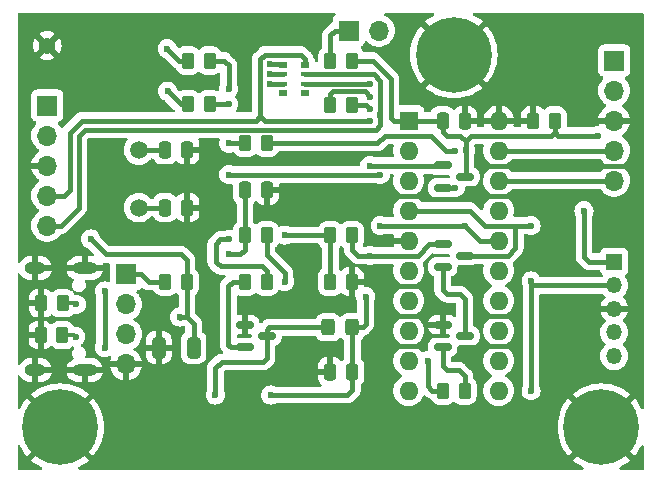
<source format=gbr>
G04 #@! TF.GenerationSoftware,KiCad,Pcbnew,7.0.11+1*
G04 #@! TF.CreationDate,2024-04-21T11:05:48+02:00*
G04 #@! TF.ProjectId,oprog_minimal,6f70726f-675f-46d6-996e-696d616c2e6b,rev?*
G04 #@! TF.SameCoordinates,PXa8d62b0PY5f13998*
G04 #@! TF.FileFunction,Copper,L2,Bot*
G04 #@! TF.FilePolarity,Positive*
%FSLAX46Y46*%
G04 Gerber Fmt 4.6, Leading zero omitted, Abs format (unit mm)*
G04 Created by KiCad (PCBNEW 7.0.11+1) date 2024-04-21 11:05:48*
%MOMM*%
%LPD*%
G01*
G04 APERTURE LIST*
G04 Aperture macros list*
%AMRoundRect*
0 Rectangle with rounded corners*
0 $1 Rounding radius*
0 $2 $3 $4 $5 $6 $7 $8 $9 X,Y pos of 4 corners*
0 Add a 4 corners polygon primitive as box body*
4,1,4,$2,$3,$4,$5,$6,$7,$8,$9,$2,$3,0*
0 Add four circle primitives for the rounded corners*
1,1,$1+$1,$2,$3*
1,1,$1+$1,$4,$5*
1,1,$1+$1,$6,$7*
1,1,$1+$1,$8,$9*
0 Add four rect primitives between the rounded corners*
20,1,$1+$1,$2,$3,$4,$5,0*
20,1,$1+$1,$4,$5,$6,$7,0*
20,1,$1+$1,$6,$7,$8,$9,0*
20,1,$1+$1,$8,$9,$2,$3,0*%
G04 Aperture macros list end*
G04 #@! TA.AperFunction,ComponentPad*
%ADD10C,1.500000*%
G04 #@! TD*
G04 #@! TA.AperFunction,ComponentPad*
%ADD11C,0.800000*%
G04 #@! TD*
G04 #@! TA.AperFunction,ComponentPad*
%ADD12C,6.400000*%
G04 #@! TD*
G04 #@! TA.AperFunction,ComponentPad*
%ADD13R,1.700000X1.700000*%
G04 #@! TD*
G04 #@! TA.AperFunction,ComponentPad*
%ADD14O,1.700000X1.700000*%
G04 #@! TD*
G04 #@! TA.AperFunction,ComponentPad*
%ADD15R,1.350000X1.350000*%
G04 #@! TD*
G04 #@! TA.AperFunction,ComponentPad*
%ADD16O,1.350000X1.350000*%
G04 #@! TD*
G04 #@! TA.AperFunction,ComponentPad*
%ADD17R,1.600000X1.600000*%
G04 #@! TD*
G04 #@! TA.AperFunction,ComponentPad*
%ADD18O,1.600000X1.600000*%
G04 #@! TD*
G04 #@! TA.AperFunction,ComponentPad*
%ADD19C,1.400000*%
G04 #@! TD*
G04 #@! TA.AperFunction,ComponentPad*
%ADD20O,1.800000X1.000000*%
G04 #@! TD*
G04 #@! TA.AperFunction,ComponentPad*
%ADD21O,2.100000X1.000000*%
G04 #@! TD*
G04 #@! TA.AperFunction,SMDPad,CuDef*
%ADD22RoundRect,0.250000X0.250000X0.475000X-0.250000X0.475000X-0.250000X-0.475000X0.250000X-0.475000X0*%
G04 #@! TD*
G04 #@! TA.AperFunction,SMDPad,CuDef*
%ADD23RoundRect,0.250000X-0.262500X-0.450000X0.262500X-0.450000X0.262500X0.450000X-0.262500X0.450000X0*%
G04 #@! TD*
G04 #@! TA.AperFunction,SMDPad,CuDef*
%ADD24RoundRect,0.150000X-0.587500X-0.150000X0.587500X-0.150000X0.587500X0.150000X-0.587500X0.150000X0*%
G04 #@! TD*
G04 #@! TA.AperFunction,SMDPad,CuDef*
%ADD25RoundRect,0.250000X0.262500X0.450000X-0.262500X0.450000X-0.262500X-0.450000X0.262500X-0.450000X0*%
G04 #@! TD*
G04 #@! TA.AperFunction,SMDPad,CuDef*
%ADD26RoundRect,0.250000X-0.250000X-0.475000X0.250000X-0.475000X0.250000X0.475000X-0.250000X0.475000X0*%
G04 #@! TD*
G04 #@! TA.AperFunction,SMDPad,CuDef*
%ADD27RoundRect,0.250000X0.325000X0.650000X-0.325000X0.650000X-0.325000X-0.650000X0.325000X-0.650000X0*%
G04 #@! TD*
G04 #@! TA.AperFunction,SMDPad,CuDef*
%ADD28R,0.800000X0.500000*%
G04 #@! TD*
G04 #@! TA.AperFunction,SMDPad,CuDef*
%ADD29R,0.800000X0.400000*%
G04 #@! TD*
G04 #@! TA.AperFunction,SMDPad,CuDef*
%ADD30RoundRect,0.250000X0.325000X0.450000X-0.325000X0.450000X-0.325000X-0.450000X0.325000X-0.450000X0*%
G04 #@! TD*
G04 #@! TA.AperFunction,ViaPad*
%ADD31C,0.600000*%
G04 #@! TD*
G04 #@! TA.AperFunction,Conductor*
%ADD32C,0.400000*%
G04 #@! TD*
G04 #@! TA.AperFunction,Conductor*
%ADD33C,0.250000*%
G04 #@! TD*
G04 #@! TA.AperFunction,Conductor*
%ADD34C,0.300000*%
G04 #@! TD*
G04 APERTURE END LIST*
D10*
X10287000Y-11633200D03*
X10287000Y-16513200D03*
D11*
X1219500Y-35115500D03*
X1922444Y-33418444D03*
X1922444Y-36812556D03*
X3619500Y-32715500D03*
D12*
X3619500Y-35115500D03*
D11*
X3619500Y-37515500D03*
X5316556Y-33418444D03*
X5316556Y-36812556D03*
X6019500Y-35115500D03*
D13*
X9194800Y-22161500D03*
D14*
X9194800Y-24701500D03*
X9194800Y-27241500D03*
X9194800Y-29781500D03*
D15*
X50546000Y-21082000D03*
D16*
X50546000Y-23082000D03*
X50546000Y-25082000D03*
X50546000Y-27082000D03*
X50546000Y-29082000D03*
D11*
X47066500Y-35115500D03*
X47769444Y-33418444D03*
X47769444Y-36812556D03*
X49466500Y-32715500D03*
D12*
X49466500Y-35115500D03*
D11*
X49466500Y-37515500D03*
X51163556Y-33418444D03*
X51163556Y-36812556D03*
X51866500Y-35115500D03*
D17*
X33147000Y-9144000D03*
D18*
X33147000Y-11684000D03*
X33147000Y-14224000D03*
X33147000Y-16764000D03*
X33147000Y-19304000D03*
X33147000Y-21844000D03*
X33147000Y-24384000D03*
X33147000Y-26924000D03*
X33147000Y-29464000D03*
X33147000Y-32004000D03*
X40767000Y-32004000D03*
X40767000Y-29464000D03*
X40767000Y-26924000D03*
X40767000Y-24384000D03*
X40767000Y-21844000D03*
X40767000Y-19304000D03*
X40767000Y-16764000D03*
X40767000Y-14224000D03*
X40767000Y-11684000D03*
X40767000Y-9144000D03*
D13*
X28067000Y-1524000D03*
D14*
X30607000Y-1524000D03*
D11*
X34557000Y-3556000D03*
X35259944Y-1858944D03*
X35259944Y-5253056D03*
X36957000Y-1156000D03*
D12*
X36957000Y-3556000D03*
D11*
X36957000Y-5956000D03*
X38654056Y-1858944D03*
X38654056Y-5253056D03*
X39357000Y-3556000D03*
D13*
X50546000Y-4064000D03*
D14*
X50546000Y-6604000D03*
X50546000Y-9144000D03*
X50546000Y-11684000D03*
X50546000Y-14224000D03*
D13*
X2540000Y-7874000D03*
D14*
X2540000Y-10414000D03*
X2540000Y-12954000D03*
X2540000Y-15494000D03*
X2540000Y-18034000D03*
D19*
X2540000Y-2794000D03*
D20*
X1541200Y-30278800D03*
D21*
X5721200Y-30278800D03*
D20*
X1541200Y-21638800D03*
D21*
X5721200Y-21638800D03*
D22*
X14412000Y-11633200D03*
X12512000Y-11633200D03*
X14412000Y-16510000D03*
X12512000Y-16510000D03*
D23*
X16279500Y-7772400D03*
X14454500Y-7772400D03*
D24*
X19255500Y-28331200D03*
X19255500Y-26431200D03*
X21130500Y-27381200D03*
D22*
X28382000Y-30416500D03*
X26482000Y-30416500D03*
D25*
X21105500Y-18846800D03*
X19280500Y-18846800D03*
D26*
X19268400Y-15049500D03*
X21168400Y-15049500D03*
D27*
X14937000Y-28371800D03*
X11987000Y-28371800D03*
D25*
X28344500Y-18846800D03*
X26519500Y-18846800D03*
X21130900Y-11023600D03*
X19305900Y-11023600D03*
D23*
X26494100Y-22783800D03*
X28319100Y-22783800D03*
X19280500Y-22783800D03*
X21105500Y-22783800D03*
D26*
X36007000Y-9144000D03*
X37907000Y-9144000D03*
D25*
X37869500Y-32004000D03*
X36044500Y-32004000D03*
D28*
X22544200Y-6838800D03*
D29*
X22544200Y-6038800D03*
X22544200Y-5238800D03*
D28*
X22544200Y-4438800D03*
X24344200Y-4438800D03*
D29*
X24344200Y-5238800D03*
X24344200Y-6038800D03*
D28*
X24344200Y-6838800D03*
D24*
X36019500Y-14843800D03*
X36019500Y-12943800D03*
X37894500Y-13893800D03*
X36019500Y-21524000D03*
X36019500Y-19624000D03*
X37894500Y-20574000D03*
X36019500Y-28331200D03*
X36019500Y-26431200D03*
X37894500Y-27381200D03*
D25*
X45514900Y-9144000D03*
X43689900Y-9144000D03*
X28344500Y-7823200D03*
X26519500Y-7823200D03*
X16279500Y-4064000D03*
X14454500Y-4064000D03*
X28344500Y-4064000D03*
X26519500Y-4064000D03*
D23*
X12549500Y-22809200D03*
X14374500Y-22809200D03*
D30*
X28380800Y-26644600D03*
X26330800Y-26644600D03*
D23*
X1983100Y-27305000D03*
X3808100Y-27305000D03*
X2008500Y-24612600D03*
X3833500Y-24612600D03*
D31*
X29845000Y-20574000D03*
X43510200Y-15494000D03*
X22631400Y-12395200D03*
X43510200Y-20294600D03*
X39370000Y-25654000D03*
X39370000Y-28194000D03*
X42164000Y-25654000D03*
X42164000Y-28194000D03*
X42164000Y-33020000D03*
X44932600Y-33045400D03*
X7874000Y-19177000D03*
X34798000Y-33045400D03*
X39370000Y-33020000D03*
X43510200Y-12954000D03*
X25019000Y-28016200D03*
X25019000Y-25196800D03*
X25019000Y-30835600D03*
X11938000Y-36449000D03*
X8509000Y-36449000D03*
X15367000Y-36449000D03*
X23622000Y-30835600D03*
X46786800Y-15494000D03*
X10414000Y-19177000D03*
X23622000Y-25196800D03*
X7874000Y-16637000D03*
X19304000Y-30861000D03*
X25019000Y-33655000D03*
X22631400Y-15049500D03*
X23622000Y-28016200D03*
X12954000Y-19177000D03*
X7874000Y-14198600D03*
X17907000Y-30861000D03*
X17907000Y-12395200D03*
X46786800Y-16789400D03*
X22631400Y-20472400D03*
X8509000Y-33655000D03*
X7874000Y-11557000D03*
X23622000Y-33655000D03*
X29845000Y-7112000D03*
X37957000Y-11674600D03*
X30734000Y-18034004D03*
X37947600Y-18034000D03*
X49149000Y-10414000D03*
X21463000Y-32385000D03*
X29489400Y-24053800D03*
X17907000Y-20472400D03*
X29845000Y-9144000D03*
X30734000Y-8636000D03*
X29845000Y-6045200D03*
X43510200Y-18034002D03*
X16764000Y-32385000D03*
X22631400Y-18846800D03*
X17907000Y-6502400D03*
X17907001Y-7772399D03*
X12700000Y-3048000D03*
X12725400Y-6654800D03*
X7391400Y-23571200D03*
X7391400Y-28371800D03*
X47980600Y-16789400D03*
X29844998Y-12954000D03*
X6223000Y-19177000D03*
X13766805Y-25781000D03*
X29845000Y-8128000D03*
X37084000Y-14833600D03*
X37084000Y-11684000D03*
X43510200Y-22733000D03*
X43510200Y-32029398D03*
X17907000Y-19202400D03*
X17907000Y-11074400D03*
X17907000Y-13716000D03*
X30734000Y-13716000D03*
X34798000Y-29463996D03*
X22631400Y-22783800D03*
X21412200Y-6045200D03*
X21412198Y-5238800D03*
X21417218Y-4392682D03*
X4953000Y-27432000D03*
X5003800Y-24714200D03*
D32*
X7391400Y-28371800D02*
X7391400Y-23571200D01*
X26519500Y-7823200D02*
X26519500Y-6881500D01*
X29845000Y-8128000D02*
X29540200Y-7823200D01*
X26519500Y-6881500D02*
X26728600Y-6672400D01*
X26728600Y-6672400D02*
X29405400Y-6672400D01*
X29405400Y-6672400D02*
X29845001Y-7112001D01*
X29540200Y-7823200D02*
X28344500Y-7823200D01*
X16279501Y-7772399D02*
X16279500Y-7772400D01*
X17907001Y-7772399D02*
X16279501Y-7772399D01*
X13843000Y-7772400D02*
X12725400Y-6654800D01*
X14454500Y-7772400D02*
X13843000Y-7772400D01*
X16279500Y-4064000D02*
X17526000Y-4064000D01*
X17526000Y-4064000D02*
X17907000Y-4445000D01*
X17907000Y-4445000D02*
X17907000Y-6502400D01*
X33934400Y-20574000D02*
X34884400Y-19624000D01*
X34884400Y-19624000D02*
X36019500Y-19624000D01*
X28371800Y-20116800D02*
X28829000Y-20574000D01*
X28371800Y-18846800D02*
X28371800Y-20116800D01*
X28829000Y-20574000D02*
X33934400Y-20574000D01*
X51612800Y-12954000D02*
X39497000Y-12954000D01*
X39370000Y-25654000D02*
X42164000Y-25654000D01*
X31496000Y-28194000D02*
X34544000Y-28194000D01*
X31496000Y-15494000D02*
X34417000Y-15494000D01*
X39471600Y-15494000D02*
X43510200Y-15494000D01*
X39370000Y-28194000D02*
X42164000Y-28194000D01*
X31496000Y-23114000D02*
X34544000Y-23114000D01*
X31496000Y-25654000D02*
X34544000Y-25654000D01*
X37957000Y-11674600D02*
X37957000Y-10887200D01*
X37957000Y-13893800D02*
X37957000Y-11674600D01*
X45212000Y-10414000D02*
X45516800Y-10109200D01*
X38430200Y-10414000D02*
X45212000Y-10414000D01*
X45516800Y-9167100D02*
X45539900Y-9144000D01*
X37957000Y-10887200D02*
X38430200Y-10414000D01*
X31623000Y-8890000D02*
X31877000Y-9144000D01*
X36019500Y-9144000D02*
X33147000Y-9144000D01*
X31877000Y-9144000D02*
X33147000Y-9144000D01*
X45821600Y-10414000D02*
X49149000Y-10414000D01*
X36019500Y-10086100D02*
X36019500Y-9144000D01*
X40767000Y-19304000D02*
X39217598Y-19304000D01*
X37957000Y-10880600D02*
X37490400Y-10414000D01*
X30099000Y-4064000D02*
X31623000Y-5588000D01*
X39217598Y-19304000D02*
X37947598Y-18034000D01*
X45516800Y-10109200D02*
X45516800Y-9167100D01*
X28344500Y-4064000D02*
X30099000Y-4064000D01*
X30734004Y-18034000D02*
X30734000Y-18034004D01*
X37957000Y-10887200D02*
X37957000Y-10880600D01*
X31623000Y-5588000D02*
X31623000Y-8890000D01*
X37490400Y-10414000D02*
X36347400Y-10414000D01*
X36347400Y-10414000D02*
X36019500Y-10086100D01*
X37947598Y-18034000D02*
X30734004Y-18034000D01*
X45516800Y-10109200D02*
X45821600Y-10414000D01*
X27940000Y-32385000D02*
X28371800Y-31953200D01*
X28371800Y-31953200D02*
X28371800Y-26746200D01*
X21463000Y-32385000D02*
X27940000Y-32385000D01*
X28380800Y-26644600D02*
X29235400Y-26644600D01*
X29235400Y-26644600D02*
X29489400Y-26390600D01*
X29489400Y-26390600D02*
X29489400Y-24053800D01*
X18872200Y-20472400D02*
X19255500Y-20089100D01*
X19280900Y-15049500D02*
X19280900Y-18821400D01*
X19255500Y-20089100D02*
X19255500Y-18846800D01*
X17907000Y-20472400D02*
X18872200Y-20472400D01*
X19280900Y-18821400D02*
X19255500Y-18846800D01*
X20955000Y-3556000D02*
X24003000Y-3556000D01*
X20574000Y-8763000D02*
X20955000Y-9144000D01*
X24003000Y-3556000D02*
X24344200Y-3897200D01*
X20574000Y-8763000D02*
X20574000Y-3937000D01*
X4445000Y-14986000D02*
X4445000Y-10160000D01*
X4445000Y-10160000D02*
X5461000Y-9144000D01*
X3937000Y-15494000D02*
X4445000Y-14986000D01*
X5461000Y-9144000D02*
X20193000Y-9144000D01*
X20574000Y-3937000D02*
X20955000Y-3556000D01*
X20955000Y-9144000D02*
X29845000Y-9144000D01*
X24344200Y-3897200D02*
X24344200Y-4438800D01*
X20193000Y-9144000D02*
X20574000Y-8763000D01*
X2540000Y-15494000D02*
X3937000Y-15494000D01*
X40767000Y-14224000D02*
X50546000Y-14224000D01*
X5207000Y-10414000D02*
X5715000Y-9906000D01*
X5207000Y-16510000D02*
X5207000Y-10414000D01*
X30353000Y-9906000D02*
X30734000Y-9525000D01*
X3683000Y-18034000D02*
X5207000Y-16510000D01*
X30207000Y-5238800D02*
X30734000Y-5765800D01*
X30734000Y-9525000D02*
X30734000Y-8636000D01*
X30734000Y-5765800D02*
X30734000Y-8636000D01*
X5715000Y-9906000D02*
X30353000Y-9906000D01*
X24339600Y-5238800D02*
X30207000Y-5238800D01*
X2540000Y-18034000D02*
X3683000Y-18034000D01*
X40767000Y-11684000D02*
X50546000Y-11684000D01*
X24344200Y-6038800D02*
X29838600Y-6038800D01*
X43510198Y-18034000D02*
X43510200Y-18034002D01*
X38303200Y-16764000D02*
X39573200Y-18034000D01*
X33147000Y-16764000D02*
X38303200Y-16764000D01*
X37894500Y-20574000D02*
X41529000Y-20574000D01*
X42164000Y-19939000D02*
X42164000Y-18034000D01*
X39573200Y-18034000D02*
X43510198Y-18034000D01*
X41529000Y-20574000D02*
X42164000Y-19939000D01*
X10287000Y-11633200D02*
X12524500Y-11633200D01*
X12521300Y-16513200D02*
X12524500Y-16510000D01*
X10287000Y-16513200D02*
X12521300Y-16513200D01*
X16764000Y-30124400D02*
X16764000Y-32385000D01*
X21342350Y-26644600D02*
X21130500Y-26856450D01*
X26494500Y-26591500D02*
X26494500Y-26670000D01*
X21130500Y-29244050D02*
X20783550Y-29591000D01*
X20783550Y-29591000D02*
X17297400Y-29591000D01*
X17297400Y-29591000D02*
X16764000Y-30124400D01*
X26390600Y-26644600D02*
X21342350Y-26644600D01*
X21130500Y-26856450D02*
X21130500Y-29244050D01*
X22631400Y-18846800D02*
X26494500Y-18846800D01*
X26494500Y-22781500D02*
X26492200Y-22783800D01*
X26494500Y-18846800D02*
X26494500Y-22781500D01*
X13716000Y-4064000D02*
X12700000Y-3048000D01*
X14454500Y-4064000D02*
X13716000Y-4064000D01*
X10477500Y-22161500D02*
X9194800Y-22161500D01*
X12549500Y-22809200D02*
X11125200Y-22809200D01*
X11125200Y-22809200D02*
X10477500Y-22161500D01*
X48387000Y-21082000D02*
X50546000Y-21082000D01*
X47980600Y-20675600D02*
X48387000Y-21082000D01*
X47980600Y-16789400D02*
X47980600Y-20675600D01*
X26519500Y-4064000D02*
X26519500Y-1928500D01*
X26924000Y-1524000D02*
X28067000Y-1524000D01*
X26519500Y-1928500D02*
X26924000Y-1524000D01*
X35957000Y-12943800D02*
X35946800Y-12954000D01*
X14374500Y-25781000D02*
X13768708Y-25781000D01*
X14374500Y-22809200D02*
X14374500Y-20978500D01*
X13868400Y-20472400D02*
X7518400Y-20472400D01*
X14937000Y-26343500D02*
X14937000Y-28371800D01*
X7518400Y-20472400D02*
X6223000Y-19177000D01*
X13768708Y-25855300D02*
X13766805Y-25857203D01*
X35946800Y-12954000D02*
X29844998Y-12954000D01*
X14374500Y-20978500D02*
X13868400Y-20472400D01*
X14374500Y-22809200D02*
X14374500Y-25781000D01*
X14374500Y-25781000D02*
X14937000Y-26343500D01*
X36019500Y-21524000D02*
X36019500Y-23471900D01*
X37894500Y-24254700D02*
X37894500Y-27381200D01*
X37490400Y-23850600D02*
X37894500Y-24254700D01*
X36019500Y-23471900D02*
X36398200Y-23850600D01*
X36398200Y-23850600D02*
X37490400Y-23850600D01*
X31130875Y-10414000D02*
X35052000Y-10414000D01*
X30495875Y-11049000D02*
X31130875Y-10414000D01*
X21156300Y-11049000D02*
X30495875Y-11049000D01*
X35052000Y-10414000D02*
X36322000Y-11684000D01*
X35941000Y-14833600D02*
X35951200Y-14843800D01*
D33*
X37073800Y-14843800D02*
X37084000Y-14833600D01*
D32*
X36322000Y-11684000D02*
X37084000Y-11684000D01*
X21130900Y-11023600D02*
X21156300Y-11049000D01*
X36019500Y-14843800D02*
X37073800Y-14843800D01*
X43510204Y-32004002D02*
X43510200Y-32004002D01*
X50546000Y-23082000D02*
X43510200Y-23082000D01*
X43535600Y-32029398D02*
X43510204Y-32004002D01*
X43510200Y-32004002D02*
X43510200Y-22733000D01*
X36019500Y-29923500D02*
X36398200Y-30302200D01*
X36019500Y-28331200D02*
X36019500Y-29923500D01*
X37869500Y-30757500D02*
X37869500Y-32004000D01*
X36398200Y-30302200D02*
X37414200Y-30302200D01*
X37414200Y-30302200D02*
X37869500Y-30757500D01*
X18237200Y-22783800D02*
X17881600Y-23139400D01*
X17881600Y-23139400D02*
X17881600Y-28143200D01*
X17881600Y-28143200D02*
X18069600Y-28331200D01*
X19255500Y-22783800D02*
X18237200Y-22783800D01*
X18069600Y-28331200D02*
X19255500Y-28331200D01*
X17221200Y-21488400D02*
X20751800Y-21488400D01*
X17195800Y-19202400D02*
X16814800Y-19583400D01*
X21130500Y-21867100D02*
X21130500Y-22783800D01*
X17907000Y-19202400D02*
X17195800Y-19202400D01*
X16814800Y-21082000D02*
X17221200Y-21488400D01*
X16814800Y-19583400D02*
X16814800Y-21082000D01*
X20751800Y-21488400D02*
X21130500Y-21867100D01*
X17907000Y-11074400D02*
X19255100Y-11074400D01*
X19255100Y-11074400D02*
X19305900Y-11023600D01*
X35153600Y-32004000D02*
X34798000Y-31648400D01*
X36044500Y-32004000D02*
X35153600Y-32004000D01*
X34798000Y-31648400D02*
X34798000Y-29463996D01*
X17907000Y-13716000D02*
X30734000Y-13716000D01*
X22631400Y-22021800D02*
X22631400Y-22783800D01*
X21130500Y-18846800D02*
X21130500Y-20520900D01*
X21130500Y-20520900D02*
X22631400Y-22021800D01*
X22544200Y-6038800D02*
X21418600Y-6038800D01*
X21418600Y-6038800D02*
X21412200Y-6045200D01*
X22544200Y-5238800D02*
X21412198Y-5238800D01*
X22498082Y-4392682D02*
X21417218Y-4392682D01*
X22544200Y-4438800D02*
X22498082Y-4392682D01*
D34*
X4826000Y-27305000D02*
X3808100Y-27305000D01*
X4953000Y-27432000D02*
X4826000Y-27305000D01*
X4902200Y-24612600D02*
X3833500Y-24612600D01*
X5003800Y-24714200D02*
X4902200Y-24612600D01*
G04 #@! TA.AperFunction,Conductor*
G36*
X2321070Y-36058865D02*
G01*
X2484630Y-36250370D01*
X2676135Y-36413930D01*
X2678704Y-36415504D01*
X1181587Y-37912621D01*
X1436998Y-38119450D01*
X1762958Y-38331130D01*
X1762964Y-38331134D01*
X2037924Y-38471233D01*
X2089539Y-38519981D01*
X2106605Y-38588896D01*
X2083704Y-38656098D01*
X2028107Y-38700250D01*
X1980721Y-38709500D01*
X151500Y-38709500D01*
X83379Y-38689498D01*
X36886Y-38635842D01*
X25500Y-38583500D01*
X25500Y-36754278D01*
X45502Y-36686157D01*
X99158Y-36639664D01*
X169432Y-36629560D01*
X234012Y-36659054D01*
X263767Y-36697075D01*
X403866Y-36972035D01*
X403869Y-36972041D01*
X615549Y-37298001D01*
X822377Y-37553411D01*
X2319494Y-36056294D01*
X2321070Y-36058865D01*
G37*
G04 #@! TD.AperFunction*
G04 #@! TA.AperFunction,Conductor*
G36*
X26924325Y-45502D02*
G01*
X26970818Y-99158D01*
X26980922Y-169432D01*
X26951428Y-234012D01*
X26931713Y-252368D01*
X26853738Y-310738D01*
X26766112Y-427792D01*
X26766110Y-427797D01*
X26715011Y-564795D01*
X26715009Y-564803D01*
X26708500Y-625350D01*
X26708500Y-761014D01*
X26688498Y-829135D01*
X26634842Y-875628D01*
X26627184Y-878824D01*
X26592330Y-892043D01*
X26592325Y-892046D01*
X26583921Y-897846D01*
X26564080Y-909035D01*
X26554779Y-913221D01*
X26554772Y-913226D01*
X26506888Y-950739D01*
X26500762Y-955246D01*
X26450727Y-989783D01*
X26410403Y-1035299D01*
X26405188Y-1040839D01*
X26036347Y-1409681D01*
X26030806Y-1414897D01*
X25985284Y-1455226D01*
X25950737Y-1505274D01*
X25946231Y-1511398D01*
X25908728Y-1559269D01*
X25908722Y-1559279D01*
X25904535Y-1568580D01*
X25893346Y-1588421D01*
X25887545Y-1596826D01*
X25865982Y-1653683D01*
X25863070Y-1660711D01*
X25838113Y-1716165D01*
X25838109Y-1716178D01*
X25836270Y-1726211D01*
X25830151Y-1748161D01*
X25826534Y-1757699D01*
X25819205Y-1818054D01*
X25818061Y-1825571D01*
X25807098Y-1885406D01*
X25810770Y-1946108D01*
X25811000Y-1953716D01*
X25811000Y-2935127D01*
X25790998Y-3003248D01*
X25774095Y-3024222D01*
X25657975Y-3140341D01*
X25657970Y-3140347D01*
X25564885Y-3291262D01*
X25509113Y-3459572D01*
X25509112Y-3459579D01*
X25498500Y-3563446D01*
X25498500Y-4075739D01*
X25478498Y-4143860D01*
X25424842Y-4190353D01*
X25354568Y-4200457D01*
X25289988Y-4170963D01*
X25251604Y-4111237D01*
X25247222Y-4089208D01*
X25246189Y-4079599D01*
X25244763Y-4075776D01*
X25205954Y-3971727D01*
X25195089Y-3942596D01*
X25195088Y-3942594D01*
X25195087Y-3942592D01*
X25107461Y-3825539D01*
X25086461Y-3809818D01*
X25043916Y-3752981D01*
X25039229Y-3733740D01*
X25038989Y-3733800D01*
X25037165Y-3726405D01*
X25037165Y-3726399D01*
X25036507Y-3724665D01*
X25033551Y-3716868D01*
X25027427Y-3694902D01*
X25025589Y-3684871D01*
X25000614Y-3629382D01*
X24997720Y-3622392D01*
X24976154Y-3565525D01*
X24970361Y-3557133D01*
X24959158Y-3537270D01*
X24954975Y-3527975D01*
X24917463Y-3480095D01*
X24912981Y-3474004D01*
X24878415Y-3423927D01*
X24874968Y-3420873D01*
X24832882Y-3383587D01*
X24827341Y-3378371D01*
X24521827Y-3072857D01*
X24516610Y-3067316D01*
X24510168Y-3060044D01*
X24476273Y-3021785D01*
X24476272Y-3021784D01*
X24476271Y-3021783D01*
X24426220Y-2987234D01*
X24420093Y-2982726D01*
X24372226Y-2945225D01*
X24372222Y-2945223D01*
X24362919Y-2941035D01*
X24343069Y-2929840D01*
X24334675Y-2924046D01*
X24317847Y-2917664D01*
X24277821Y-2902483D01*
X24270794Y-2899572D01*
X24215332Y-2874612D01*
X24215330Y-2874611D01*
X24215329Y-2874611D01*
X24205286Y-2872770D01*
X24183336Y-2866650D01*
X24173801Y-2863035D01*
X24173800Y-2863034D01*
X24173798Y-2863034D01*
X24173794Y-2863033D01*
X24113433Y-2855704D01*
X24105914Y-2854559D01*
X24067388Y-2847500D01*
X24046094Y-2843598D01*
X24046093Y-2843598D01*
X23995132Y-2846680D01*
X23985390Y-2847270D01*
X23977782Y-2847500D01*
X20980205Y-2847500D01*
X20972598Y-2847270D01*
X20911904Y-2843598D01*
X20852099Y-2854558D01*
X20844576Y-2855703D01*
X20784201Y-2863034D01*
X20774663Y-2866651D01*
X20752706Y-2872772D01*
X20742669Y-2874611D01*
X20687221Y-2899566D01*
X20680194Y-2902477D01*
X20623326Y-2924045D01*
X20623325Y-2924046D01*
X20614921Y-2929846D01*
X20595080Y-2941035D01*
X20585779Y-2945221D01*
X20585772Y-2945226D01*
X20537888Y-2982739D01*
X20531762Y-2987246D01*
X20481727Y-3021783D01*
X20441403Y-3067299D01*
X20436188Y-3072839D01*
X20090847Y-3418181D01*
X20085306Y-3423397D01*
X20039784Y-3463726D01*
X20005237Y-3513774D01*
X20000731Y-3519898D01*
X19963228Y-3567769D01*
X19963222Y-3567779D01*
X19959035Y-3577080D01*
X19947846Y-3596921D01*
X19942045Y-3605326D01*
X19920482Y-3662183D01*
X19917570Y-3669211D01*
X19892613Y-3724665D01*
X19892609Y-3724678D01*
X19890770Y-3734711D01*
X19884651Y-3756661D01*
X19881034Y-3766199D01*
X19873705Y-3826554D01*
X19872561Y-3834071D01*
X19861598Y-3893906D01*
X19865270Y-3954608D01*
X19865500Y-3962216D01*
X19865500Y-8309500D01*
X19845498Y-8377621D01*
X19791842Y-8424114D01*
X19739500Y-8435500D01*
X18673184Y-8435500D01*
X18605063Y-8415498D01*
X18558570Y-8361842D01*
X18548466Y-8291568D01*
X18566497Y-8242464D01*
X18629958Y-8141465D01*
X18640044Y-8125414D01*
X18700218Y-7953446D01*
X18720617Y-7772399D01*
X18700218Y-7591352D01*
X18640044Y-7419384D01*
X18640042Y-7419381D01*
X18640042Y-7419380D01*
X18543113Y-7265119D01*
X18543112Y-7265117D01*
X18504489Y-7226495D01*
X18470463Y-7164184D01*
X18475527Y-7093368D01*
X18504489Y-7048303D01*
X18543111Y-7009681D01*
X18543112Y-7009679D01*
X18544282Y-7007818D01*
X18640043Y-6855415D01*
X18700217Y-6683447D01*
X18720616Y-6502400D01*
X18700217Y-6321353D01*
X18640043Y-6149385D01*
X18640041Y-6149382D01*
X18640040Y-6149379D01*
X18634812Y-6141058D01*
X18615500Y-6074024D01*
X18615500Y-4470205D01*
X18615730Y-4462598D01*
X18619401Y-4401907D01*
X18608437Y-4342081D01*
X18607297Y-4334596D01*
X18599965Y-4274199D01*
X18596347Y-4264662D01*
X18590225Y-4242696D01*
X18588388Y-4232670D01*
X18573890Y-4200457D01*
X18563427Y-4177209D01*
X18560525Y-4170205D01*
X18538954Y-4113325D01*
X18533163Y-4104935D01*
X18521958Y-4085070D01*
X18517775Y-4075774D01*
X18480264Y-4027895D01*
X18475754Y-4021765D01*
X18441216Y-3971728D01*
X18441213Y-3971725D01*
X18395698Y-3931402D01*
X18390157Y-3926186D01*
X18044811Y-3580841D01*
X18039610Y-3575316D01*
X17999273Y-3529785D01*
X17996646Y-3527972D01*
X17949220Y-3495234D01*
X17943093Y-3490726D01*
X17895226Y-3453225D01*
X17895222Y-3453223D01*
X17885919Y-3449035D01*
X17866069Y-3437840D01*
X17857675Y-3432046D01*
X17836267Y-3423927D01*
X17800821Y-3410483D01*
X17793794Y-3407572D01*
X17738332Y-3382612D01*
X17738330Y-3382611D01*
X17738329Y-3382611D01*
X17728286Y-3380770D01*
X17706336Y-3374650D01*
X17696801Y-3371035D01*
X17696800Y-3371034D01*
X17696798Y-3371034D01*
X17696794Y-3371033D01*
X17636433Y-3363704D01*
X17628914Y-3362559D01*
X17590388Y-3355500D01*
X17569094Y-3351598D01*
X17569093Y-3351598D01*
X17518132Y-3354680D01*
X17508390Y-3355270D01*
X17500782Y-3355500D01*
X17344060Y-3355500D01*
X17275939Y-3335498D01*
X17236819Y-3295647D01*
X17234115Y-3291264D01*
X17234115Y-3291262D01*
X17141030Y-3140348D01*
X17141029Y-3140347D01*
X17141024Y-3140341D01*
X17015658Y-3014975D01*
X17015652Y-3014970D01*
X16967188Y-2985077D01*
X16864738Y-2921885D01*
X16741679Y-2881108D01*
X16696427Y-2866113D01*
X16696420Y-2866112D01*
X16592553Y-2855500D01*
X15966455Y-2855500D01*
X15862574Y-2866112D01*
X15694261Y-2921885D01*
X15543347Y-3014970D01*
X15543341Y-3014975D01*
X15456095Y-3102222D01*
X15393783Y-3136248D01*
X15322968Y-3131183D01*
X15277905Y-3102222D01*
X15190658Y-3014975D01*
X15190652Y-3014970D01*
X15142188Y-2985077D01*
X15039738Y-2921885D01*
X14916679Y-2881108D01*
X14871427Y-2866113D01*
X14871420Y-2866112D01*
X14767553Y-2855500D01*
X14141455Y-2855500D01*
X14037574Y-2866112D01*
X13869259Y-2921886D01*
X13772582Y-2981517D01*
X13704103Y-3000254D01*
X13636364Y-2978994D01*
X13617341Y-2963371D01*
X13498639Y-2844669D01*
X13468806Y-2797192D01*
X13433043Y-2694985D01*
X13405696Y-2651462D01*
X13336112Y-2540720D01*
X13336111Y-2540718D01*
X13207281Y-2411888D01*
X13207279Y-2411887D01*
X13053018Y-2314958D01*
X13053015Y-2314957D01*
X12881050Y-2254784D01*
X12881049Y-2254783D01*
X12881047Y-2254783D01*
X12700000Y-2234384D01*
X12518953Y-2254783D01*
X12518950Y-2254783D01*
X12518949Y-2254784D01*
X12346984Y-2314957D01*
X12346981Y-2314958D01*
X12192720Y-2411887D01*
X12192718Y-2411888D01*
X12063888Y-2540718D01*
X12063887Y-2540720D01*
X11966958Y-2694981D01*
X11966957Y-2694984D01*
X11906889Y-2866651D01*
X11906783Y-2866953D01*
X11886384Y-3048000D01*
X11906783Y-3229047D01*
X11906783Y-3229049D01*
X11906784Y-3229050D01*
X11966957Y-3401015D01*
X11966958Y-3401018D01*
X12063887Y-3555279D01*
X12063888Y-3555281D01*
X12192718Y-3684111D01*
X12192720Y-3684112D01*
X12308181Y-3756661D01*
X12346985Y-3781043D01*
X12449192Y-3816806D01*
X12496669Y-3846639D01*
X13197171Y-4547141D01*
X13202387Y-4552682D01*
X13242724Y-4598212D01*
X13242727Y-4598215D01*
X13292768Y-4632756D01*
X13298899Y-4637267D01*
X13346774Y-4674775D01*
X13356070Y-4678958D01*
X13375935Y-4690163D01*
X13384320Y-4695951D01*
X13384322Y-4695952D01*
X13384325Y-4695954D01*
X13384329Y-4695955D01*
X13384332Y-4695957D01*
X13407070Y-4704580D01*
X13463673Y-4747436D01*
X13481998Y-4782760D01*
X13499883Y-4836734D01*
X13499884Y-4836736D01*
X13499885Y-4836738D01*
X13577541Y-4962638D01*
X13592970Y-4987652D01*
X13592975Y-4987658D01*
X13718341Y-5113024D01*
X13718347Y-5113029D01*
X13718348Y-5113030D01*
X13869262Y-5206115D01*
X14037574Y-5261887D01*
X14141455Y-5272500D01*
X14767544Y-5272499D01*
X14871426Y-5261887D01*
X15039738Y-5206115D01*
X15190652Y-5113030D01*
X15231802Y-5071880D01*
X15277905Y-5025778D01*
X15340217Y-4991752D01*
X15411032Y-4996817D01*
X15456095Y-5025778D01*
X15543341Y-5113024D01*
X15543347Y-5113029D01*
X15543348Y-5113030D01*
X15694262Y-5206115D01*
X15862574Y-5261887D01*
X15966455Y-5272500D01*
X16592544Y-5272499D01*
X16696426Y-5261887D01*
X16864738Y-5206115D01*
X17006355Y-5118764D01*
X17074832Y-5100028D01*
X17142571Y-5121287D01*
X17188063Y-5175794D01*
X17198500Y-5226006D01*
X17198500Y-6074024D01*
X17179188Y-6141058D01*
X17173959Y-6149379D01*
X17173957Y-6149384D01*
X17120632Y-6301781D01*
X17113783Y-6321353D01*
X17093384Y-6502400D01*
X17095593Y-6522009D01*
X17096961Y-6534144D01*
X17084712Y-6604076D01*
X17036599Y-6656284D01*
X16967898Y-6674193D01*
X16905607Y-6655493D01*
X16864739Y-6630285D01*
X16696427Y-6574513D01*
X16696420Y-6574512D01*
X16592553Y-6563900D01*
X15966455Y-6563900D01*
X15862574Y-6574512D01*
X15694261Y-6630285D01*
X15543347Y-6723370D01*
X15543341Y-6723375D01*
X15456095Y-6810622D01*
X15393783Y-6844648D01*
X15322968Y-6839583D01*
X15277905Y-6810622D01*
X15190658Y-6723375D01*
X15190652Y-6723370D01*
X15039738Y-6630285D01*
X14955582Y-6602399D01*
X14871427Y-6574513D01*
X14871420Y-6574512D01*
X14767553Y-6563900D01*
X14141455Y-6563900D01*
X14037572Y-6574513D01*
X14037568Y-6574513D01*
X13869260Y-6630285D01*
X13851132Y-6641467D01*
X13782652Y-6660204D01*
X13714914Y-6638944D01*
X13695891Y-6623321D01*
X13524039Y-6451469D01*
X13494206Y-6403992D01*
X13458443Y-6301785D01*
X13370225Y-6161387D01*
X13361512Y-6147520D01*
X13361511Y-6147518D01*
X13232681Y-6018688D01*
X13232679Y-6018687D01*
X13078418Y-5921758D01*
X13078415Y-5921757D01*
X12906450Y-5861584D01*
X12906449Y-5861583D01*
X12906447Y-5861583D01*
X12725400Y-5841184D01*
X12544353Y-5861583D01*
X12544350Y-5861583D01*
X12544349Y-5861584D01*
X12372384Y-5921757D01*
X12372381Y-5921758D01*
X12218120Y-6018687D01*
X12218118Y-6018688D01*
X12089288Y-6147518D01*
X12089287Y-6147520D01*
X11992358Y-6301781D01*
X11992357Y-6301784D01*
X11956595Y-6403988D01*
X11932183Y-6473753D01*
X11911784Y-6654800D01*
X11932183Y-6835847D01*
X11932183Y-6835849D01*
X11932184Y-6835850D01*
X11992357Y-7007815D01*
X11992358Y-7007818D01*
X12089287Y-7162079D01*
X12089288Y-7162081D01*
X12218118Y-7290911D01*
X12218120Y-7290912D01*
X12268639Y-7322655D01*
X12372385Y-7387843D01*
X12474592Y-7423606D01*
X12522069Y-7453439D01*
X13289035Y-8220405D01*
X13323061Y-8282717D01*
X13317996Y-8353532D01*
X13275449Y-8410368D01*
X13208929Y-8435179D01*
X13199940Y-8435500D01*
X5486222Y-8435500D01*
X5478616Y-8435270D01*
X5476540Y-8435144D01*
X5417906Y-8431597D01*
X5417905Y-8431598D01*
X5358089Y-8442559D01*
X5350567Y-8443704D01*
X5290202Y-8451033D01*
X5290195Y-8451035D01*
X5280661Y-8454651D01*
X5258711Y-8460770D01*
X5248678Y-8462609D01*
X5248665Y-8462613D01*
X5193211Y-8487570D01*
X5186183Y-8490482D01*
X5129326Y-8512045D01*
X5120921Y-8517846D01*
X5101080Y-8529035D01*
X5091779Y-8533222D01*
X5091769Y-8533228D01*
X5043898Y-8570731D01*
X5037774Y-8575237D01*
X4987726Y-8609784D01*
X4947388Y-8655316D01*
X4942172Y-8660856D01*
X3961856Y-9641172D01*
X3956316Y-9646388D01*
X3910783Y-9686727D01*
X3902683Y-9698462D01*
X3847522Y-9743158D01*
X3776952Y-9750936D01*
X3713381Y-9719327D01*
X3693509Y-9695794D01*
X3615724Y-9576734D01*
X3615719Y-9576729D01*
X3472524Y-9421179D01*
X3441103Y-9357514D01*
X3449090Y-9286968D01*
X3493948Y-9231939D01*
X3521183Y-9217789D01*
X3636204Y-9174889D01*
X3753261Y-9087261D01*
X3764602Y-9072111D01*
X3840887Y-8970207D01*
X3840887Y-8970206D01*
X3840889Y-8970204D01*
X3891989Y-8833201D01*
X3898500Y-8772638D01*
X3898500Y-6975362D01*
X3892193Y-6916695D01*
X3891990Y-6914803D01*
X3891988Y-6914795D01*
X3856988Y-6820958D01*
X3840889Y-6777796D01*
X3840888Y-6777794D01*
X3840887Y-6777792D01*
X3753261Y-6660738D01*
X3636207Y-6573112D01*
X3636202Y-6573110D01*
X3499204Y-6522011D01*
X3499196Y-6522009D01*
X3438649Y-6515500D01*
X3438638Y-6515500D01*
X1641362Y-6515500D01*
X1641350Y-6515500D01*
X1580803Y-6522009D01*
X1580795Y-6522011D01*
X1443797Y-6573110D01*
X1443792Y-6573112D01*
X1326738Y-6660738D01*
X1239112Y-6777792D01*
X1239110Y-6777797D01*
X1188011Y-6914795D01*
X1188009Y-6914803D01*
X1181500Y-6975350D01*
X1181500Y-8772649D01*
X1188009Y-8833196D01*
X1188011Y-8833204D01*
X1239110Y-8970202D01*
X1239112Y-8970207D01*
X1326738Y-9087261D01*
X1443791Y-9174886D01*
X1443792Y-9174886D01*
X1443796Y-9174889D01*
X1558810Y-9217787D01*
X1615642Y-9260332D01*
X1640453Y-9326852D01*
X1625362Y-9396226D01*
X1607475Y-9421179D01*
X1464280Y-9576729D01*
X1464275Y-9576734D01*
X1341141Y-9765206D01*
X1250703Y-9971386D01*
X1250702Y-9971387D01*
X1195437Y-10189624D01*
X1195436Y-10189630D01*
X1195436Y-10189632D01*
X1176844Y-10414000D01*
X1195027Y-10633436D01*
X1195437Y-10638375D01*
X1250702Y-10856612D01*
X1250703Y-10856613D01*
X1250704Y-10856616D01*
X1271795Y-10904698D01*
X1341141Y-11062793D01*
X1464275Y-11251265D01*
X1464279Y-11251270D01*
X1582049Y-11379200D01*
X1613927Y-11413829D01*
X1616762Y-11416908D01*
X1666876Y-11455913D01*
X1794424Y-11555189D01*
X1828205Y-11573470D01*
X1878596Y-11623482D01*
X1893949Y-11692799D01*
X1869389Y-11759412D01*
X1828209Y-11795096D01*
X1794704Y-11813228D01*
X1794698Y-11813232D01*
X1617097Y-11951465D01*
X1464674Y-12117041D01*
X1341580Y-12305451D01*
X1251179Y-12511543D01*
X1251176Y-12511550D01*
X1203455Y-12699999D01*
X1203456Y-12700000D01*
X2108884Y-12700000D01*
X2080507Y-12744156D01*
X2040000Y-12882111D01*
X2040000Y-13025889D01*
X2080507Y-13163844D01*
X2108884Y-13208000D01*
X1203455Y-13208000D01*
X1251176Y-13396449D01*
X1251179Y-13396456D01*
X1341580Y-13602548D01*
X1464674Y-13790958D01*
X1617097Y-13956534D01*
X1794698Y-14094767D01*
X1794704Y-14094771D01*
X1828207Y-14112902D01*
X1878597Y-14162915D01*
X1893949Y-14232232D01*
X1869388Y-14298845D01*
X1828207Y-14334528D01*
X1794430Y-14352807D01*
X1794424Y-14352811D01*
X1616762Y-14491091D01*
X1464279Y-14656729D01*
X1464275Y-14656734D01*
X1341141Y-14845206D01*
X1250703Y-15051386D01*
X1250702Y-15051387D01*
X1195437Y-15269624D01*
X1195436Y-15269630D01*
X1195436Y-15269632D01*
X1176844Y-15494000D01*
X1195433Y-15718335D01*
X1195437Y-15718375D01*
X1250702Y-15936612D01*
X1250703Y-15936613D01*
X1250704Y-15936616D01*
X1340172Y-16140585D01*
X1341141Y-16142793D01*
X1464275Y-16331265D01*
X1464279Y-16331270D01*
X1616762Y-16496908D01*
X1637694Y-16513200D01*
X1794424Y-16635189D01*
X1827680Y-16653186D01*
X1878071Y-16703200D01*
X1893423Y-16772516D01*
X1868862Y-16839129D01*
X1827680Y-16874813D01*
X1794426Y-16892810D01*
X1794424Y-16892811D01*
X1616762Y-17031091D01*
X1464279Y-17196729D01*
X1464275Y-17196734D01*
X1341141Y-17385206D01*
X1250703Y-17591386D01*
X1250702Y-17591387D01*
X1195437Y-17809624D01*
X1195436Y-17809630D01*
X1195436Y-17809632D01*
X1176844Y-18034000D01*
X1191846Y-18215049D01*
X1195437Y-18258375D01*
X1250702Y-18476612D01*
X1250703Y-18476613D01*
X1250704Y-18476616D01*
X1335580Y-18670115D01*
X1341141Y-18682793D01*
X1464275Y-18871265D01*
X1464279Y-18871270D01*
X1616762Y-19036908D01*
X1633583Y-19050000D01*
X1794424Y-19175189D01*
X1992426Y-19282342D01*
X1992427Y-19282342D01*
X1992428Y-19282343D01*
X2089335Y-19315611D01*
X2205365Y-19355444D01*
X2427431Y-19392500D01*
X2427435Y-19392500D01*
X2652565Y-19392500D01*
X2652569Y-19392500D01*
X2874635Y-19355444D01*
X3087574Y-19282342D01*
X3285576Y-19175189D01*
X3463240Y-19036906D01*
X3615722Y-18871268D01*
X3663805Y-18797669D01*
X3717808Y-18751581D01*
X3746570Y-18742649D01*
X3785951Y-18735432D01*
X3793398Y-18734299D01*
X3853801Y-18726965D01*
X3863330Y-18723350D01*
X3885304Y-18717226D01*
X3895329Y-18715389D01*
X3950797Y-18690423D01*
X3957802Y-18687522D01*
X4014675Y-18665954D01*
X4023066Y-18660161D01*
X4042922Y-18648961D01*
X4052226Y-18644775D01*
X4100140Y-18607235D01*
X4106195Y-18602780D01*
X4156273Y-18568215D01*
X4196611Y-18522681D01*
X4201811Y-18517157D01*
X5690165Y-17028804D01*
X5695672Y-17023619D01*
X5741215Y-16983273D01*
X5775764Y-16933219D01*
X5780269Y-16927097D01*
X5817774Y-16879226D01*
X5821958Y-16869928D01*
X5833159Y-16850069D01*
X5838954Y-16841675D01*
X5860528Y-16784787D01*
X5863412Y-16777821D01*
X5888388Y-16722330D01*
X5890224Y-16712308D01*
X5896351Y-16690329D01*
X5899965Y-16680801D01*
X5907298Y-16620397D01*
X5908435Y-16612927D01*
X5919401Y-16553093D01*
X5916988Y-16513200D01*
X9023693Y-16513200D01*
X9042885Y-16732571D01*
X9056885Y-16784819D01*
X9099879Y-16945273D01*
X9099881Y-16945279D01*
X9190364Y-17139321D01*
X9192944Y-17144854D01*
X9298329Y-17295358D01*
X9319251Y-17325238D01*
X9319254Y-17325242D01*
X9474957Y-17480945D01*
X9474961Y-17480948D01*
X9474962Y-17480949D01*
X9655346Y-17607256D01*
X9854924Y-17700320D01*
X10067629Y-17757315D01*
X10287000Y-17776507D01*
X10506371Y-17757315D01*
X10719076Y-17700320D01*
X10918654Y-17607256D01*
X11099038Y-17480949D01*
X11254749Y-17325238D01*
X11289627Y-17275428D01*
X11345085Y-17231100D01*
X11392839Y-17221700D01*
X11450390Y-17221700D01*
X11518511Y-17241702D01*
X11565004Y-17295358D01*
X11569757Y-17307465D01*
X11569883Y-17307733D01*
X11569885Y-17307738D01*
X11633778Y-17411324D01*
X11662970Y-17458652D01*
X11662975Y-17458658D01*
X11788341Y-17584024D01*
X11788347Y-17584029D01*
X11788348Y-17584030D01*
X11939262Y-17677115D01*
X12107574Y-17732887D01*
X12211455Y-17743500D01*
X12812544Y-17743499D01*
X12916426Y-17732887D01*
X13084738Y-17677115D01*
X13235652Y-17584030D01*
X13361030Y-17458652D01*
X13361037Y-17458639D01*
X13363478Y-17455554D01*
X13365709Y-17453973D01*
X13366220Y-17453463D01*
X13366307Y-17453550D01*
X13421416Y-17414521D01*
X13492340Y-17411324D01*
X13553734Y-17446980D01*
X13561161Y-17455551D01*
X13563369Y-17458344D01*
X13688654Y-17583629D01*
X13688660Y-17583634D01*
X13839474Y-17676657D01*
X14007678Y-17732393D01*
X14007681Y-17732394D01*
X14111483Y-17742999D01*
X14111483Y-17743000D01*
X14158000Y-17743000D01*
X14158000Y-16764000D01*
X14666000Y-16764000D01*
X14666000Y-17743000D01*
X14712517Y-17743000D01*
X14712516Y-17742999D01*
X14816318Y-17732394D01*
X14816321Y-17732393D01*
X14984525Y-17676657D01*
X15135339Y-17583634D01*
X15135345Y-17583629D01*
X15260629Y-17458345D01*
X15260634Y-17458339D01*
X15353657Y-17307525D01*
X15409393Y-17139321D01*
X15409394Y-17139318D01*
X15419999Y-17035516D01*
X15420000Y-17035516D01*
X15420000Y-16764000D01*
X14666000Y-16764000D01*
X14158000Y-16764000D01*
X14158000Y-15277000D01*
X14666000Y-15277000D01*
X14666000Y-16256000D01*
X15420000Y-16256000D01*
X15420000Y-15984483D01*
X15409394Y-15880681D01*
X15409393Y-15880678D01*
X15353657Y-15712474D01*
X15260634Y-15561660D01*
X15260629Y-15561654D01*
X15135345Y-15436370D01*
X15135339Y-15436365D01*
X14984525Y-15343342D01*
X14816321Y-15287606D01*
X14816318Y-15287605D01*
X14712516Y-15277000D01*
X14666000Y-15277000D01*
X14158000Y-15277000D01*
X14111483Y-15277000D01*
X14007681Y-15287605D01*
X14007678Y-15287606D01*
X13839474Y-15343342D01*
X13688660Y-15436365D01*
X13688654Y-15436370D01*
X13563370Y-15561654D01*
X13561157Y-15564454D01*
X13559149Y-15565875D01*
X13558175Y-15566850D01*
X13558008Y-15566683D01*
X13503216Y-15605482D01*
X13432291Y-15608672D01*
X13370900Y-15573011D01*
X13363483Y-15564450D01*
X13361028Y-15561345D01*
X13235658Y-15435975D01*
X13235652Y-15435970D01*
X13208373Y-15419144D01*
X13084738Y-15342885D01*
X12965880Y-15303500D01*
X12916427Y-15287113D01*
X12916420Y-15287112D01*
X12812553Y-15276500D01*
X12211455Y-15276500D01*
X12107574Y-15287112D01*
X11939261Y-15342885D01*
X11788347Y-15435970D01*
X11788341Y-15435975D01*
X11662975Y-15561341D01*
X11662970Y-15561347D01*
X11569886Y-15712260D01*
X11569884Y-15712263D01*
X11567873Y-15718335D01*
X11527457Y-15776706D01*
X11461900Y-15803960D01*
X11448269Y-15804700D01*
X11392839Y-15804700D01*
X11324718Y-15784698D01*
X11289626Y-15750971D01*
X11254751Y-15701165D01*
X11254749Y-15701162D01*
X11099038Y-15545451D01*
X11099025Y-15545442D01*
X11049903Y-15511046D01*
X10918654Y-15419144D01*
X10918650Y-15419142D01*
X10719079Y-15326081D01*
X10719073Y-15326079D01*
X10575491Y-15287606D01*
X10506371Y-15269085D01*
X10287000Y-15249893D01*
X10067629Y-15269085D01*
X9854926Y-15326079D01*
X9854920Y-15326081D01*
X9655346Y-15419144D01*
X9474965Y-15545448D01*
X9474959Y-15545453D01*
X9319253Y-15701159D01*
X9319248Y-15701165D01*
X9192944Y-15881546D01*
X9099881Y-16081120D01*
X9099879Y-16081126D01*
X9066311Y-16206402D01*
X9042885Y-16293829D01*
X9023693Y-16513200D01*
X5916988Y-16513200D01*
X5915730Y-16492400D01*
X5915500Y-16484793D01*
X5915500Y-10759661D01*
X5935502Y-10691540D01*
X5952407Y-10670563D01*
X5971569Y-10651402D01*
X6033882Y-10617379D01*
X6060662Y-10614500D01*
X9222453Y-10614500D01*
X9290574Y-10634502D01*
X9337067Y-10688158D01*
X9347171Y-10758432D01*
X9321438Y-10815978D01*
X9322406Y-10816656D01*
X9192944Y-11001546D01*
X9099881Y-11201120D01*
X9099879Y-11201126D01*
X9057941Y-11357639D01*
X9042885Y-11413829D01*
X9023693Y-11633200D01*
X9042885Y-11852571D01*
X9068255Y-11947252D01*
X9099879Y-12065273D01*
X9099881Y-12065279D01*
X9172475Y-12220958D01*
X9192944Y-12264854D01*
X9288906Y-12401901D01*
X9319251Y-12445238D01*
X9319254Y-12445242D01*
X9474957Y-12600945D01*
X9474961Y-12600948D01*
X9474962Y-12600949D01*
X9655346Y-12727256D01*
X9854924Y-12820320D01*
X10067629Y-12877315D01*
X10287000Y-12896507D01*
X10506371Y-12877315D01*
X10719076Y-12820320D01*
X10918654Y-12727256D01*
X11099038Y-12600949D01*
X11254749Y-12445238D01*
X11289627Y-12395428D01*
X11345085Y-12351100D01*
X11392839Y-12341700D01*
X11449329Y-12341700D01*
X11517450Y-12361702D01*
X11563943Y-12415358D01*
X11568932Y-12428063D01*
X11569883Y-12430935D01*
X11662970Y-12581852D01*
X11662975Y-12581858D01*
X11788341Y-12707224D01*
X11788347Y-12707229D01*
X11788348Y-12707230D01*
X11939262Y-12800315D01*
X12107574Y-12856087D01*
X12211455Y-12866700D01*
X12812544Y-12866699D01*
X12916426Y-12856087D01*
X13084738Y-12800315D01*
X13235652Y-12707230D01*
X13361030Y-12581852D01*
X13361037Y-12581839D01*
X13363478Y-12578754D01*
X13365709Y-12577173D01*
X13366220Y-12576663D01*
X13366307Y-12576750D01*
X13421416Y-12537721D01*
X13492340Y-12534524D01*
X13553734Y-12570180D01*
X13561161Y-12578751D01*
X13563369Y-12581544D01*
X13688654Y-12706829D01*
X13688660Y-12706834D01*
X13839474Y-12799857D01*
X14007678Y-12855593D01*
X14007681Y-12855594D01*
X14111483Y-12866199D01*
X14111483Y-12866200D01*
X14158000Y-12866200D01*
X14158000Y-11887200D01*
X14666000Y-11887200D01*
X14666000Y-12866200D01*
X14712517Y-12866200D01*
X14712516Y-12866199D01*
X14816318Y-12855594D01*
X14816321Y-12855593D01*
X14984525Y-12799857D01*
X15135339Y-12706834D01*
X15135345Y-12706829D01*
X15260629Y-12581545D01*
X15260634Y-12581539D01*
X15353657Y-12430725D01*
X15409393Y-12262521D01*
X15409394Y-12262518D01*
X15419999Y-12158716D01*
X15420000Y-12158716D01*
X15420000Y-11887200D01*
X14666000Y-11887200D01*
X14158000Y-11887200D01*
X14158000Y-11505200D01*
X14178002Y-11437079D01*
X14231658Y-11390586D01*
X14284000Y-11379200D01*
X15420000Y-11379200D01*
X15420000Y-11107683D01*
X15409394Y-11003881D01*
X15409393Y-11003878D01*
X15353656Y-10835672D01*
X15335753Y-10806646D01*
X15317016Y-10738167D01*
X15338276Y-10670428D01*
X15392783Y-10624937D01*
X15442994Y-10614500D01*
X17033778Y-10614500D01*
X17101899Y-10634502D01*
X17148392Y-10688158D01*
X17158496Y-10758432D01*
X17152707Y-10782112D01*
X17113783Y-10893353D01*
X17093384Y-11074400D01*
X17113783Y-11255447D01*
X17113783Y-11255449D01*
X17113784Y-11255450D01*
X17173957Y-11427415D01*
X17173958Y-11427418D01*
X17270887Y-11581679D01*
X17270888Y-11581681D01*
X17399718Y-11710511D01*
X17399720Y-11710512D01*
X17553981Y-11807441D01*
X17553982Y-11807441D01*
X17553985Y-11807443D01*
X17725953Y-11867617D01*
X17907000Y-11888016D01*
X18088047Y-11867617D01*
X18245062Y-11812674D01*
X18315966Y-11809055D01*
X18377571Y-11844345D01*
X18393917Y-11865457D01*
X18427687Y-11920205D01*
X18444370Y-11947252D01*
X18444372Y-11947254D01*
X18444375Y-11947258D01*
X18569741Y-12072624D01*
X18569747Y-12072629D01*
X18569748Y-12072630D01*
X18720662Y-12165715D01*
X18888974Y-12221487D01*
X18992855Y-12232100D01*
X19618944Y-12232099D01*
X19722826Y-12221487D01*
X19891138Y-12165715D01*
X20042052Y-12072630D01*
X20078747Y-12035935D01*
X20129305Y-11985378D01*
X20191617Y-11951352D01*
X20262432Y-11956417D01*
X20307495Y-11985378D01*
X20394741Y-12072624D01*
X20394747Y-12072629D01*
X20394748Y-12072630D01*
X20545662Y-12165715D01*
X20713974Y-12221487D01*
X20817855Y-12232100D01*
X21443944Y-12232099D01*
X21547826Y-12221487D01*
X21716138Y-12165715D01*
X21867052Y-12072630D01*
X21992430Y-11947252D01*
X22072553Y-11817353D01*
X22125339Y-11769875D01*
X22179794Y-11757500D01*
X30470657Y-11757500D01*
X30478265Y-11757730D01*
X30538968Y-11761402D01*
X30598826Y-11750432D01*
X30606273Y-11749299D01*
X30666676Y-11741965D01*
X30676205Y-11738350D01*
X30698179Y-11732226D01*
X30708204Y-11730389D01*
X30763672Y-11705423D01*
X30770677Y-11702522D01*
X30827550Y-11680954D01*
X30835941Y-11675161D01*
X30855797Y-11663961D01*
X30865101Y-11659775D01*
X30913015Y-11622235D01*
X30919070Y-11617780D01*
X30969148Y-11583215D01*
X31009494Y-11537672D01*
X31014679Y-11532164D01*
X31387441Y-11159404D01*
X31449753Y-11125379D01*
X31476536Y-11122500D01*
X31778589Y-11122500D01*
X31846710Y-11142502D01*
X31893203Y-11196158D01*
X31903307Y-11266432D01*
X31900297Y-11281101D01*
X31853457Y-11455913D01*
X31833502Y-11684000D01*
X31853457Y-11912087D01*
X31900295Y-12086891D01*
X31898606Y-12157865D01*
X31858812Y-12216661D01*
X31793548Y-12244609D01*
X31778589Y-12245500D01*
X30273373Y-12245500D01*
X30206335Y-12226186D01*
X30198013Y-12220957D01*
X30026048Y-12160784D01*
X30026047Y-12160783D01*
X30026045Y-12160783D01*
X29844998Y-12140384D01*
X29663951Y-12160783D01*
X29663948Y-12160783D01*
X29663947Y-12160784D01*
X29491982Y-12220957D01*
X29491979Y-12220958D01*
X29337718Y-12317887D01*
X29337716Y-12317888D01*
X29208886Y-12446718D01*
X29208885Y-12446720D01*
X29111956Y-12600981D01*
X29111955Y-12600984D01*
X29051781Y-12772950D01*
X29048750Y-12799857D01*
X29037961Y-12895609D01*
X29010458Y-12961060D01*
X28951935Y-13001253D01*
X28912754Y-13007500D01*
X18335375Y-13007500D01*
X18268337Y-12988186D01*
X18260015Y-12982957D01*
X18088050Y-12922784D01*
X18088049Y-12922783D01*
X18088047Y-12922783D01*
X17907000Y-12902384D01*
X17725953Y-12922783D01*
X17725950Y-12922783D01*
X17725949Y-12922784D01*
X17553984Y-12982957D01*
X17553981Y-12982958D01*
X17399720Y-13079887D01*
X17399718Y-13079888D01*
X17270888Y-13208718D01*
X17270887Y-13208720D01*
X17173958Y-13362981D01*
X17173957Y-13362984D01*
X17120590Y-13515500D01*
X17113783Y-13534953D01*
X17093384Y-13716000D01*
X17113783Y-13897047D01*
X17113783Y-13897049D01*
X17113784Y-13897050D01*
X17173957Y-14069015D01*
X17173958Y-14069018D01*
X17270887Y-14223279D01*
X17270888Y-14223281D01*
X17399718Y-14352111D01*
X17399720Y-14352112D01*
X17553981Y-14449041D01*
X17553982Y-14449041D01*
X17553985Y-14449043D01*
X17725953Y-14509217D01*
X17907000Y-14529616D01*
X18088047Y-14509217D01*
X18092285Y-14507733D01*
X18163189Y-14504115D01*
X18224795Y-14539404D01*
X18257541Y-14602397D01*
X18259900Y-14626663D01*
X18259900Y-15575044D01*
X18270512Y-15678925D01*
X18326285Y-15847238D01*
X18419370Y-15998152D01*
X18419375Y-15998158D01*
X18535495Y-16114278D01*
X18569521Y-16176590D01*
X18572400Y-16203373D01*
X18572400Y-17717527D01*
X18552398Y-17785648D01*
X18535495Y-17806622D01*
X18418975Y-17923141D01*
X18418970Y-17923147D01*
X18325885Y-18074062D01*
X18270113Y-18242372D01*
X18270112Y-18242379D01*
X18263605Y-18306068D01*
X18236783Y-18371803D01*
X18178679Y-18412601D01*
X18107742Y-18415510D01*
X18096649Y-18412193D01*
X18088047Y-18409183D01*
X18088045Y-18409182D01*
X18088043Y-18409182D01*
X17907000Y-18388784D01*
X17725953Y-18409183D01*
X17725950Y-18409183D01*
X17725949Y-18409184D01*
X17553984Y-18469357D01*
X17545663Y-18474586D01*
X17478625Y-18493900D01*
X17221005Y-18493900D01*
X17213398Y-18493670D01*
X17152704Y-18489998D01*
X17092899Y-18500958D01*
X17085376Y-18502103D01*
X17025001Y-18509434D01*
X17015463Y-18513051D01*
X16993506Y-18519172D01*
X16983469Y-18521011D01*
X16928021Y-18545966D01*
X16920994Y-18548877D01*
X16864126Y-18570445D01*
X16864125Y-18570446D01*
X16855721Y-18576246D01*
X16835880Y-18587435D01*
X16826579Y-18591621D01*
X16826572Y-18591626D01*
X16778688Y-18629139D01*
X16772562Y-18633646D01*
X16722527Y-18668183D01*
X16682203Y-18713699D01*
X16676988Y-18719239D01*
X16331647Y-19064581D01*
X16326106Y-19069797D01*
X16280584Y-19110126D01*
X16246037Y-19160174D01*
X16241531Y-19166298D01*
X16204028Y-19214169D01*
X16204022Y-19214179D01*
X16199835Y-19223480D01*
X16188646Y-19243321D01*
X16182845Y-19251726D01*
X16161282Y-19308583D01*
X16158370Y-19315611D01*
X16133413Y-19371065D01*
X16133409Y-19371078D01*
X16131570Y-19381111D01*
X16125451Y-19403061D01*
X16121834Y-19412599D01*
X16114505Y-19472954D01*
X16113361Y-19480471D01*
X16102398Y-19540306D01*
X16106070Y-19601008D01*
X16106300Y-19608616D01*
X16106300Y-21056782D01*
X16106070Y-21064390D01*
X16103653Y-21104354D01*
X16102398Y-21125093D01*
X16112624Y-21180900D01*
X16113359Y-21184910D01*
X16114504Y-21192433D01*
X16121833Y-21252794D01*
X16121834Y-21252798D01*
X16121834Y-21252800D01*
X16121835Y-21252801D01*
X16124295Y-21259289D01*
X16125450Y-21262333D01*
X16131571Y-21284289D01*
X16133412Y-21294332D01*
X16158372Y-21349794D01*
X16161283Y-21356821D01*
X16172963Y-21387616D01*
X16182846Y-21413675D01*
X16188640Y-21422069D01*
X16199835Y-21441919D01*
X16204023Y-21451222D01*
X16204025Y-21451226D01*
X16241526Y-21499093D01*
X16246034Y-21505220D01*
X16277444Y-21550723D01*
X16280585Y-21555273D01*
X16326116Y-21595610D01*
X16331641Y-21600811D01*
X16702386Y-21971557D01*
X16707602Y-21977098D01*
X16747925Y-22022613D01*
X16747928Y-22022616D01*
X16797965Y-22057154D01*
X16804095Y-22061664D01*
X16851974Y-22099175D01*
X16861270Y-22103358D01*
X16881135Y-22114563D01*
X16889520Y-22120351D01*
X16889525Y-22120354D01*
X16946405Y-22141925D01*
X16953409Y-22144827D01*
X17008870Y-22169788D01*
X17018896Y-22171625D01*
X17040862Y-22177747D01*
X17050399Y-22181365D01*
X17110796Y-22188697D01*
X17118281Y-22189837D01*
X17178107Y-22200801D01*
X17238798Y-22197129D01*
X17246405Y-22196900D01*
X17517937Y-22196900D01*
X17586058Y-22216902D01*
X17632551Y-22270558D01*
X17642655Y-22340832D01*
X17613161Y-22405412D01*
X17607032Y-22411995D01*
X17398446Y-22620581D01*
X17392906Y-22625797D01*
X17347384Y-22666126D01*
X17312837Y-22716174D01*
X17308331Y-22722298D01*
X17270828Y-22770169D01*
X17270822Y-22770179D01*
X17266635Y-22779480D01*
X17255446Y-22799321D01*
X17249645Y-22807726D01*
X17228082Y-22864583D01*
X17225170Y-22871611D01*
X17200213Y-22927065D01*
X17200209Y-22927078D01*
X17198370Y-22937111D01*
X17192251Y-22959061D01*
X17188634Y-22968599D01*
X17181305Y-23028954D01*
X17180161Y-23036471D01*
X17169198Y-23096306D01*
X17172870Y-23157008D01*
X17173100Y-23164616D01*
X17173100Y-28117982D01*
X17172870Y-28125590D01*
X17171978Y-28140344D01*
X17169198Y-28186293D01*
X17179847Y-28244406D01*
X17180159Y-28246110D01*
X17181304Y-28253633D01*
X17188633Y-28313994D01*
X17188634Y-28313998D01*
X17188634Y-28314000D01*
X17188635Y-28314001D01*
X17191919Y-28322662D01*
X17192250Y-28323533D01*
X17198370Y-28345486D01*
X17199936Y-28354030D01*
X17200212Y-28355532D01*
X17225172Y-28410994D01*
X17228083Y-28418021D01*
X17239118Y-28447115D01*
X17249646Y-28474875D01*
X17255440Y-28483269D01*
X17266635Y-28503119D01*
X17270823Y-28512422D01*
X17270825Y-28512426D01*
X17308326Y-28560293D01*
X17312834Y-28566420D01*
X17347383Y-28616471D01*
X17347384Y-28616472D01*
X17347385Y-28616473D01*
X17354298Y-28622597D01*
X17392916Y-28656810D01*
X17398457Y-28662027D01*
X17403327Y-28666897D01*
X17437353Y-28729209D01*
X17432288Y-28800024D01*
X17389741Y-28856860D01*
X17323221Y-28881671D01*
X17306626Y-28881762D01*
X17254307Y-28878597D01*
X17254305Y-28878598D01*
X17194489Y-28889559D01*
X17186967Y-28890704D01*
X17126602Y-28898033D01*
X17126595Y-28898035D01*
X17117061Y-28901651D01*
X17095110Y-28907770D01*
X17085078Y-28909609D01*
X17085064Y-28909613D01*
X17029613Y-28934569D01*
X17022587Y-28937480D01*
X16981285Y-28953144D01*
X16965725Y-28959046D01*
X16965724Y-28959046D01*
X16965723Y-28959047D01*
X16957329Y-28964841D01*
X16937474Y-28976039D01*
X16928177Y-28980223D01*
X16928175Y-28980224D01*
X16880311Y-29017722D01*
X16874186Y-29022229D01*
X16824127Y-29056783D01*
X16824127Y-29056784D01*
X16783788Y-29102316D01*
X16778572Y-29107856D01*
X16280856Y-29605572D01*
X16275316Y-29610788D01*
X16229784Y-29651126D01*
X16195237Y-29701174D01*
X16190731Y-29707298D01*
X16153228Y-29755169D01*
X16153222Y-29755179D01*
X16149035Y-29764480D01*
X16137846Y-29784321D01*
X16132045Y-29792726D01*
X16110482Y-29849583D01*
X16107570Y-29856611D01*
X16082613Y-29912065D01*
X16082609Y-29912078D01*
X16080770Y-29922111D01*
X16074651Y-29944061D01*
X16071034Y-29953599D01*
X16063705Y-30013954D01*
X16062561Y-30021471D01*
X16051598Y-30081306D01*
X16055270Y-30142008D01*
X16055500Y-30149616D01*
X16055500Y-31956624D01*
X16036188Y-32023658D01*
X16030959Y-32031979D01*
X16030957Y-32031984D01*
X15984227Y-32165533D01*
X15970783Y-32203953D01*
X15950384Y-32385000D01*
X15970783Y-32566047D01*
X15970783Y-32566049D01*
X15970784Y-32566050D01*
X16030957Y-32738015D01*
X16030958Y-32738018D01*
X16127887Y-32892279D01*
X16127888Y-32892281D01*
X16256718Y-33021111D01*
X16256720Y-33021112D01*
X16410981Y-33118041D01*
X16410982Y-33118041D01*
X16410985Y-33118043D01*
X16582953Y-33178217D01*
X16764000Y-33198616D01*
X16945047Y-33178217D01*
X17117015Y-33118043D01*
X17271281Y-33021111D01*
X17400111Y-32892281D01*
X17497043Y-32738015D01*
X17557217Y-32566047D01*
X17577616Y-32385000D01*
X17557217Y-32203953D01*
X17497043Y-32031985D01*
X17497041Y-32031982D01*
X17497040Y-32031979D01*
X17491812Y-32023658D01*
X17472500Y-31956624D01*
X17472500Y-30470060D01*
X17492502Y-30401939D01*
X17509405Y-30380965D01*
X17553965Y-30336405D01*
X17616277Y-30302379D01*
X17643060Y-30299500D01*
X20758332Y-30299500D01*
X20765940Y-30299730D01*
X20826643Y-30303402D01*
X20886501Y-30292432D01*
X20893948Y-30291299D01*
X20954351Y-30283965D01*
X20963880Y-30280350D01*
X20985854Y-30274226D01*
X20995879Y-30272389D01*
X21051347Y-30247423D01*
X21058352Y-30244522D01*
X21115225Y-30222954D01*
X21123616Y-30217161D01*
X21143472Y-30205961D01*
X21152776Y-30201775D01*
X21200690Y-30164235D01*
X21203048Y-30162500D01*
X25474000Y-30162500D01*
X26228000Y-30162500D01*
X26228000Y-29183500D01*
X26181483Y-29183500D01*
X26077681Y-29194105D01*
X26077678Y-29194106D01*
X25909474Y-29249842D01*
X25758660Y-29342865D01*
X25758654Y-29342870D01*
X25633370Y-29468154D01*
X25633365Y-29468160D01*
X25540342Y-29618974D01*
X25484606Y-29787178D01*
X25484605Y-29787181D01*
X25474000Y-29890983D01*
X25474000Y-30162500D01*
X21203048Y-30162500D01*
X21206745Y-30159780D01*
X21256823Y-30125215D01*
X21297153Y-30079689D01*
X21302353Y-30074165D01*
X21613672Y-29762847D01*
X21619180Y-29757662D01*
X21664715Y-29717323D01*
X21699278Y-29667247D01*
X21703754Y-29661165D01*
X21741275Y-29613276D01*
X21745461Y-29603972D01*
X21756661Y-29584116D01*
X21762454Y-29575725D01*
X21784032Y-29518825D01*
X21786918Y-29511859D01*
X21806793Y-29467700D01*
X21811887Y-29456383D01*
X21811888Y-29456379D01*
X21813724Y-29446359D01*
X21819851Y-29424379D01*
X21819881Y-29424300D01*
X21823465Y-29414851D01*
X21830798Y-29354447D01*
X21831935Y-29346977D01*
X21842901Y-29287143D01*
X21839230Y-29226450D01*
X21839000Y-29218843D01*
X21839000Y-28276377D01*
X21859002Y-28208256D01*
X21912658Y-28161763D01*
X21929843Y-28155381D01*
X21981601Y-28140345D01*
X21981605Y-28140343D01*
X22061449Y-28093123D01*
X22124807Y-28055653D01*
X22242453Y-27938007D01*
X22327145Y-27794801D01*
X22373562Y-27635031D01*
X22376499Y-27597711D01*
X22376500Y-27597711D01*
X22376500Y-27479100D01*
X22396502Y-27410979D01*
X22450158Y-27364486D01*
X22502500Y-27353100D01*
X25203740Y-27353100D01*
X25271861Y-27373102D01*
X25310981Y-27412953D01*
X25313684Y-27417335D01*
X25313685Y-27417338D01*
X25399825Y-27556992D01*
X25406770Y-27568252D01*
X25406775Y-27568258D01*
X25532141Y-27693624D01*
X25532147Y-27693629D01*
X25532148Y-27693630D01*
X25683062Y-27786715D01*
X25851374Y-27842487D01*
X25955255Y-27853100D01*
X26706344Y-27853099D01*
X26810226Y-27842487D01*
X26978538Y-27786715D01*
X27129452Y-27693630D01*
X27254830Y-27568252D01*
X27254831Y-27568249D01*
X27256962Y-27565556D01*
X27258898Y-27564184D01*
X27260020Y-27563063D01*
X27260211Y-27563254D01*
X27314901Y-27524525D01*
X27385826Y-27521333D01*
X27447218Y-27556992D01*
X27454638Y-27565556D01*
X27456771Y-27568254D01*
X27582141Y-27693624D01*
X27582147Y-27693629D01*
X27582148Y-27693630D01*
X27603447Y-27706767D01*
X27650925Y-27759553D01*
X27663300Y-27814008D01*
X27663300Y-29285327D01*
X27643298Y-29353448D01*
X27626395Y-29374422D01*
X27532971Y-29467845D01*
X27530511Y-29470957D01*
X27528281Y-29472535D01*
X27527780Y-29473037D01*
X27527694Y-29472951D01*
X27472568Y-29511983D01*
X27401643Y-29515171D01*
X27340254Y-29479508D01*
X27332837Y-29470946D01*
X27330632Y-29468157D01*
X27205345Y-29342870D01*
X27205339Y-29342865D01*
X27054525Y-29249842D01*
X26886321Y-29194106D01*
X26886318Y-29194105D01*
X26782516Y-29183500D01*
X26736000Y-29183500D01*
X26736000Y-30544500D01*
X26715998Y-30612621D01*
X26662342Y-30659114D01*
X26610000Y-30670500D01*
X25474000Y-30670500D01*
X25474000Y-30942016D01*
X25484605Y-31045818D01*
X25484606Y-31045821D01*
X25540342Y-31214025D01*
X25633365Y-31364839D01*
X25633370Y-31364845D01*
X25729930Y-31461405D01*
X25763956Y-31523717D01*
X25758891Y-31594532D01*
X25716344Y-31651368D01*
X25649824Y-31676179D01*
X25640835Y-31676500D01*
X21891375Y-31676500D01*
X21824337Y-31657186D01*
X21816015Y-31651957D01*
X21644050Y-31591784D01*
X21644049Y-31591783D01*
X21644047Y-31591783D01*
X21463000Y-31571384D01*
X21281953Y-31591783D01*
X21281950Y-31591783D01*
X21281949Y-31591784D01*
X21109984Y-31651957D01*
X21109981Y-31651958D01*
X20955720Y-31748887D01*
X20955718Y-31748888D01*
X20826888Y-31877718D01*
X20826887Y-31877720D01*
X20729958Y-32031981D01*
X20729957Y-32031984D01*
X20683227Y-32165533D01*
X20669783Y-32203953D01*
X20649384Y-32385000D01*
X20669783Y-32566047D01*
X20669783Y-32566049D01*
X20669784Y-32566050D01*
X20729957Y-32738015D01*
X20729958Y-32738018D01*
X20826887Y-32892279D01*
X20826888Y-32892281D01*
X20955718Y-33021111D01*
X20955720Y-33021112D01*
X21109981Y-33118041D01*
X21109982Y-33118041D01*
X21109985Y-33118043D01*
X21281953Y-33178217D01*
X21463000Y-33198616D01*
X21644047Y-33178217D01*
X21816015Y-33118043D01*
X21824337Y-33112814D01*
X21891375Y-33093500D01*
X27914782Y-33093500D01*
X27922390Y-33093730D01*
X27983093Y-33097402D01*
X28042951Y-33086432D01*
X28050398Y-33085299D01*
X28110801Y-33077965D01*
X28120330Y-33074350D01*
X28142304Y-33068226D01*
X28152329Y-33066389D01*
X28207797Y-33041423D01*
X28214802Y-33038522D01*
X28271675Y-33016954D01*
X28280066Y-33011161D01*
X28299922Y-32999961D01*
X28309226Y-32995775D01*
X28357140Y-32958235D01*
X28363195Y-32953780D01*
X28413273Y-32919215D01*
X28453603Y-32873689D01*
X28458803Y-32868165D01*
X28854972Y-32471997D01*
X28860480Y-32466812D01*
X28906015Y-32426473D01*
X28940578Y-32376397D01*
X28945054Y-32370315D01*
X28982575Y-32322426D01*
X28986761Y-32313122D01*
X28997961Y-32293266D01*
X29003754Y-32284875D01*
X29025332Y-32227975D01*
X29028218Y-32221009D01*
X29053188Y-32165530D01*
X29055024Y-32155508D01*
X29061151Y-32133529D01*
X29064765Y-32124001D01*
X29072098Y-32063597D01*
X29073235Y-32056127D01*
X29084201Y-31996293D01*
X29080530Y-31935600D01*
X29080300Y-31927993D01*
X29080300Y-31568073D01*
X29100302Y-31499952D01*
X29117205Y-31478978D01*
X29231024Y-31365158D01*
X29231025Y-31365157D01*
X29231030Y-31365152D01*
X29324115Y-31214238D01*
X29379887Y-31045926D01*
X29390500Y-30942045D01*
X29390499Y-29890956D01*
X29379887Y-29787074D01*
X29324115Y-29618762D01*
X29231030Y-29467848D01*
X29231027Y-29467845D01*
X29231024Y-29467841D01*
X29117205Y-29354022D01*
X29083179Y-29291710D01*
X29080300Y-29264927D01*
X29080300Y-27825110D01*
X29100302Y-27756989D01*
X29140154Y-27717869D01*
X29158153Y-27706767D01*
X29179452Y-27693630D01*
X29304830Y-27568252D01*
X29397915Y-27417338D01*
X29407346Y-27388875D01*
X29447757Y-27330504D01*
X29475231Y-27313610D01*
X29503209Y-27301018D01*
X29510202Y-27298122D01*
X29567075Y-27276554D01*
X29575466Y-27270761D01*
X29595322Y-27259561D01*
X29604626Y-27255375D01*
X29652540Y-27217835D01*
X29658595Y-27213380D01*
X29708673Y-27178815D01*
X29749027Y-27133263D01*
X29754212Y-27127756D01*
X29972556Y-26909412D01*
X29978063Y-26904227D01*
X30023615Y-26863873D01*
X30058180Y-26813795D01*
X30062651Y-26807719D01*
X30100175Y-26759826D01*
X30104354Y-26750539D01*
X30115562Y-26730665D01*
X30121354Y-26722275D01*
X30142924Y-26665394D01*
X30145825Y-26658391D01*
X30170788Y-26602929D01*
X30172625Y-26592900D01*
X30178749Y-26570935D01*
X30182365Y-26561401D01*
X30189701Y-26500982D01*
X30190835Y-26493530D01*
X30201801Y-26433693D01*
X30198130Y-26373000D01*
X30197900Y-26365393D01*
X30197900Y-24482174D01*
X30217215Y-24415135D01*
X30222443Y-24406815D01*
X30282617Y-24234847D01*
X30303016Y-24053800D01*
X30282617Y-23872753D01*
X30222443Y-23700785D01*
X30222441Y-23700782D01*
X30222441Y-23700781D01*
X30125512Y-23546520D01*
X30125511Y-23546518D01*
X29996681Y-23417688D01*
X29996679Y-23417687D01*
X29842418Y-23320758D01*
X29842415Y-23320757D01*
X29670450Y-23260584D01*
X29670449Y-23260583D01*
X29670447Y-23260583D01*
X29489400Y-23240184D01*
X29489398Y-23240184D01*
X29489397Y-23240184D01*
X29479705Y-23241276D01*
X29409773Y-23229025D01*
X29357566Y-23180912D01*
X29339600Y-23116068D01*
X29339600Y-23037800D01*
X28573100Y-23037800D01*
X28573100Y-23991801D01*
X28580124Y-23998825D01*
X28624319Y-24011802D01*
X28670812Y-24065458D01*
X28681405Y-24103688D01*
X28696183Y-24234847D01*
X28696183Y-24234849D01*
X28696184Y-24234850D01*
X28756356Y-24406814D01*
X28756357Y-24406815D01*
X28761585Y-24415135D01*
X28780900Y-24482174D01*
X28780900Y-25310100D01*
X28760898Y-25378221D01*
X28707242Y-25424714D01*
X28654900Y-25436100D01*
X28005255Y-25436100D01*
X27901374Y-25446712D01*
X27733061Y-25502485D01*
X27582147Y-25595570D01*
X27582141Y-25595575D01*
X27456772Y-25720944D01*
X27454634Y-25723649D01*
X27452695Y-25725021D01*
X27451580Y-25726137D01*
X27451389Y-25725946D01*
X27396692Y-25764676D01*
X27325767Y-25767864D01*
X27264377Y-25732202D01*
X27256966Y-25723649D01*
X27254827Y-25720944D01*
X27129458Y-25595575D01*
X27129452Y-25595570D01*
X27112383Y-25585042D01*
X26978538Y-25502485D01*
X26894382Y-25474599D01*
X26810227Y-25446713D01*
X26810220Y-25446712D01*
X26706353Y-25436100D01*
X25955255Y-25436100D01*
X25851374Y-25446712D01*
X25683061Y-25502485D01*
X25532147Y-25595570D01*
X25532141Y-25595575D01*
X25406775Y-25720941D01*
X25406770Y-25720947D01*
X25369729Y-25781000D01*
X25313685Y-25871862D01*
X25313684Y-25871864D01*
X25310981Y-25876247D01*
X25258195Y-25923725D01*
X25203740Y-25936100D01*
X21367555Y-25936100D01*
X21359948Y-25935870D01*
X21299257Y-25932199D01*
X21299256Y-25932199D01*
X21299255Y-25932199D01*
X21239436Y-25943159D01*
X21231921Y-25944303D01*
X21201484Y-25947999D01*
X21171549Y-25951635D01*
X21171547Y-25951635D01*
X21171545Y-25951636D01*
X21162003Y-25955254D01*
X21140056Y-25961372D01*
X21130027Y-25963210D01*
X21130015Y-25963214D01*
X21074570Y-25988167D01*
X21067542Y-25991078D01*
X21010676Y-26012645D01*
X21010670Y-26012648D01*
X21002276Y-26018442D01*
X20982425Y-26029638D01*
X20973127Y-26033823D01*
X20973122Y-26033825D01*
X20925249Y-26071331D01*
X20919124Y-26075837D01*
X20869076Y-26110384D01*
X20828738Y-26155916D01*
X20823522Y-26161456D01*
X20713905Y-26271073D01*
X20651593Y-26305099D01*
X20580778Y-26300034D01*
X20523942Y-26257487D01*
X20499198Y-26191855D01*
X20498065Y-26177450D01*
X20451681Y-26017799D01*
X20367051Y-25874698D01*
X20367050Y-25874696D01*
X20249503Y-25757149D01*
X20249501Y-25757148D01*
X20106401Y-25672518D01*
X19946748Y-25626134D01*
X19946750Y-25626134D01*
X19909456Y-25623200D01*
X19509500Y-25623200D01*
X19509500Y-27239199D01*
X19758500Y-27239199D01*
X19826621Y-27259201D01*
X19873114Y-27312857D01*
X19884500Y-27365199D01*
X19884500Y-27396700D01*
X19864498Y-27464821D01*
X19810842Y-27511314D01*
X19758500Y-27522700D01*
X18716100Y-27522700D01*
X18647979Y-27502698D01*
X18601486Y-27449042D01*
X18590100Y-27396700D01*
X18590100Y-27365199D01*
X18610102Y-27297078D01*
X18663758Y-27250585D01*
X18716100Y-27239199D01*
X19001500Y-27239199D01*
X19001500Y-25623200D01*
X18716100Y-25623200D01*
X18647979Y-25603198D01*
X18601486Y-25549542D01*
X18590100Y-25497200D01*
X18590100Y-24065556D01*
X18610102Y-23997435D01*
X18663758Y-23950942D01*
X18734032Y-23940838D01*
X18755725Y-23945950D01*
X18830399Y-23970694D01*
X18863567Y-23981685D01*
X18863568Y-23981685D01*
X18863574Y-23981687D01*
X18967455Y-23992300D01*
X19593544Y-23992299D01*
X19697426Y-23981687D01*
X19865738Y-23925915D01*
X20016652Y-23832830D01*
X20058982Y-23790500D01*
X20103905Y-23745578D01*
X20166217Y-23711552D01*
X20237032Y-23716617D01*
X20282095Y-23745578D01*
X20369341Y-23832824D01*
X20369347Y-23832829D01*
X20369348Y-23832830D01*
X20520262Y-23925915D01*
X20688574Y-23981687D01*
X20792455Y-23992300D01*
X21418544Y-23992299D01*
X21522426Y-23981687D01*
X21690738Y-23925915D01*
X21841652Y-23832830D01*
X21967030Y-23707452D01*
X22060115Y-23556538D01*
X22060116Y-23556534D01*
X22063216Y-23549888D01*
X22066068Y-23551218D01*
X22098343Y-23504469D01*
X22163863Y-23477124D01*
X22233765Y-23489543D01*
X22244702Y-23495679D01*
X22266686Y-23509492D01*
X22278385Y-23516843D01*
X22450353Y-23577017D01*
X22631400Y-23597416D01*
X22812447Y-23577017D01*
X22984415Y-23516843D01*
X23138681Y-23419911D01*
X23267511Y-23291081D01*
X23364443Y-23136815D01*
X23424617Y-22964847D01*
X23445016Y-22783800D01*
X23424617Y-22602753D01*
X23364443Y-22430785D01*
X23364441Y-22430782D01*
X23364440Y-22430779D01*
X23359212Y-22422458D01*
X23339900Y-22355424D01*
X23339900Y-22047016D01*
X23340130Y-22039408D01*
X23341146Y-22022613D01*
X23343802Y-21978707D01*
X23332831Y-21918842D01*
X23331699Y-21911405D01*
X23324365Y-21850999D01*
X23324364Y-21850997D01*
X23324364Y-21850995D01*
X23320751Y-21841468D01*
X23314627Y-21819502D01*
X23312789Y-21809473D01*
X23312789Y-21809471D01*
X23287827Y-21754008D01*
X23284915Y-21746976D01*
X23263357Y-21690132D01*
X23263355Y-21690129D01*
X23263354Y-21690125D01*
X23257563Y-21681735D01*
X23246358Y-21661870D01*
X23242175Y-21652574D01*
X23204667Y-21604699D01*
X23200156Y-21598568D01*
X23165615Y-21548527D01*
X23165612Y-21548524D01*
X23120082Y-21508187D01*
X23114541Y-21502971D01*
X21875905Y-20264335D01*
X21841879Y-20202023D01*
X21839000Y-20175240D01*
X21839000Y-19950672D01*
X21859002Y-19882551D01*
X21875900Y-19861581D01*
X21967030Y-19770452D01*
X22060115Y-19619538D01*
X22060116Y-19619534D01*
X22063216Y-19612888D01*
X22066068Y-19614218D01*
X22098343Y-19567469D01*
X22163863Y-19540124D01*
X22233765Y-19552543D01*
X22244702Y-19558679D01*
X22258692Y-19567469D01*
X22278385Y-19579843D01*
X22450353Y-19640017D01*
X22631400Y-19660416D01*
X22812447Y-19640017D01*
X22984415Y-19579843D01*
X22992737Y-19574614D01*
X23059775Y-19555300D01*
X25454940Y-19555300D01*
X25523061Y-19575302D01*
X25562181Y-19615153D01*
X25564884Y-19619535D01*
X25564885Y-19619538D01*
X25657970Y-19770452D01*
X25749096Y-19861578D01*
X25783120Y-19923888D01*
X25786000Y-19950672D01*
X25786000Y-21654527D01*
X25765998Y-21722648D01*
X25749095Y-21743622D01*
X25632575Y-21860141D01*
X25632570Y-21860147D01*
X25539485Y-22011062D01*
X25483713Y-22179372D01*
X25483712Y-22179379D01*
X25473100Y-22283246D01*
X25473100Y-23284344D01*
X25483712Y-23388225D01*
X25539485Y-23556538D01*
X25632570Y-23707452D01*
X25632575Y-23707458D01*
X25757941Y-23832824D01*
X25757947Y-23832829D01*
X25757948Y-23832830D01*
X25908862Y-23925915D01*
X26077174Y-23981687D01*
X26181055Y-23992300D01*
X26807144Y-23992299D01*
X26911026Y-23981687D01*
X27079338Y-23925915D01*
X27230252Y-23832830D01*
X27272582Y-23790500D01*
X27317859Y-23745224D01*
X27380171Y-23711198D01*
X27450986Y-23716263D01*
X27496049Y-23745224D01*
X27583254Y-23832429D01*
X27583260Y-23832434D01*
X27734074Y-23925457D01*
X27902278Y-23981193D01*
X27902281Y-23981194D01*
X28006083Y-23991799D01*
X28006083Y-23991800D01*
X28065100Y-23991800D01*
X28065100Y-21575800D01*
X28573100Y-21575800D01*
X28573100Y-22529800D01*
X29339600Y-22529800D01*
X29339600Y-22283283D01*
X29328994Y-22179481D01*
X29328993Y-22179478D01*
X29273257Y-22011274D01*
X29180234Y-21860460D01*
X29180229Y-21860454D01*
X29054945Y-21735170D01*
X29054939Y-21735165D01*
X28904125Y-21642142D01*
X28735921Y-21586406D01*
X28735918Y-21586405D01*
X28632116Y-21575800D01*
X28573100Y-21575800D01*
X28065100Y-21575800D01*
X28006083Y-21575800D01*
X27902281Y-21586405D01*
X27902278Y-21586406D01*
X27734074Y-21642142D01*
X27583260Y-21735165D01*
X27583254Y-21735170D01*
X27496049Y-21822376D01*
X27433737Y-21856402D01*
X27362922Y-21851337D01*
X27317859Y-21822376D01*
X27239905Y-21744422D01*
X27205879Y-21682110D01*
X27203000Y-21655327D01*
X27203000Y-19998462D01*
X27223002Y-19930341D01*
X27250857Y-19899620D01*
X27255642Y-19895835D01*
X27255652Y-19895830D01*
X27298741Y-19852741D01*
X27342905Y-19808578D01*
X27405217Y-19774552D01*
X27476032Y-19779617D01*
X27521095Y-19808578D01*
X27608343Y-19895826D01*
X27614105Y-19900382D01*
X27612299Y-19902665D01*
X27650896Y-19945531D01*
X27663300Y-20000047D01*
X27663300Y-20091582D01*
X27663069Y-20099190D01*
X27659398Y-20159893D01*
X27659564Y-20160797D01*
X27670359Y-20219710D01*
X27671504Y-20227233D01*
X27678833Y-20287594D01*
X27678834Y-20287598D01*
X27682450Y-20297133D01*
X27688571Y-20319089D01*
X27690412Y-20329132D01*
X27715372Y-20384594D01*
X27718283Y-20391621D01*
X27731537Y-20426566D01*
X27739846Y-20448475D01*
X27745640Y-20456869D01*
X27756835Y-20476719D01*
X27761023Y-20486022D01*
X27761025Y-20486026D01*
X27798526Y-20533893D01*
X27803034Y-20540020D01*
X27835965Y-20587727D01*
X27837585Y-20590073D01*
X27883116Y-20630410D01*
X27888641Y-20635611D01*
X28310187Y-21057158D01*
X28315402Y-21062698D01*
X28355727Y-21108215D01*
X28405777Y-21142763D01*
X28411904Y-21147271D01*
X28459774Y-21184774D01*
X28459777Y-21184775D01*
X28459778Y-21184776D01*
X28469065Y-21188956D01*
X28488927Y-21200157D01*
X28497325Y-21205954D01*
X28554210Y-21227527D01*
X28561202Y-21230423D01*
X28616670Y-21255388D01*
X28626696Y-21257225D01*
X28648662Y-21263347D01*
X28658199Y-21266965D01*
X28718596Y-21274297D01*
X28726081Y-21275437D01*
X28785907Y-21286401D01*
X28846598Y-21282729D01*
X28854205Y-21282500D01*
X29416625Y-21282500D01*
X29483663Y-21301814D01*
X29491985Y-21307043D01*
X29663953Y-21367217D01*
X29845000Y-21387616D01*
X30026047Y-21367217D01*
X30198015Y-21307043D01*
X30206337Y-21301814D01*
X30273375Y-21282500D01*
X31778589Y-21282500D01*
X31846710Y-21302502D01*
X31893203Y-21356158D01*
X31903307Y-21426432D01*
X31900297Y-21441101D01*
X31853457Y-21615913D01*
X31833502Y-21844000D01*
X31853457Y-22072087D01*
X31879636Y-22169788D01*
X31912715Y-22293240D01*
X31912717Y-22293246D01*
X32009477Y-22500749D01*
X32125275Y-22666126D01*
X32140802Y-22688300D01*
X32302700Y-22850198D01*
X32490251Y-22981523D01*
X32525359Y-22997894D01*
X32529457Y-22999805D01*
X32582742Y-23046722D01*
X32602203Y-23114999D01*
X32581661Y-23182959D01*
X32529457Y-23228195D01*
X32490250Y-23246477D01*
X32302703Y-23377799D01*
X32302697Y-23377804D01*
X32140804Y-23539697D01*
X32140799Y-23539703D01*
X32009477Y-23727250D01*
X31912717Y-23934753D01*
X31912715Y-23934759D01*
X31874310Y-24078088D01*
X31853457Y-24155913D01*
X31833502Y-24384000D01*
X31853457Y-24612087D01*
X31864373Y-24652825D01*
X31912715Y-24833240D01*
X31912717Y-24833246D01*
X32009477Y-25040749D01*
X32081855Y-25144116D01*
X32140802Y-25228300D01*
X32302700Y-25390198D01*
X32490251Y-25521523D01*
X32521179Y-25535945D01*
X32529457Y-25539805D01*
X32582742Y-25586722D01*
X32602203Y-25654999D01*
X32581661Y-25722959D01*
X32529457Y-25768195D01*
X32490250Y-25786477D01*
X32302703Y-25917799D01*
X32302697Y-25917804D01*
X32140804Y-26079697D01*
X32140799Y-26079703D01*
X32009477Y-26267250D01*
X31912717Y-26474753D01*
X31912715Y-26474759D01*
X31869251Y-26636970D01*
X31853457Y-26695913D01*
X31833502Y-26924000D01*
X31853457Y-27152087D01*
X31871082Y-27217865D01*
X31912715Y-27373240D01*
X31912717Y-27373246D01*
X32009477Y-27580749D01*
X32081855Y-27684116D01*
X32140802Y-27768300D01*
X32302700Y-27930198D01*
X32490251Y-28061523D01*
X32524233Y-28077369D01*
X32529457Y-28079805D01*
X32582742Y-28126722D01*
X32602203Y-28194999D01*
X32581661Y-28262959D01*
X32529457Y-28308195D01*
X32490250Y-28326477D01*
X32302703Y-28457799D01*
X32302697Y-28457804D01*
X32140804Y-28619697D01*
X32140799Y-28619703D01*
X32009477Y-28807250D01*
X31912717Y-29014753D01*
X31912715Y-29014759D01*
X31864659Y-29194106D01*
X31853457Y-29235913D01*
X31833502Y-29464000D01*
X31853457Y-29692087D01*
X31873794Y-29767985D01*
X31912715Y-29913240D01*
X31912717Y-29913246D01*
X32009477Y-30120749D01*
X32137371Y-30303401D01*
X32140802Y-30308300D01*
X32302700Y-30470198D01*
X32490251Y-30601523D01*
X32514051Y-30612621D01*
X32529457Y-30619805D01*
X32582742Y-30666722D01*
X32602203Y-30734999D01*
X32581661Y-30802959D01*
X32529457Y-30848195D01*
X32490250Y-30866477D01*
X32302703Y-30997799D01*
X32302697Y-30997804D01*
X32140804Y-31159697D01*
X32140799Y-31159703D01*
X32009477Y-31347250D01*
X31912717Y-31554753D01*
X31912715Y-31554759D01*
X31882357Y-31668056D01*
X31853457Y-31775913D01*
X31833502Y-32004000D01*
X31853457Y-32232087D01*
X31877664Y-32322429D01*
X31912715Y-32453240D01*
X31912717Y-32453246D01*
X32009477Y-32660749D01*
X32138502Y-32845016D01*
X32140802Y-32848300D01*
X32302700Y-33010198D01*
X32490251Y-33141523D01*
X32697757Y-33238284D01*
X32918913Y-33297543D01*
X33147000Y-33317498D01*
X33375087Y-33297543D01*
X33596243Y-33238284D01*
X33803749Y-33141523D01*
X33991300Y-33010198D01*
X34153198Y-32848300D01*
X34284523Y-32660749D01*
X34375068Y-32466572D01*
X34421984Y-32413288D01*
X34490261Y-32393827D01*
X34558221Y-32414368D01*
X34578357Y-32430728D01*
X34634778Y-32487149D01*
X34639995Y-32492690D01*
X34680325Y-32538213D01*
X34680328Y-32538216D01*
X34730365Y-32572754D01*
X34736495Y-32577264D01*
X34784374Y-32614775D01*
X34793670Y-32618958D01*
X34813535Y-32630163D01*
X34821920Y-32635951D01*
X34821925Y-32635954D01*
X34878805Y-32657525D01*
X34885809Y-32660427D01*
X34923937Y-32677587D01*
X34941270Y-32685388D01*
X34951296Y-32687225D01*
X34973262Y-32693347D01*
X34982799Y-32696965D01*
X34982802Y-32696965D01*
X34982804Y-32696966D01*
X34987538Y-32697541D01*
X35052751Y-32725607D01*
X35084042Y-32771361D01*
X35086782Y-32770084D01*
X35089883Y-32776735D01*
X35182970Y-32927652D01*
X35182975Y-32927658D01*
X35308341Y-33053024D01*
X35308347Y-33053029D01*
X35308348Y-33053030D01*
X35459262Y-33146115D01*
X35627574Y-33201887D01*
X35731455Y-33212500D01*
X36357544Y-33212499D01*
X36461426Y-33201887D01*
X36629738Y-33146115D01*
X36780652Y-33053030D01*
X36823487Y-33010195D01*
X36867905Y-32965778D01*
X36930217Y-32931752D01*
X37001032Y-32936817D01*
X37046095Y-32965778D01*
X37133341Y-33053024D01*
X37133347Y-33053029D01*
X37133348Y-33053030D01*
X37284262Y-33146115D01*
X37452574Y-33201887D01*
X37556455Y-33212500D01*
X38182544Y-33212499D01*
X38286426Y-33201887D01*
X38454738Y-33146115D01*
X38605652Y-33053030D01*
X38731030Y-32927652D01*
X38824115Y-32776738D01*
X38879887Y-32608426D01*
X38890500Y-32504545D01*
X38890499Y-31503456D01*
X38887998Y-31478978D01*
X38879887Y-31399574D01*
X38868483Y-31365158D01*
X38824115Y-31231262D01*
X38731030Y-31080348D01*
X38731029Y-31080347D01*
X38731024Y-31080341D01*
X38614905Y-30964222D01*
X38580879Y-30901910D01*
X38578000Y-30875127D01*
X38578000Y-30782705D01*
X38578230Y-30775098D01*
X38581901Y-30714407D01*
X38570937Y-30654581D01*
X38569797Y-30647096D01*
X38562465Y-30586699D01*
X38558847Y-30577162D01*
X38552725Y-30555196D01*
X38550888Y-30545170D01*
X38525923Y-30489702D01*
X38523027Y-30482710D01*
X38501454Y-30425825D01*
X38495657Y-30417427D01*
X38484456Y-30397565D01*
X38480276Y-30388278D01*
X38480275Y-30388277D01*
X38480274Y-30388274D01*
X38442771Y-30340404D01*
X38438263Y-30334277D01*
X38403715Y-30284227D01*
X38358198Y-30243902D01*
X38352658Y-30238687D01*
X37933011Y-29819041D01*
X37927810Y-29813516D01*
X37887473Y-29767985D01*
X37880053Y-29762863D01*
X37837420Y-29733434D01*
X37831293Y-29728926D01*
X37783426Y-29691425D01*
X37783422Y-29691423D01*
X37774119Y-29687235D01*
X37754269Y-29676040D01*
X37745875Y-29670246D01*
X37721878Y-29661145D01*
X37689021Y-29648683D01*
X37681994Y-29645772D01*
X37626532Y-29620812D01*
X37626530Y-29620811D01*
X37626529Y-29620811D01*
X37616486Y-29618970D01*
X37594536Y-29612850D01*
X37585001Y-29609235D01*
X37585000Y-29609234D01*
X37584998Y-29609234D01*
X37584994Y-29609233D01*
X37524633Y-29601904D01*
X37517114Y-29600759D01*
X37478588Y-29593700D01*
X37457294Y-29589798D01*
X37457293Y-29589798D01*
X37406332Y-29592880D01*
X37396590Y-29593470D01*
X37388982Y-29593700D01*
X36854000Y-29593700D01*
X36785879Y-29573698D01*
X36739386Y-29520042D01*
X36728000Y-29467700D01*
X36728000Y-29226377D01*
X36748002Y-29158256D01*
X36801658Y-29111763D01*
X36818843Y-29105381D01*
X36870601Y-29090345D01*
X36897612Y-29074371D01*
X36927351Y-29056783D01*
X37013807Y-29005653D01*
X37131453Y-28888007D01*
X37195438Y-28779815D01*
X37216143Y-28744805D01*
X37216143Y-28744803D01*
X37216145Y-28744801D01*
X37262562Y-28585031D01*
X37265499Y-28547711D01*
X37265500Y-28547711D01*
X37265500Y-28315700D01*
X37285502Y-28247579D01*
X37339158Y-28201086D01*
X37391500Y-28189700D01*
X38548511Y-28189700D01*
X38548511Y-28189699D01*
X38585831Y-28186762D01*
X38745601Y-28140345D01*
X38745603Y-28140343D01*
X38745605Y-28140343D01*
X38849718Y-28078770D01*
X38888807Y-28055653D01*
X39006453Y-27938007D01*
X39091145Y-27794801D01*
X39137562Y-27635031D01*
X39140499Y-27597711D01*
X39140500Y-27597711D01*
X39140500Y-27164689D01*
X39140499Y-27164688D01*
X39137562Y-27127371D01*
X39137562Y-27127370D01*
X39136342Y-27123170D01*
X39091145Y-26967599D01*
X39091143Y-26967597D01*
X39091143Y-26967594D01*
X39006455Y-26824396D01*
X39006450Y-26824389D01*
X38888810Y-26706749D01*
X38888803Y-26706744D01*
X38745606Y-26622057D01*
X38745602Y-26622056D01*
X38745601Y-26622055D01*
X38693845Y-26607018D01*
X38634011Y-26568805D01*
X38604334Y-26504309D01*
X38603000Y-26486022D01*
X38603000Y-24279922D01*
X38603230Y-24272315D01*
X38605496Y-24234847D01*
X38606902Y-24211608D01*
X38595934Y-24151759D01*
X38594798Y-24144297D01*
X38587465Y-24083899D01*
X38587464Y-24083897D01*
X38587464Y-24083895D01*
X38583851Y-24074368D01*
X38577727Y-24052402D01*
X38576151Y-24043803D01*
X38575889Y-24042371D01*
X38550914Y-23986882D01*
X38548020Y-23979892D01*
X38526454Y-23923025D01*
X38520661Y-23914633D01*
X38509458Y-23894770D01*
X38505275Y-23885475D01*
X38467763Y-23837595D01*
X38463281Y-23831504D01*
X38428715Y-23781427D01*
X38416921Y-23770978D01*
X38383182Y-23741087D01*
X38377641Y-23735871D01*
X38009227Y-23367457D01*
X38004010Y-23361916D01*
X37987620Y-23343416D01*
X37963673Y-23316385D01*
X37963672Y-23316384D01*
X37963671Y-23316383D01*
X37913620Y-23281834D01*
X37907493Y-23277326D01*
X37859626Y-23239825D01*
X37859622Y-23239823D01*
X37850319Y-23235635D01*
X37830469Y-23224440D01*
X37822075Y-23218646D01*
X37805247Y-23212264D01*
X37765221Y-23197083D01*
X37758194Y-23194172D01*
X37702732Y-23169212D01*
X37702730Y-23169211D01*
X37702729Y-23169211D01*
X37692686Y-23167370D01*
X37670736Y-23161250D01*
X37661201Y-23157635D01*
X37661200Y-23157634D01*
X37661198Y-23157634D01*
X37661194Y-23157633D01*
X37600833Y-23150304D01*
X37593314Y-23149159D01*
X37554788Y-23142100D01*
X37533494Y-23138198D01*
X37533493Y-23138198D01*
X37482532Y-23141280D01*
X37472790Y-23141870D01*
X37465182Y-23142100D01*
X36854000Y-23142100D01*
X36785879Y-23122098D01*
X36739386Y-23068442D01*
X36728000Y-23016100D01*
X36728000Y-22419177D01*
X36748002Y-22351056D01*
X36801658Y-22304563D01*
X36818843Y-22298181D01*
X36870601Y-22283145D01*
X36891885Y-22270558D01*
X36967703Y-22225719D01*
X37013807Y-22198453D01*
X37131453Y-22080807D01*
X37191835Y-21978707D01*
X37216143Y-21937605D01*
X37216143Y-21937603D01*
X37216145Y-21937601D01*
X37262562Y-21777831D01*
X37265499Y-21740511D01*
X37265500Y-21740511D01*
X37265500Y-21508500D01*
X37285502Y-21440379D01*
X37339158Y-21393886D01*
X37391500Y-21382500D01*
X38548511Y-21382500D01*
X38548511Y-21382499D01*
X38585831Y-21379562D01*
X38745601Y-21333145D01*
X38801567Y-21300046D01*
X38865706Y-21282500D01*
X39398589Y-21282500D01*
X39466710Y-21302502D01*
X39513203Y-21356158D01*
X39523307Y-21426432D01*
X39520297Y-21441101D01*
X39473457Y-21615913D01*
X39453502Y-21844000D01*
X39473457Y-22072087D01*
X39499636Y-22169788D01*
X39532715Y-22293240D01*
X39532717Y-22293246D01*
X39629477Y-22500749D01*
X39745275Y-22666126D01*
X39760802Y-22688300D01*
X39922700Y-22850198D01*
X40110251Y-22981523D01*
X40145359Y-22997894D01*
X40149457Y-22999805D01*
X40202742Y-23046722D01*
X40222203Y-23114999D01*
X40201661Y-23182959D01*
X40149457Y-23228195D01*
X40110250Y-23246477D01*
X39922703Y-23377799D01*
X39922697Y-23377804D01*
X39760804Y-23539697D01*
X39760799Y-23539703D01*
X39629477Y-23727250D01*
X39532717Y-23934753D01*
X39532715Y-23934759D01*
X39494310Y-24078088D01*
X39473457Y-24155913D01*
X39453502Y-24384000D01*
X39473457Y-24612087D01*
X39484373Y-24652825D01*
X39532715Y-24833240D01*
X39532717Y-24833246D01*
X39629477Y-25040749D01*
X39701855Y-25144116D01*
X39760802Y-25228300D01*
X39922700Y-25390198D01*
X40110251Y-25521523D01*
X40141179Y-25535945D01*
X40149457Y-25539805D01*
X40202742Y-25586722D01*
X40222203Y-25654999D01*
X40201661Y-25722959D01*
X40149457Y-25768195D01*
X40110250Y-25786477D01*
X39922703Y-25917799D01*
X39922697Y-25917804D01*
X39760804Y-26079697D01*
X39760799Y-26079703D01*
X39629477Y-26267250D01*
X39532717Y-26474753D01*
X39532715Y-26474759D01*
X39489251Y-26636970D01*
X39473457Y-26695913D01*
X39453502Y-26924000D01*
X39473457Y-27152087D01*
X39491082Y-27217865D01*
X39532715Y-27373240D01*
X39532717Y-27373246D01*
X39629477Y-27580749D01*
X39701855Y-27684116D01*
X39760802Y-27768300D01*
X39922700Y-27930198D01*
X40110251Y-28061523D01*
X40144233Y-28077369D01*
X40149457Y-28079805D01*
X40202742Y-28126722D01*
X40222203Y-28194999D01*
X40201661Y-28262959D01*
X40149457Y-28308195D01*
X40110250Y-28326477D01*
X39922703Y-28457799D01*
X39922697Y-28457804D01*
X39760804Y-28619697D01*
X39760799Y-28619703D01*
X39629477Y-28807250D01*
X39532717Y-29014753D01*
X39532715Y-29014759D01*
X39484659Y-29194106D01*
X39473457Y-29235913D01*
X39453502Y-29464000D01*
X39473457Y-29692087D01*
X39493794Y-29767985D01*
X39532715Y-29913240D01*
X39532717Y-29913246D01*
X39629477Y-30120749D01*
X39757371Y-30303401D01*
X39760802Y-30308300D01*
X39922700Y-30470198D01*
X40110251Y-30601523D01*
X40134051Y-30612621D01*
X40149457Y-30619805D01*
X40202742Y-30666722D01*
X40222203Y-30734999D01*
X40201661Y-30802959D01*
X40149457Y-30848195D01*
X40110250Y-30866477D01*
X39922703Y-30997799D01*
X39922697Y-30997804D01*
X39760804Y-31159697D01*
X39760799Y-31159703D01*
X39629477Y-31347250D01*
X39532717Y-31554753D01*
X39532715Y-31554759D01*
X39502357Y-31668056D01*
X39473457Y-31775913D01*
X39453502Y-32004000D01*
X39473457Y-32232087D01*
X39497664Y-32322429D01*
X39532715Y-32453240D01*
X39532717Y-32453246D01*
X39629477Y-32660749D01*
X39758502Y-32845016D01*
X39760802Y-32848300D01*
X39922700Y-33010198D01*
X40110251Y-33141523D01*
X40317757Y-33238284D01*
X40538913Y-33297543D01*
X40767000Y-33317498D01*
X40995087Y-33297543D01*
X41216243Y-33238284D01*
X41423749Y-33141523D01*
X41611300Y-33010198D01*
X41773198Y-32848300D01*
X41904523Y-32660749D01*
X42001284Y-32453243D01*
X42060543Y-32232087D01*
X42078276Y-32029398D01*
X42696584Y-32029398D01*
X42716983Y-32210445D01*
X42716983Y-32210447D01*
X42716984Y-32210448D01*
X42777157Y-32382413D01*
X42777158Y-32382416D01*
X42874087Y-32536677D01*
X42874088Y-32536679D01*
X43002918Y-32665509D01*
X43002920Y-32665510D01*
X43157181Y-32762439D01*
X43157182Y-32762439D01*
X43157185Y-32762441D01*
X43329153Y-32822615D01*
X43510200Y-32843014D01*
X43691247Y-32822615D01*
X43863215Y-32762441D01*
X44017481Y-32665509D01*
X44146311Y-32536679D01*
X44243243Y-32382413D01*
X44303417Y-32210445D01*
X44323816Y-32029398D01*
X44303417Y-31848351D01*
X44243243Y-31676383D01*
X44243241Y-31676380D01*
X44243240Y-31676377D01*
X44238012Y-31668056D01*
X44218700Y-31601022D01*
X44218700Y-23916500D01*
X44238702Y-23848379D01*
X44292358Y-23801886D01*
X44344700Y-23790500D01*
X49535243Y-23790500D01*
X49603364Y-23810502D01*
X49635793Y-23840568D01*
X49667633Y-23882731D01*
X49667636Y-23882734D01*
X49784448Y-23989222D01*
X49821315Y-24049896D01*
X49819526Y-24120870D01*
X49784449Y-24175452D01*
X49668005Y-24281604D01*
X49535885Y-24456561D01*
X49438160Y-24652820D01*
X49438158Y-24652825D01*
X49388317Y-24828000D01*
X50234314Y-24828000D01*
X50218359Y-24843955D01*
X50160835Y-24956852D01*
X50141014Y-25082000D01*
X50160835Y-25207148D01*
X50218359Y-25320045D01*
X50234314Y-25336000D01*
X49388317Y-25336000D01*
X49438158Y-25511174D01*
X49438160Y-25511179D01*
X49535885Y-25707438D01*
X49668005Y-25882395D01*
X49784448Y-25988547D01*
X49821314Y-26049221D01*
X49819525Y-26120196D01*
X49784448Y-26174777D01*
X49667634Y-26281266D01*
X49535458Y-26456297D01*
X49535457Y-26456298D01*
X49535457Y-26456299D01*
X49478378Y-26570928D01*
X49437691Y-26652639D01*
X49437688Y-26652646D01*
X49377667Y-26863602D01*
X49377667Y-26863606D01*
X49357430Y-27081995D01*
X49357430Y-27082004D01*
X49377667Y-27300393D01*
X49377667Y-27300397D01*
X49437688Y-27511353D01*
X49437690Y-27511358D01*
X49437691Y-27511361D01*
X49535457Y-27707701D01*
X49535458Y-27707702D01*
X49667634Y-27882733D01*
X49784077Y-27988885D01*
X49820943Y-28049559D01*
X49819154Y-28120534D01*
X49784077Y-28175115D01*
X49667634Y-28281266D01*
X49535458Y-28456297D01*
X49437691Y-28652639D01*
X49437688Y-28652646D01*
X49377667Y-28863602D01*
X49377667Y-28863606D01*
X49357430Y-29081995D01*
X49357430Y-29082004D01*
X49377667Y-29300393D01*
X49377667Y-29300397D01*
X49437688Y-29511353D01*
X49437690Y-29511358D01*
X49437691Y-29511361D01*
X49535457Y-29707701D01*
X49553261Y-29731277D01*
X49667637Y-29882736D01*
X49829721Y-30030495D01*
X49829724Y-30030497D01*
X49829726Y-30030498D01*
X49829727Y-30030499D01*
X50016209Y-30145964D01*
X50016213Y-30145965D01*
X50016214Y-30145966D01*
X50220725Y-30225195D01*
X50220728Y-30225195D01*
X50220732Y-30225197D01*
X50436333Y-30265500D01*
X50436336Y-30265500D01*
X50655664Y-30265500D01*
X50655667Y-30265500D01*
X50871268Y-30225197D01*
X50871272Y-30225195D01*
X50871274Y-30225195D01*
X50973529Y-30185580D01*
X51075791Y-30145964D01*
X51262273Y-30030499D01*
X51262275Y-30030496D01*
X51262278Y-30030495D01*
X51424362Y-29882736D01*
X51446712Y-29853140D01*
X51556543Y-29707701D01*
X51654309Y-29511361D01*
X51714332Y-29300399D01*
X51728344Y-29149190D01*
X51734570Y-29082004D01*
X51734570Y-29081995D01*
X51723713Y-28964841D01*
X51714332Y-28863601D01*
X51654309Y-28652639D01*
X51556543Y-28456299D01*
X51450760Y-28316220D01*
X51424362Y-28281263D01*
X51307923Y-28175115D01*
X51271056Y-28114441D01*
X51272845Y-28043467D01*
X51307923Y-27988885D01*
X51424362Y-27882736D01*
X51424364Y-27882734D01*
X51556543Y-27707701D01*
X51654309Y-27511361D01*
X51714332Y-27300399D01*
X51728075Y-27152087D01*
X51734570Y-27082004D01*
X51734570Y-27081995D01*
X51723617Y-26963800D01*
X51714332Y-26863601D01*
X51654309Y-26652639D01*
X51556543Y-26456299D01*
X51438537Y-26300034D01*
X51424362Y-26281263D01*
X51307552Y-26174777D01*
X51270685Y-26114103D01*
X51272474Y-26043129D01*
X51307552Y-25988547D01*
X51423991Y-25882398D01*
X51556114Y-25707438D01*
X51653839Y-25511179D01*
X51653841Y-25511174D01*
X51703683Y-25336000D01*
X50857686Y-25336000D01*
X50873641Y-25320045D01*
X50931165Y-25207148D01*
X50950986Y-25082000D01*
X50931165Y-24956852D01*
X50873641Y-24843955D01*
X50857686Y-24828000D01*
X51703683Y-24828000D01*
X51653841Y-24652825D01*
X51653839Y-24652820D01*
X51556114Y-24456561D01*
X51423994Y-24281604D01*
X51307551Y-24175452D01*
X51270685Y-24114777D01*
X51272474Y-24043803D01*
X51307550Y-23989223D01*
X51424364Y-23882734D01*
X51424367Y-23882731D01*
X51455788Y-23841122D01*
X51556543Y-23707701D01*
X51654309Y-23511361D01*
X51714332Y-23300399D01*
X51729022Y-23141870D01*
X51734570Y-23082004D01*
X51734570Y-23081995D01*
X51723178Y-22959061D01*
X51714332Y-22863601D01*
X51654309Y-22652639D01*
X51556543Y-22456299D01*
X51480686Y-22355849D01*
X51455597Y-22289435D01*
X51470397Y-22219998D01*
X51505728Y-22179050D01*
X51507464Y-22177751D01*
X51584261Y-22120261D01*
X51620324Y-22072087D01*
X51671887Y-22003207D01*
X51671887Y-22003206D01*
X51671889Y-22003204D01*
X51722989Y-21866201D01*
X51723607Y-21860460D01*
X51729499Y-21805649D01*
X51729500Y-21805632D01*
X51729500Y-20358367D01*
X51729499Y-20358350D01*
X51722990Y-20297803D01*
X51722988Y-20297795D01*
X51684930Y-20195760D01*
X51671889Y-20160796D01*
X51671888Y-20160794D01*
X51671887Y-20160792D01*
X51584261Y-20043738D01*
X51467207Y-19956112D01*
X51467202Y-19956110D01*
X51330204Y-19905011D01*
X51330196Y-19905009D01*
X51269649Y-19898500D01*
X51269638Y-19898500D01*
X49822362Y-19898500D01*
X49822350Y-19898500D01*
X49761803Y-19905009D01*
X49761795Y-19905011D01*
X49624797Y-19956110D01*
X49624792Y-19956112D01*
X49507738Y-20043738D01*
X49420113Y-20160791D01*
X49420111Y-20160795D01*
X49420111Y-20160796D01*
X49371347Y-20291535D01*
X49328802Y-20348368D01*
X49262281Y-20373179D01*
X49253293Y-20373500D01*
X48815100Y-20373500D01*
X48746979Y-20353498D01*
X48700486Y-20299842D01*
X48689100Y-20247500D01*
X48689100Y-17217774D01*
X48708415Y-17150735D01*
X48712110Y-17144854D01*
X48713643Y-17142415D01*
X48773817Y-16970447D01*
X48794216Y-16789400D01*
X48773817Y-16608353D01*
X48713643Y-16436385D01*
X48713641Y-16436382D01*
X48713641Y-16436381D01*
X48616712Y-16282120D01*
X48616711Y-16282118D01*
X48487881Y-16153288D01*
X48487879Y-16153287D01*
X48333618Y-16056358D01*
X48333615Y-16056357D01*
X48161650Y-15996184D01*
X48161649Y-15996183D01*
X48161647Y-15996183D01*
X47980600Y-15975784D01*
X47799553Y-15996183D01*
X47799550Y-15996183D01*
X47799549Y-15996184D01*
X47627584Y-16056357D01*
X47627581Y-16056358D01*
X47473320Y-16153287D01*
X47473318Y-16153288D01*
X47344488Y-16282118D01*
X47344487Y-16282120D01*
X47247558Y-16436381D01*
X47247557Y-16436384D01*
X47212731Y-16535913D01*
X47187383Y-16608353D01*
X47166984Y-16789400D01*
X47187383Y-16970447D01*
X47187383Y-16970449D01*
X47187384Y-16970450D01*
X47247556Y-17142414D01*
X47247557Y-17142415D01*
X47252785Y-17150735D01*
X47272100Y-17217774D01*
X47272100Y-20650382D01*
X47271869Y-20657990D01*
X47268198Y-20718693D01*
X47276018Y-20761369D01*
X47279159Y-20778510D01*
X47280304Y-20786033D01*
X47287633Y-20846394D01*
X47287634Y-20846398D01*
X47291250Y-20855933D01*
X47297371Y-20877889D01*
X47299212Y-20887932D01*
X47324172Y-20943394D01*
X47327083Y-20950421D01*
X47342264Y-20990447D01*
X47348646Y-21007275D01*
X47354440Y-21015669D01*
X47365635Y-21035519D01*
X47369823Y-21044822D01*
X47369825Y-21044826D01*
X47407326Y-21092693D01*
X47411834Y-21098820D01*
X47443145Y-21144179D01*
X47446385Y-21148873D01*
X47491916Y-21189210D01*
X47497441Y-21194411D01*
X47868186Y-21565157D01*
X47873402Y-21570698D01*
X47913725Y-21616213D01*
X47913728Y-21616216D01*
X47963765Y-21650754D01*
X47969895Y-21655264D01*
X47973159Y-21657821D01*
X48017774Y-21692775D01*
X48027070Y-21696958D01*
X48046935Y-21708163D01*
X48055320Y-21713951D01*
X48055325Y-21713954D01*
X48112205Y-21735525D01*
X48119209Y-21738427D01*
X48141475Y-21748448D01*
X48174670Y-21763388D01*
X48184696Y-21765225D01*
X48206662Y-21771347D01*
X48216199Y-21774965D01*
X48276596Y-21782297D01*
X48284081Y-21783437D01*
X48343907Y-21794401D01*
X48404598Y-21790729D01*
X48412205Y-21790500D01*
X49253293Y-21790500D01*
X49321414Y-21810502D01*
X49367907Y-21864158D01*
X49371340Y-21872445D01*
X49420111Y-22003204D01*
X49420112Y-22003205D01*
X49420113Y-22003208D01*
X49507738Y-22120261D01*
X49542966Y-22146632D01*
X49585513Y-22203468D01*
X49590577Y-22274283D01*
X49556552Y-22336596D01*
X49494240Y-22370621D01*
X49467457Y-22373500D01*
X44308806Y-22373500D01*
X44240685Y-22353498D01*
X44202119Y-22314536D01*
X44146311Y-22225719D01*
X44146309Y-22225716D01*
X44017481Y-22096888D01*
X44017479Y-22096887D01*
X43863218Y-21999958D01*
X43863215Y-21999957D01*
X43691250Y-21939784D01*
X43691249Y-21939783D01*
X43691247Y-21939783D01*
X43510200Y-21919384D01*
X43329153Y-21939783D01*
X43329150Y-21939783D01*
X43329149Y-21939784D01*
X43157184Y-21999957D01*
X43157181Y-21999958D01*
X43002920Y-22096887D01*
X43002918Y-22096888D01*
X42874088Y-22225718D01*
X42874087Y-22225720D01*
X42777158Y-22379981D01*
X42777157Y-22379984D01*
X42724735Y-22529800D01*
X42716983Y-22551953D01*
X42696584Y-22733000D01*
X42716983Y-22914047D01*
X42716983Y-22914049D01*
X42716984Y-22914050D01*
X42777156Y-23086014D01*
X42777157Y-23086015D01*
X42782385Y-23094335D01*
X42801700Y-23161374D01*
X42801700Y-31601022D01*
X42782388Y-31668056D01*
X42777159Y-31676377D01*
X42777157Y-31676382D01*
X42751787Y-31748887D01*
X42716983Y-31848351D01*
X42696584Y-32029398D01*
X42078276Y-32029398D01*
X42080498Y-32004000D01*
X42060543Y-31775913D01*
X42001284Y-31554757D01*
X41904523Y-31347251D01*
X41773198Y-31159700D01*
X41611300Y-30997802D01*
X41423749Y-30866477D01*
X41384543Y-30848195D01*
X41331258Y-30801279D01*
X41311796Y-30733002D01*
X41332337Y-30665042D01*
X41384543Y-30619805D01*
X41387432Y-30618458D01*
X41423749Y-30601523D01*
X41611300Y-30470198D01*
X41773198Y-30308300D01*
X41904523Y-30120749D01*
X42001284Y-29913243D01*
X42060543Y-29692087D01*
X42080498Y-29464000D01*
X42060543Y-29235913D01*
X42001284Y-29014757D01*
X41904523Y-28807251D01*
X41773198Y-28619700D01*
X41611300Y-28457802D01*
X41609153Y-28456299D01*
X41504026Y-28382688D01*
X41423749Y-28326477D01*
X41400637Y-28315700D01*
X41384543Y-28308195D01*
X41331258Y-28261279D01*
X41311796Y-28193002D01*
X41332337Y-28125042D01*
X41384543Y-28079805D01*
X41386997Y-28078660D01*
X41423749Y-28061523D01*
X41611300Y-27930198D01*
X41773198Y-27768300D01*
X41904523Y-27580749D01*
X42001284Y-27373243D01*
X42060543Y-27152087D01*
X42080498Y-26924000D01*
X42060543Y-26695913D01*
X42001284Y-26474757D01*
X41904523Y-26267251D01*
X41773198Y-26079700D01*
X41611300Y-25917802D01*
X41601157Y-25910700D01*
X41504019Y-25842683D01*
X41423749Y-25786477D01*
X41412003Y-25781000D01*
X41384543Y-25768195D01*
X41331258Y-25721279D01*
X41311796Y-25653002D01*
X41332337Y-25585042D01*
X41384543Y-25539805D01*
X41386997Y-25538660D01*
X41423749Y-25521523D01*
X41611300Y-25390198D01*
X41773198Y-25228300D01*
X41904523Y-25040749D01*
X42001284Y-24833243D01*
X42060543Y-24612087D01*
X42080498Y-24384000D01*
X42060543Y-24155913D01*
X42001284Y-23934757D01*
X41904523Y-23727251D01*
X41773198Y-23539700D01*
X41611300Y-23377802D01*
X41423749Y-23246477D01*
X41384543Y-23228195D01*
X41331258Y-23181279D01*
X41311796Y-23113002D01*
X41332337Y-23045042D01*
X41384543Y-22999805D01*
X41386997Y-22998660D01*
X41423749Y-22981523D01*
X41611300Y-22850198D01*
X41773198Y-22688300D01*
X41904523Y-22500749D01*
X42001284Y-22293243D01*
X42060543Y-22072087D01*
X42080498Y-21844000D01*
X42060543Y-21615913D01*
X42001284Y-21394757D01*
X41945429Y-21274976D01*
X41934769Y-21204786D01*
X41963749Y-21139974D01*
X41988051Y-21118031D01*
X42002273Y-21108215D01*
X42042627Y-21062663D01*
X42047812Y-21057156D01*
X42647156Y-20457812D01*
X42652663Y-20452627D01*
X42698215Y-20412273D01*
X42724978Y-20373500D01*
X42732760Y-20362226D01*
X42737271Y-20356094D01*
X42743324Y-20348368D01*
X42774775Y-20308225D01*
X42778955Y-20298935D01*
X42790159Y-20279069D01*
X42795954Y-20270675D01*
X42817517Y-20213813D01*
X42820423Y-20206798D01*
X42845389Y-20151329D01*
X42847227Y-20141293D01*
X42853347Y-20119340D01*
X42856965Y-20109801D01*
X42864299Y-20049396D01*
X42865432Y-20041950D01*
X42876402Y-19982092D01*
X42872730Y-19921383D01*
X42872500Y-19913776D01*
X42872500Y-18868500D01*
X42892502Y-18800379D01*
X42946158Y-18753886D01*
X42998500Y-18742500D01*
X43081822Y-18742500D01*
X43148859Y-18761813D01*
X43157185Y-18767045D01*
X43329153Y-18827219D01*
X43510200Y-18847618D01*
X43691247Y-18827219D01*
X43863215Y-18767045D01*
X44017481Y-18670113D01*
X44146311Y-18541283D01*
X44243243Y-18387017D01*
X44303417Y-18215049D01*
X44323816Y-18034002D01*
X44303417Y-17852955D01*
X44243243Y-17680987D01*
X44243241Y-17680984D01*
X44243241Y-17680983D01*
X44146312Y-17526722D01*
X44146311Y-17526720D01*
X44017481Y-17397890D01*
X44017479Y-17397889D01*
X43863218Y-17300960D01*
X43863215Y-17300959D01*
X43691250Y-17240786D01*
X43691249Y-17240785D01*
X43691247Y-17240785D01*
X43510200Y-17220386D01*
X43329153Y-17240785D01*
X43329150Y-17240785D01*
X43329149Y-17240786D01*
X43157187Y-17300957D01*
X43153318Y-17303388D01*
X43148863Y-17306187D01*
X43081829Y-17325500D01*
X42135411Y-17325500D01*
X42067290Y-17305498D01*
X42020797Y-17251842D01*
X42010693Y-17181568D01*
X42013702Y-17166898D01*
X42060543Y-16992087D01*
X42080498Y-16764000D01*
X42060543Y-16535913D01*
X42001284Y-16314757D01*
X41904523Y-16107251D01*
X41773198Y-15919700D01*
X41611300Y-15757802D01*
X41601544Y-15750971D01*
X41530406Y-15701159D01*
X41423749Y-15626477D01*
X41384543Y-15608195D01*
X41331258Y-15561279D01*
X41311796Y-15493002D01*
X41332337Y-15425042D01*
X41384543Y-15379805D01*
X41386997Y-15378660D01*
X41423749Y-15361523D01*
X41611300Y-15230198D01*
X41773198Y-15068300D01*
X41830665Y-14986229D01*
X41886122Y-14941901D01*
X41933878Y-14932500D01*
X49317962Y-14932500D01*
X49386083Y-14952502D01*
X49423445Y-14989585D01*
X49470275Y-15061265D01*
X49470279Y-15061270D01*
X49622762Y-15226908D01*
X49661945Y-15257405D01*
X49800424Y-15365189D01*
X49998426Y-15472342D01*
X49998427Y-15472342D01*
X49998428Y-15472343D01*
X50110227Y-15510723D01*
X50211365Y-15545444D01*
X50433431Y-15582500D01*
X50433435Y-15582500D01*
X50658565Y-15582500D01*
X50658569Y-15582500D01*
X50880635Y-15545444D01*
X51093574Y-15472342D01*
X51291576Y-15365189D01*
X51469240Y-15226906D01*
X51621722Y-15061268D01*
X51744860Y-14872791D01*
X51835296Y-14666616D01*
X51890564Y-14448368D01*
X51909156Y-14224000D01*
X51890564Y-13999632D01*
X51864587Y-13897050D01*
X51835297Y-13781387D01*
X51835296Y-13781386D01*
X51835296Y-13781384D01*
X51744860Y-13575209D01*
X51738140Y-13564924D01*
X51621724Y-13386734D01*
X51621720Y-13386729D01*
X51469237Y-13221091D01*
X51378055Y-13150121D01*
X51291576Y-13082811D01*
X51290077Y-13082000D01*
X51258320Y-13064814D01*
X51207929Y-13014802D01*
X51192576Y-12945485D01*
X51217136Y-12878872D01*
X51258320Y-12843186D01*
X51291576Y-12825189D01*
X51469240Y-12686906D01*
X51621722Y-12521268D01*
X51744860Y-12332791D01*
X51835296Y-12126616D01*
X51890564Y-11908368D01*
X51909156Y-11684000D01*
X51890564Y-11459632D01*
X51864736Y-11357639D01*
X51835297Y-11241387D01*
X51835296Y-11241386D01*
X51835296Y-11241384D01*
X51744860Y-11035209D01*
X51738140Y-11024924D01*
X51621724Y-10846734D01*
X51621720Y-10846729D01*
X51475743Y-10688158D01*
X51469240Y-10681094D01*
X51469239Y-10681093D01*
X51469237Y-10681091D01*
X51383681Y-10614500D01*
X51291576Y-10542811D01*
X51257792Y-10524528D01*
X51207402Y-10474516D01*
X51192050Y-10405199D01*
X51216610Y-10338586D01*
X51257793Y-10302901D01*
X51291300Y-10284767D01*
X51291301Y-10284767D01*
X51468902Y-10146534D01*
X51621325Y-9980958D01*
X51744419Y-9792548D01*
X51834820Y-9586456D01*
X51834823Y-9586449D01*
X51882544Y-9398000D01*
X50977116Y-9398000D01*
X51005493Y-9353844D01*
X51046000Y-9215889D01*
X51046000Y-9072111D01*
X51005493Y-8934156D01*
X50977116Y-8890000D01*
X51882544Y-8890000D01*
X51882544Y-8889999D01*
X51834823Y-8701550D01*
X51834820Y-8701543D01*
X51744419Y-8495451D01*
X51621325Y-8307041D01*
X51468902Y-8141465D01*
X51291301Y-8003232D01*
X51291300Y-8003231D01*
X51257791Y-7985097D01*
X51207401Y-7935083D01*
X51192050Y-7865766D01*
X51216612Y-7799153D01*
X51257790Y-7763472D01*
X51291576Y-7745189D01*
X51469240Y-7606906D01*
X51621722Y-7441268D01*
X51744860Y-7252791D01*
X51835296Y-7046616D01*
X51890564Y-6828368D01*
X51909156Y-6604000D01*
X51890564Y-6379632D01*
X51883904Y-6353333D01*
X51835297Y-6161387D01*
X51835296Y-6161386D01*
X51835296Y-6161384D01*
X51744860Y-5955209D01*
X51670364Y-5841184D01*
X51621724Y-5766734D01*
X51621719Y-5766729D01*
X51478524Y-5611179D01*
X51447103Y-5547514D01*
X51455090Y-5476968D01*
X51499948Y-5421939D01*
X51527183Y-5407789D01*
X51642204Y-5364889D01*
X51759261Y-5277261D01*
X51803044Y-5218774D01*
X51846887Y-5160207D01*
X51846887Y-5160206D01*
X51846889Y-5160204D01*
X51897989Y-5023201D01*
X51900826Y-4996817D01*
X51904499Y-4962649D01*
X51904500Y-4962632D01*
X51904500Y-3165367D01*
X51904499Y-3165350D01*
X51897990Y-3104803D01*
X51897988Y-3104795D01*
X51858995Y-3000254D01*
X51846889Y-2967796D01*
X51846888Y-2967794D01*
X51846887Y-2967792D01*
X51759261Y-2850738D01*
X51642207Y-2763112D01*
X51642202Y-2763110D01*
X51505204Y-2712011D01*
X51505196Y-2712009D01*
X51444649Y-2705500D01*
X51444638Y-2705500D01*
X49647362Y-2705500D01*
X49647350Y-2705500D01*
X49586803Y-2712009D01*
X49586795Y-2712011D01*
X49449797Y-2763110D01*
X49449792Y-2763112D01*
X49332738Y-2850738D01*
X49245112Y-2967792D01*
X49245110Y-2967797D01*
X49194011Y-3104795D01*
X49194009Y-3104803D01*
X49187500Y-3165350D01*
X49187500Y-4962649D01*
X49194009Y-5023196D01*
X49194011Y-5023204D01*
X49245110Y-5160202D01*
X49245112Y-5160207D01*
X49332738Y-5277261D01*
X49449791Y-5364886D01*
X49449792Y-5364886D01*
X49449796Y-5364889D01*
X49564810Y-5407787D01*
X49621642Y-5450332D01*
X49646453Y-5516852D01*
X49631362Y-5586226D01*
X49613475Y-5611179D01*
X49470280Y-5766729D01*
X49470275Y-5766734D01*
X49347141Y-5955206D01*
X49256703Y-6161386D01*
X49256702Y-6161387D01*
X49201437Y-6379624D01*
X49201436Y-6379630D01*
X49201436Y-6379632D01*
X49182844Y-6604000D01*
X49199965Y-6810622D01*
X49201437Y-6828375D01*
X49256702Y-7046612D01*
X49256703Y-7046613D01*
X49256704Y-7046616D01*
X49325446Y-7203333D01*
X49347141Y-7252793D01*
X49470275Y-7441265D01*
X49470279Y-7441270D01*
X49622762Y-7606908D01*
X49677331Y-7649381D01*
X49800424Y-7745189D01*
X49834205Y-7763470D01*
X49884596Y-7813482D01*
X49899949Y-7882799D01*
X49875389Y-7949412D01*
X49834209Y-7985096D01*
X49800704Y-8003228D01*
X49800698Y-8003232D01*
X49623097Y-8141465D01*
X49470674Y-8307041D01*
X49347580Y-8495451D01*
X49257179Y-8701543D01*
X49257176Y-8701550D01*
X49209455Y-8889999D01*
X49209456Y-8890000D01*
X50114884Y-8890000D01*
X50086507Y-8934156D01*
X50046000Y-9072111D01*
X50046000Y-9215889D01*
X50086507Y-9353844D01*
X50114884Y-9398000D01*
X49209455Y-9398000D01*
X49222161Y-9448174D01*
X49219494Y-9519120D01*
X49178893Y-9577362D01*
X49114125Y-9604313D01*
X49054974Y-9610978D01*
X48967953Y-9620783D01*
X48967950Y-9620783D01*
X48967950Y-9620784D01*
X48795984Y-9680957D01*
X48787663Y-9686186D01*
X48720625Y-9705500D01*
X46661900Y-9705500D01*
X46593779Y-9685498D01*
X46547286Y-9631842D01*
X46535900Y-9579500D01*
X46535899Y-8643455D01*
X46525287Y-8539574D01*
X46497147Y-8454651D01*
X46469515Y-8371262D01*
X46376430Y-8220348D01*
X46376429Y-8220347D01*
X46376424Y-8220341D01*
X46251058Y-8094975D01*
X46251052Y-8094970D01*
X46210529Y-8069975D01*
X46100138Y-8001885D01*
X45981280Y-7962500D01*
X45931827Y-7946113D01*
X45931820Y-7946112D01*
X45827953Y-7935500D01*
X45201855Y-7935500D01*
X45097974Y-7946112D01*
X44929661Y-8001885D01*
X44778747Y-8094970D01*
X44778741Y-8094975D01*
X44691141Y-8182576D01*
X44628829Y-8216602D01*
X44558014Y-8211537D01*
X44512951Y-8182576D01*
X44425745Y-8095370D01*
X44425739Y-8095365D01*
X44274925Y-8002342D01*
X44106721Y-7946606D01*
X44106718Y-7946605D01*
X44002916Y-7936000D01*
X43943900Y-7936000D01*
X43943900Y-9272000D01*
X43923898Y-9340121D01*
X43870242Y-9386614D01*
X43817900Y-9398000D01*
X42669400Y-9398000D01*
X42669400Y-9579500D01*
X42649398Y-9647621D01*
X42595742Y-9694114D01*
X42543400Y-9705500D01*
X42134894Y-9705500D01*
X42066773Y-9685498D01*
X42020280Y-9631842D01*
X42010176Y-9561568D01*
X42013187Y-9546889D01*
X42053082Y-9398000D01*
X41078686Y-9398000D01*
X41094641Y-9382045D01*
X41152165Y-9269148D01*
X41171986Y-9144000D01*
X41152165Y-9018852D01*
X41094641Y-8905955D01*
X41078686Y-8890000D01*
X42053082Y-8890000D01*
X42669400Y-8890000D01*
X43435900Y-8890000D01*
X43435900Y-7936000D01*
X43376883Y-7936000D01*
X43273081Y-7946605D01*
X43273078Y-7946606D01*
X43104874Y-8002342D01*
X42954060Y-8095365D01*
X42954054Y-8095370D01*
X42828770Y-8220654D01*
X42828765Y-8220660D01*
X42735742Y-8371474D01*
X42680006Y-8539678D01*
X42680005Y-8539681D01*
X42669400Y-8643483D01*
X42669400Y-8890000D01*
X42053082Y-8890000D01*
X42000813Y-8694931D01*
X42000811Y-8694926D01*
X41904087Y-8487501D01*
X41772815Y-8300025D01*
X41772810Y-8300019D01*
X41610980Y-8138189D01*
X41610974Y-8138184D01*
X41423498Y-8006912D01*
X41216073Y-7910188D01*
X41216071Y-7910187D01*
X41021000Y-7857917D01*
X41021000Y-8832314D01*
X41005045Y-8816359D01*
X40892148Y-8758835D01*
X40798481Y-8744000D01*
X40735519Y-8744000D01*
X40641852Y-8758835D01*
X40528955Y-8816359D01*
X40513000Y-8832314D01*
X40513000Y-7857917D01*
X40512999Y-7857917D01*
X40317928Y-7910187D01*
X40317926Y-7910188D01*
X40110501Y-8006912D01*
X39923025Y-8138184D01*
X39923019Y-8138189D01*
X39761189Y-8300019D01*
X39761184Y-8300025D01*
X39629912Y-8487501D01*
X39533188Y-8694926D01*
X39533186Y-8694931D01*
X39480917Y-8890000D01*
X40455314Y-8890000D01*
X40439359Y-8905955D01*
X40381835Y-9018852D01*
X40362014Y-9144000D01*
X40381835Y-9269148D01*
X40439359Y-9382045D01*
X40455314Y-9398000D01*
X39480918Y-9398000D01*
X39520813Y-9546889D01*
X39519123Y-9617865D01*
X39479329Y-9676661D01*
X39414065Y-9704609D01*
X39399106Y-9705500D01*
X39041000Y-9705500D01*
X38972879Y-9685498D01*
X38926386Y-9631842D01*
X38915000Y-9579500D01*
X38915000Y-9398000D01*
X37779000Y-9398000D01*
X37710879Y-9377998D01*
X37664386Y-9324342D01*
X37653000Y-9272000D01*
X37653000Y-7911000D01*
X38161000Y-7911000D01*
X38161000Y-8890000D01*
X38915000Y-8890000D01*
X38915000Y-8618483D01*
X38904394Y-8514681D01*
X38904393Y-8514678D01*
X38848657Y-8346474D01*
X38755634Y-8195660D01*
X38755629Y-8195654D01*
X38630345Y-8070370D01*
X38630339Y-8070365D01*
X38479525Y-7977342D01*
X38311321Y-7921606D01*
X38311318Y-7921605D01*
X38207516Y-7911000D01*
X38161000Y-7911000D01*
X37653000Y-7911000D01*
X37606483Y-7911000D01*
X37502681Y-7921605D01*
X37502678Y-7921606D01*
X37334474Y-7977342D01*
X37183660Y-8070365D01*
X37183654Y-8070370D01*
X37058370Y-8195654D01*
X37056157Y-8198454D01*
X37054149Y-8199875D01*
X37053175Y-8200850D01*
X37053008Y-8200683D01*
X36998216Y-8239482D01*
X36927291Y-8242672D01*
X36865900Y-8207011D01*
X36858483Y-8198450D01*
X36856028Y-8195345D01*
X36730658Y-8069975D01*
X36730652Y-8069970D01*
X36628419Y-8006912D01*
X36579738Y-7976885D01*
X36488357Y-7946605D01*
X36411427Y-7921113D01*
X36411420Y-7921112D01*
X36307553Y-7910500D01*
X35706455Y-7910500D01*
X35602574Y-7921112D01*
X35434261Y-7976885D01*
X35283347Y-8069970D01*
X35283341Y-8069975D01*
X35157975Y-8195341D01*
X35157970Y-8195347D01*
X35064883Y-8346264D01*
X35063932Y-8349137D01*
X35062744Y-8350851D01*
X35061783Y-8352914D01*
X35061430Y-8352749D01*
X35023516Y-8407507D01*
X34957959Y-8434761D01*
X34944329Y-8435500D01*
X34581500Y-8435500D01*
X34513379Y-8415498D01*
X34466886Y-8361842D01*
X34455500Y-8309500D01*
X34455500Y-8295367D01*
X34455499Y-8295350D01*
X34448990Y-8234803D01*
X34448988Y-8234795D01*
X34397889Y-8097797D01*
X34397887Y-8097792D01*
X34310261Y-7980738D01*
X34193207Y-7893112D01*
X34193202Y-7893110D01*
X34056204Y-7842011D01*
X34056196Y-7842009D01*
X33995649Y-7835500D01*
X33995638Y-7835500D01*
X32457500Y-7835500D01*
X32389379Y-7815498D01*
X32342886Y-7761842D01*
X32331500Y-7709500D01*
X32331500Y-5613205D01*
X32331730Y-5605598D01*
X32332002Y-5601094D01*
X32335401Y-5544907D01*
X32324437Y-5485081D01*
X32323297Y-5477596D01*
X32315965Y-5417199D01*
X32312347Y-5407662D01*
X32306225Y-5385696D01*
X32304388Y-5375670D01*
X32279423Y-5320202D01*
X32276527Y-5313210D01*
X32254954Y-5256325D01*
X32249157Y-5247927D01*
X32237956Y-5228065D01*
X32233776Y-5218778D01*
X32233775Y-5218777D01*
X32233774Y-5218774D01*
X32196271Y-5170904D01*
X32191763Y-5164777D01*
X32157214Y-5114726D01*
X32157212Y-5114724D01*
X32111691Y-5074395D01*
X32106150Y-5069179D01*
X30617819Y-3580849D01*
X30612618Y-3575325D01*
X30572273Y-3529785D01*
X30569646Y-3527972D01*
X30522220Y-3495234D01*
X30516093Y-3490726D01*
X30468226Y-3453225D01*
X30468222Y-3453223D01*
X30458919Y-3449035D01*
X30439069Y-3437840D01*
X30430675Y-3432046D01*
X30409267Y-3423927D01*
X30373821Y-3410483D01*
X30366794Y-3407572D01*
X30311332Y-3382612D01*
X30311330Y-3382611D01*
X30311329Y-3382611D01*
X30301286Y-3380770D01*
X30279336Y-3374650D01*
X30269801Y-3371035D01*
X30269800Y-3371034D01*
X30269798Y-3371034D01*
X30269794Y-3371033D01*
X30209433Y-3363704D01*
X30201914Y-3362559D01*
X30163388Y-3355500D01*
X30142094Y-3351598D01*
X30142093Y-3351598D01*
X30091132Y-3354680D01*
X30081390Y-3355270D01*
X30073782Y-3355500D01*
X29409060Y-3355500D01*
X29340939Y-3335498D01*
X29301819Y-3295647D01*
X29299115Y-3291264D01*
X29299115Y-3291262D01*
X29206030Y-3140348D01*
X29206029Y-3140347D01*
X29206024Y-3140341D01*
X29103269Y-3037586D01*
X29069243Y-2975274D01*
X29074308Y-2904459D01*
X29116855Y-2847623D01*
X29148329Y-2830437D01*
X29163204Y-2824889D01*
X29163946Y-2824334D01*
X29280261Y-2737261D01*
X29367886Y-2620208D01*
X29367885Y-2620208D01*
X29367889Y-2620204D01*
X29411999Y-2501939D01*
X29454545Y-2445107D01*
X29521066Y-2420296D01*
X29590440Y-2435388D01*
X29622753Y-2460635D01*
X29660779Y-2501942D01*
X29683762Y-2526908D01*
X29701508Y-2540720D01*
X29861424Y-2665189D01*
X30059426Y-2772342D01*
X30059427Y-2772342D01*
X30059428Y-2772343D01*
X30131800Y-2797188D01*
X30272365Y-2845444D01*
X30494431Y-2882500D01*
X30494435Y-2882500D01*
X30719565Y-2882500D01*
X30719569Y-2882500D01*
X30941635Y-2845444D01*
X31154574Y-2772342D01*
X31352576Y-2665189D01*
X31530240Y-2526906D01*
X31682722Y-2361268D01*
X31805860Y-2172791D01*
X31896296Y-1966616D01*
X31951564Y-1748368D01*
X31970156Y-1524000D01*
X31951564Y-1299632D01*
X31905591Y-1118088D01*
X31896297Y-1081387D01*
X31896296Y-1081386D01*
X31896296Y-1081384D01*
X31805860Y-875209D01*
X31785495Y-844038D01*
X31682724Y-686734D01*
X31682720Y-686729D01*
X31530237Y-521091D01*
X31410367Y-427792D01*
X31352576Y-382811D01*
X31154574Y-275658D01*
X31154570Y-275656D01*
X31154567Y-275655D01*
X31140054Y-270673D01*
X31082118Y-229637D01*
X31055566Y-163792D01*
X31068827Y-94045D01*
X31117691Y-42540D01*
X31180965Y-25500D01*
X35193596Y-25500D01*
X35261717Y-45502D01*
X35308210Y-99158D01*
X35318314Y-169432D01*
X35288820Y-234012D01*
X35250799Y-263767D01*
X35100455Y-340371D01*
X34774508Y-552042D01*
X34774491Y-552054D01*
X34519088Y-758876D01*
X34519087Y-758877D01*
X36016205Y-2255995D01*
X36013635Y-2257570D01*
X35822130Y-2421130D01*
X35658570Y-2612635D01*
X35656995Y-2615205D01*
X34159877Y-1118087D01*
X34159876Y-1118088D01*
X33953054Y-1373491D01*
X33953042Y-1373508D01*
X33741371Y-1699455D01*
X33564923Y-2045752D01*
X33564919Y-2045760D01*
X33425644Y-2408585D01*
X33325051Y-2784004D01*
X33264250Y-3167885D01*
X33243911Y-3555993D01*
X33243911Y-3556006D01*
X33264250Y-3944114D01*
X33325051Y-4327995D01*
X33425644Y-4703414D01*
X33564919Y-5066239D01*
X33564923Y-5066247D01*
X33741365Y-5412535D01*
X33741369Y-5412541D01*
X33953049Y-5738501D01*
X34159877Y-5993911D01*
X35656994Y-4496794D01*
X35658570Y-4499365D01*
X35822130Y-4690870D01*
X36013635Y-4854430D01*
X36016204Y-4856004D01*
X34519087Y-6353121D01*
X34774498Y-6559950D01*
X35100458Y-6771630D01*
X35100464Y-6771634D01*
X35446752Y-6948076D01*
X35446760Y-6948080D01*
X35809585Y-7087355D01*
X36185004Y-7187948D01*
X36568885Y-7248749D01*
X36956994Y-7269089D01*
X36957006Y-7269089D01*
X37345114Y-7248749D01*
X37728995Y-7187948D01*
X38104414Y-7087355D01*
X38467239Y-6948080D01*
X38467247Y-6948076D01*
X38813535Y-6771634D01*
X38813541Y-6771630D01*
X39139501Y-6559950D01*
X39394911Y-6353121D01*
X37897795Y-4856004D01*
X37900365Y-4854430D01*
X38091870Y-4690870D01*
X38255430Y-4499365D01*
X38257004Y-4496794D01*
X39754121Y-5993911D01*
X39960950Y-5738501D01*
X40172630Y-5412541D01*
X40172634Y-5412535D01*
X40349076Y-5066247D01*
X40349080Y-5066239D01*
X40488355Y-4703414D01*
X40588948Y-4327995D01*
X40649749Y-3944114D01*
X40670089Y-3556006D01*
X40670089Y-3555993D01*
X40649749Y-3167885D01*
X40588948Y-2784004D01*
X40488355Y-2408585D01*
X40349080Y-2045760D01*
X40349076Y-2045752D01*
X40172628Y-1699455D01*
X39960957Y-1373508D01*
X39960952Y-1373501D01*
X39754121Y-1118087D01*
X38257004Y-2615204D01*
X38255430Y-2612635D01*
X38091870Y-2421130D01*
X37900365Y-2257570D01*
X37897794Y-2255994D01*
X39394911Y-758877D01*
X39139501Y-552049D01*
X38813541Y-340369D01*
X38813535Y-340365D01*
X38663202Y-263767D01*
X38611587Y-215018D01*
X38594521Y-146104D01*
X38617422Y-78902D01*
X38673020Y-34750D01*
X38720405Y-25500D01*
X52934500Y-25500D01*
X53002621Y-45502D01*
X53049114Y-99158D01*
X53060500Y-151500D01*
X53060500Y-33476721D01*
X53040498Y-33544842D01*
X52986842Y-33591335D01*
X52916568Y-33601439D01*
X52851988Y-33571945D01*
X52822233Y-33533924D01*
X52682128Y-33258955D01*
X52470457Y-32933008D01*
X52470452Y-32933001D01*
X52263621Y-32677587D01*
X50766504Y-34174704D01*
X50764930Y-34172135D01*
X50601370Y-33980630D01*
X50409865Y-33817070D01*
X50407294Y-33815494D01*
X51904411Y-32318377D01*
X51649001Y-32111549D01*
X51323041Y-31899869D01*
X51323035Y-31899865D01*
X50976747Y-31723423D01*
X50976739Y-31723419D01*
X50613914Y-31584144D01*
X50238495Y-31483551D01*
X49854614Y-31422750D01*
X49466506Y-31402411D01*
X49466494Y-31402411D01*
X49078385Y-31422750D01*
X48694504Y-31483551D01*
X48319085Y-31584144D01*
X47956260Y-31723419D01*
X47956252Y-31723423D01*
X47609955Y-31899871D01*
X47284008Y-32111542D01*
X47283991Y-32111554D01*
X47028588Y-32318376D01*
X47028587Y-32318377D01*
X48525705Y-33815495D01*
X48523135Y-33817070D01*
X48331630Y-33980630D01*
X48168070Y-34172135D01*
X48166495Y-34174705D01*
X46669377Y-32677587D01*
X46669376Y-32677588D01*
X46462554Y-32932991D01*
X46462542Y-32933008D01*
X46250871Y-33258955D01*
X46074423Y-33605252D01*
X46074419Y-33605260D01*
X45935144Y-33968085D01*
X45834551Y-34343504D01*
X45773750Y-34727385D01*
X45753411Y-35115493D01*
X45753411Y-35115506D01*
X45773750Y-35503614D01*
X45834551Y-35887495D01*
X45935144Y-36262914D01*
X46074419Y-36625739D01*
X46074423Y-36625747D01*
X46250865Y-36972035D01*
X46250869Y-36972041D01*
X46462549Y-37298001D01*
X46669377Y-37553411D01*
X48166494Y-36056294D01*
X48168070Y-36058865D01*
X48331630Y-36250370D01*
X48523135Y-36413930D01*
X48525704Y-36415504D01*
X47028587Y-37912621D01*
X47283998Y-38119450D01*
X47609958Y-38331130D01*
X47609964Y-38331134D01*
X47884924Y-38471233D01*
X47936539Y-38519981D01*
X47953605Y-38588896D01*
X47930704Y-38656098D01*
X47875107Y-38700250D01*
X47827721Y-38709500D01*
X5258279Y-38709500D01*
X5190158Y-38689498D01*
X5143665Y-38635842D01*
X5133561Y-38565568D01*
X5163055Y-38500988D01*
X5201076Y-38471233D01*
X5476035Y-38331134D01*
X5476041Y-38331130D01*
X5802001Y-38119450D01*
X6057411Y-37912621D01*
X4560295Y-36415504D01*
X4562865Y-36413930D01*
X4754370Y-36250370D01*
X4917930Y-36058865D01*
X4919504Y-36056294D01*
X6416621Y-37553411D01*
X6623450Y-37298001D01*
X6835130Y-36972041D01*
X6835134Y-36972035D01*
X7011576Y-36625747D01*
X7011580Y-36625739D01*
X7150855Y-36262914D01*
X7251448Y-35887495D01*
X7312249Y-35503614D01*
X7332589Y-35115506D01*
X7332589Y-35115493D01*
X7312249Y-34727385D01*
X7251448Y-34343504D01*
X7150855Y-33968085D01*
X7011580Y-33605260D01*
X7011576Y-33605252D01*
X6835128Y-33258955D01*
X6623457Y-32933008D01*
X6623452Y-32933001D01*
X6416621Y-32677587D01*
X4919504Y-34174704D01*
X4917930Y-34172135D01*
X4754370Y-33980630D01*
X4562865Y-33817070D01*
X4560294Y-33815494D01*
X6057411Y-32318377D01*
X5802001Y-32111549D01*
X5476041Y-31899869D01*
X5476035Y-31899865D01*
X5129747Y-31723423D01*
X5129739Y-31723419D01*
X4766914Y-31584144D01*
X4391495Y-31483551D01*
X4007614Y-31422750D01*
X3619506Y-31402411D01*
X3619494Y-31402411D01*
X3231385Y-31422750D01*
X2847504Y-31483551D01*
X2472085Y-31584144D01*
X2109260Y-31723419D01*
X2109252Y-31723423D01*
X1762955Y-31899871D01*
X1437008Y-32111542D01*
X1436991Y-32111554D01*
X1181588Y-32318376D01*
X1181587Y-32318377D01*
X2678705Y-33815495D01*
X2676135Y-33817070D01*
X2484630Y-33980630D01*
X2321070Y-34172135D01*
X2319495Y-34174705D01*
X822377Y-32677587D01*
X822376Y-32677588D01*
X615554Y-32932991D01*
X615542Y-32933008D01*
X403871Y-33258955D01*
X263767Y-33533924D01*
X215018Y-33585539D01*
X146104Y-33602605D01*
X78902Y-33579704D01*
X34750Y-33524106D01*
X25500Y-33476721D01*
X25500Y-30832816D01*
X45502Y-30764695D01*
X99158Y-30718202D01*
X169432Y-30708098D01*
X234012Y-30737592D01*
X262622Y-30773420D01*
X299024Y-30841524D01*
X424988Y-30995011D01*
X578475Y-31120975D01*
X753585Y-31214574D01*
X753600Y-31214580D01*
X943593Y-31272214D01*
X943605Y-31272216D01*
X1091673Y-31286799D01*
X1091691Y-31286800D01*
X1287200Y-31286800D01*
X1287200Y-30578800D01*
X1795200Y-30578800D01*
X1795200Y-31286800D01*
X1990709Y-31286800D01*
X1990726Y-31286799D01*
X2138794Y-31272216D01*
X2138806Y-31272214D01*
X2328799Y-31214580D01*
X2328814Y-31214574D01*
X2503924Y-31120975D01*
X2657411Y-30995011D01*
X2783375Y-30841524D01*
X2876975Y-30666412D01*
X2876976Y-30666410D01*
X2917507Y-30532800D01*
X2100851Y-30532800D01*
X2146810Y-30504343D01*
X2214401Y-30414838D01*
X2245095Y-30306960D01*
X2234746Y-30195279D01*
X2184752Y-30094878D01*
X2107882Y-30024800D01*
X2917507Y-30024800D01*
X2917507Y-30024799D01*
X2876976Y-29891189D01*
X2876975Y-29891187D01*
X2783375Y-29716075D01*
X2657411Y-29562588D01*
X2503924Y-29436624D01*
X2328814Y-29343025D01*
X2328799Y-29343019D01*
X2138806Y-29285385D01*
X2138794Y-29285383D01*
X1990726Y-29270800D01*
X1795200Y-29270800D01*
X1795200Y-29978800D01*
X1287200Y-29978800D01*
X1287200Y-29270800D01*
X1091673Y-29270800D01*
X943605Y-29285383D01*
X943593Y-29285385D01*
X753600Y-29343019D01*
X753585Y-29343025D01*
X578475Y-29436624D01*
X424988Y-29562588D01*
X299024Y-29716075D01*
X262622Y-29784179D01*
X212870Y-29834827D01*
X143633Y-29850537D01*
X76894Y-29826321D01*
X33842Y-29769867D01*
X25500Y-29724783D01*
X25500Y-27559000D01*
X962600Y-27559000D01*
X962600Y-27805516D01*
X973205Y-27909318D01*
X973206Y-27909321D01*
X1028942Y-28077525D01*
X1121965Y-28228339D01*
X1121970Y-28228345D01*
X1247254Y-28353629D01*
X1247260Y-28353634D01*
X1398074Y-28446657D01*
X1566278Y-28502393D01*
X1566281Y-28502394D01*
X1670083Y-28512999D01*
X1670083Y-28513000D01*
X1729100Y-28513000D01*
X2237100Y-28513000D01*
X2296117Y-28513000D01*
X2296116Y-28512999D01*
X2399918Y-28502394D01*
X2399921Y-28502393D01*
X2568125Y-28446657D01*
X2718939Y-28353634D01*
X2718945Y-28353629D01*
X2806151Y-28266424D01*
X2868463Y-28232398D01*
X2939278Y-28237463D01*
X2984341Y-28266424D01*
X3071941Y-28354024D01*
X3071947Y-28354029D01*
X3071948Y-28354030D01*
X3222862Y-28447115D01*
X3391174Y-28502887D01*
X3495055Y-28513500D01*
X4121144Y-28513499D01*
X4225026Y-28502887D01*
X4393338Y-28447115D01*
X4544252Y-28354030D01*
X4608363Y-28289918D01*
X4670673Y-28255895D01*
X4741489Y-28260959D01*
X4798325Y-28303505D01*
X4823136Y-28370025D01*
X4808045Y-28439400D01*
X4797420Y-28455719D01*
X4718503Y-28558565D01*
X4718501Y-28558568D01*
X4660512Y-28698565D01*
X4640734Y-28848799D01*
X4640734Y-28848800D01*
X4660512Y-28999034D01*
X4718501Y-29139031D01*
X4718506Y-29139039D01*
X4758027Y-29190543D01*
X4783628Y-29256763D01*
X4769364Y-29326312D01*
X4719763Y-29377108D01*
X4717462Y-29378369D01*
X4608473Y-29436625D01*
X4454988Y-29562588D01*
X4329024Y-29716075D01*
X4235424Y-29891187D01*
X4235423Y-29891189D01*
X4194892Y-30024799D01*
X4194893Y-30024800D01*
X5011549Y-30024800D01*
X4965590Y-30053257D01*
X4897999Y-30142762D01*
X4867305Y-30250640D01*
X4877654Y-30362321D01*
X4927648Y-30462722D01*
X5004518Y-30532800D01*
X4194893Y-30532800D01*
X4235423Y-30666410D01*
X4235424Y-30666412D01*
X4329024Y-30841524D01*
X4454988Y-30995011D01*
X4608475Y-31120975D01*
X4783585Y-31214574D01*
X4783600Y-31214580D01*
X4973593Y-31272214D01*
X4973605Y-31272216D01*
X5121673Y-31286799D01*
X5121691Y-31286800D01*
X5467200Y-31286800D01*
X5467200Y-30578800D01*
X5975200Y-30578800D01*
X5975200Y-31286800D01*
X6320709Y-31286800D01*
X6320726Y-31286799D01*
X6468794Y-31272216D01*
X6468806Y-31272214D01*
X6658799Y-31214580D01*
X6658814Y-31214574D01*
X6833924Y-31120975D01*
X6987411Y-30995011D01*
X7113375Y-30841524D01*
X7206975Y-30666412D01*
X7206976Y-30666410D01*
X7247507Y-30532800D01*
X6430851Y-30532800D01*
X6476810Y-30504343D01*
X6544401Y-30414838D01*
X6575095Y-30306960D01*
X6564746Y-30195279D01*
X6514752Y-30094878D01*
X6437882Y-30024800D01*
X7247507Y-30024800D01*
X7247507Y-30024799D01*
X7206976Y-29891189D01*
X7206975Y-29891187D01*
X7113375Y-29716075D01*
X6987411Y-29562588D01*
X6833924Y-29436624D01*
X6658814Y-29343025D01*
X6658799Y-29343019D01*
X6468806Y-29285385D01*
X6468794Y-29285383D01*
X6320726Y-29270800D01*
X5857890Y-29270800D01*
X5789769Y-29250798D01*
X5743276Y-29197142D01*
X5733172Y-29126868D01*
X5741478Y-29096590D01*
X5781887Y-28999036D01*
X5801666Y-28848800D01*
X5795244Y-28800024D01*
X5786151Y-28730952D01*
X5781887Y-28698564D01*
X5723898Y-28558567D01*
X5723893Y-28558560D01*
X5631651Y-28438348D01*
X5511439Y-28346106D01*
X5511436Y-28346104D01*
X5511433Y-28346102D01*
X5439287Y-28316218D01*
X5384010Y-28271671D01*
X5361589Y-28204308D01*
X5379147Y-28135517D01*
X5420475Y-28093123D01*
X5460279Y-28068113D01*
X5589111Y-27939281D01*
X5589112Y-27939279D01*
X5589910Y-27938010D01*
X5686043Y-27785015D01*
X5746217Y-27613047D01*
X5766616Y-27432000D01*
X5746217Y-27250953D01*
X5686043Y-27078985D01*
X5686041Y-27078982D01*
X5686041Y-27078981D01*
X5589112Y-26924720D01*
X5589111Y-26924718D01*
X5460281Y-26795888D01*
X5460279Y-26795887D01*
X5306018Y-26698958D01*
X5306015Y-26698957D01*
X5134050Y-26638784D01*
X5134049Y-26638783D01*
X5134047Y-26638783D01*
X4953000Y-26618384D01*
X4952999Y-26618384D01*
X4898637Y-26624509D01*
X4828705Y-26612259D01*
X4776497Y-26564146D01*
X4764923Y-26538927D01*
X4762714Y-26532260D01*
X4701851Y-26433586D01*
X4669630Y-26381348D01*
X4669629Y-26381347D01*
X4669624Y-26381341D01*
X4544258Y-26255975D01*
X4544252Y-26255970D01*
X4495934Y-26226167D01*
X4393338Y-26162885D01*
X4309182Y-26134999D01*
X4225027Y-26107113D01*
X4225020Y-26107112D01*
X4121153Y-26096500D01*
X3495055Y-26096500D01*
X3391174Y-26107112D01*
X3222861Y-26162885D01*
X3071947Y-26255970D01*
X3071941Y-26255975D01*
X2984341Y-26343576D01*
X2922029Y-26377602D01*
X2851214Y-26372537D01*
X2806151Y-26343576D01*
X2718945Y-26256370D01*
X2718939Y-26256365D01*
X2568125Y-26163342D01*
X2399921Y-26107606D01*
X2399918Y-26107605D01*
X2296116Y-26097000D01*
X2237100Y-26097000D01*
X2237100Y-28513000D01*
X1729100Y-28513000D01*
X1729100Y-27559000D01*
X962600Y-27559000D01*
X25500Y-27559000D01*
X25500Y-27051000D01*
X962600Y-27051000D01*
X1729100Y-27051000D01*
X1729100Y-26097000D01*
X1670083Y-26097000D01*
X1566281Y-26107605D01*
X1566278Y-26107606D01*
X1398074Y-26163342D01*
X1247260Y-26256365D01*
X1247254Y-26256370D01*
X1121970Y-26381654D01*
X1121965Y-26381660D01*
X1028942Y-26532474D01*
X973206Y-26700678D01*
X973205Y-26700681D01*
X962600Y-26804483D01*
X962600Y-27051000D01*
X25500Y-27051000D01*
X25500Y-24866600D01*
X988000Y-24866600D01*
X988000Y-25113116D01*
X998605Y-25216918D01*
X998606Y-25216921D01*
X1054342Y-25385125D01*
X1147365Y-25535939D01*
X1147370Y-25535945D01*
X1272654Y-25661229D01*
X1272660Y-25661234D01*
X1423474Y-25754257D01*
X1591678Y-25809993D01*
X1591681Y-25809994D01*
X1695483Y-25820599D01*
X1695483Y-25820600D01*
X1754500Y-25820600D01*
X2262500Y-25820600D01*
X2321517Y-25820600D01*
X2321516Y-25820599D01*
X2425318Y-25809994D01*
X2425321Y-25809993D01*
X2593525Y-25754257D01*
X2744339Y-25661234D01*
X2744345Y-25661229D01*
X2831551Y-25574024D01*
X2893863Y-25539998D01*
X2964678Y-25545063D01*
X3009741Y-25574024D01*
X3097341Y-25661624D01*
X3097347Y-25661629D01*
X3097348Y-25661630D01*
X3248262Y-25754715D01*
X3416574Y-25810487D01*
X3520455Y-25821100D01*
X4146544Y-25821099D01*
X4250426Y-25810487D01*
X4418738Y-25754715D01*
X4569652Y-25661630D01*
X4693517Y-25537764D01*
X4755827Y-25503741D01*
X4815498Y-25507398D01*
X4815854Y-25505842D01*
X4822744Y-25507413D01*
X4822753Y-25507417D01*
X5003800Y-25527816D01*
X5184847Y-25507417D01*
X5356815Y-25447243D01*
X5511081Y-25350311D01*
X5639911Y-25221481D01*
X5736843Y-25067215D01*
X5797017Y-24895247D01*
X5817416Y-24714200D01*
X5797017Y-24533153D01*
X5736843Y-24361185D01*
X5736841Y-24361182D01*
X5736841Y-24361181D01*
X5639912Y-24206920D01*
X5639911Y-24206918D01*
X5511081Y-24078088D01*
X5511079Y-24078087D01*
X5356818Y-23981158D01*
X5356815Y-23981157D01*
X5184850Y-23920984D01*
X5184849Y-23920983D01*
X5184847Y-23920983D01*
X5003800Y-23900584D01*
X5003799Y-23900584D01*
X4915800Y-23910499D01*
X4845868Y-23898249D01*
X4793660Y-23850136D01*
X4788737Y-23840871D01*
X4786732Y-23837620D01*
X4705291Y-23705583D01*
X4686555Y-23637108D01*
X4707814Y-23569369D01*
X4762321Y-23523877D01*
X4832770Y-23515076D01*
X4889236Y-23539476D01*
X4930967Y-23571498D01*
X5070964Y-23629487D01*
X5183480Y-23644300D01*
X5183487Y-23644300D01*
X5258913Y-23644300D01*
X5258920Y-23644300D01*
X5371436Y-23629487D01*
X5511433Y-23571498D01*
X5631651Y-23479251D01*
X5723898Y-23359033D01*
X5781887Y-23219036D01*
X5801666Y-23068800D01*
X5801023Y-23063919D01*
X5790176Y-22981523D01*
X5781887Y-22918564D01*
X5741480Y-22821014D01*
X5733892Y-22750429D01*
X5765671Y-22686942D01*
X5826729Y-22650714D01*
X5857890Y-22646800D01*
X6320709Y-22646800D01*
X6320726Y-22646799D01*
X6468794Y-22632216D01*
X6468806Y-22632214D01*
X6658799Y-22574580D01*
X6658814Y-22574574D01*
X6833924Y-22480975D01*
X6987411Y-22355011D01*
X7113375Y-22201524D01*
X7206975Y-22026412D01*
X7206976Y-22026410D01*
X7247507Y-21892800D01*
X6430851Y-21892800D01*
X6476810Y-21864343D01*
X6544401Y-21774838D01*
X6575095Y-21666960D01*
X6564746Y-21555279D01*
X6514752Y-21454878D01*
X6437882Y-21384800D01*
X7247507Y-21384800D01*
X7247507Y-21384799D01*
X7230674Y-21329309D01*
X7230040Y-21258315D01*
X7267889Y-21198249D01*
X7332204Y-21168181D01*
X7366426Y-21167651D01*
X7408025Y-21172702D01*
X7415463Y-21173834D01*
X7475307Y-21184801D01*
X7535998Y-21181129D01*
X7543605Y-21180900D01*
X7710300Y-21180900D01*
X7778421Y-21200902D01*
X7824914Y-21254558D01*
X7836300Y-21306900D01*
X7836300Y-22692729D01*
X7816298Y-22760850D01*
X7762642Y-22807343D01*
X7692368Y-22817447D01*
X7668685Y-22811658D01*
X7572450Y-22777984D01*
X7572449Y-22777983D01*
X7572447Y-22777983D01*
X7391400Y-22757584D01*
X7210353Y-22777983D01*
X7210350Y-22777983D01*
X7210349Y-22777984D01*
X7038384Y-22838157D01*
X7038381Y-22838158D01*
X6884120Y-22935087D01*
X6884118Y-22935088D01*
X6755288Y-23063918D01*
X6755287Y-23063920D01*
X6658358Y-23218181D01*
X6658357Y-23218184D01*
X6598858Y-23388225D01*
X6598183Y-23390153D01*
X6577784Y-23571200D01*
X6598183Y-23752247D01*
X6598183Y-23752249D01*
X6598184Y-23752250D01*
X6658356Y-23924214D01*
X6658357Y-23924215D01*
X6663585Y-23932535D01*
X6682900Y-23999574D01*
X6682900Y-27943424D01*
X6663588Y-28010458D01*
X6658359Y-28018779D01*
X6658357Y-28018784D01*
X6598552Y-28189699D01*
X6598183Y-28190753D01*
X6577784Y-28371800D01*
X6598183Y-28552847D01*
X6598183Y-28552849D01*
X6598184Y-28552850D01*
X6658357Y-28724815D01*
X6658358Y-28724818D01*
X6755287Y-28879079D01*
X6755288Y-28879081D01*
X6884118Y-29007911D01*
X6884120Y-29007912D01*
X7038381Y-29104841D01*
X7038382Y-29104841D01*
X7038385Y-29104843D01*
X7210353Y-29165017D01*
X7391400Y-29185416D01*
X7572447Y-29165017D01*
X7744415Y-29104843D01*
X7744419Y-29104841D01*
X7762182Y-29093679D01*
X7830502Y-29074371D01*
X7898416Y-29095064D01*
X7944361Y-29149190D01*
X7953750Y-29219563D01*
X7944609Y-29250977D01*
X7905977Y-29339049D01*
X7905976Y-29339050D01*
X7858255Y-29527499D01*
X7858256Y-29527500D01*
X8763684Y-29527500D01*
X8735307Y-29571656D01*
X8694800Y-29709611D01*
X8694800Y-29853389D01*
X8735307Y-29991344D01*
X8763684Y-30035500D01*
X7858255Y-30035500D01*
X7905976Y-30223949D01*
X7905979Y-30223956D01*
X7996380Y-30430048D01*
X8119474Y-30618458D01*
X8271897Y-30784034D01*
X8449498Y-30922267D01*
X8449499Y-30922268D01*
X8647428Y-31029382D01*
X8647430Y-31029383D01*
X8860283Y-31102455D01*
X8860292Y-31102457D01*
X8940800Y-31115891D01*
X8940800Y-30215174D01*
X9052485Y-30266180D01*
X9159037Y-30281500D01*
X9230563Y-30281500D01*
X9337115Y-30266180D01*
X9448800Y-30215174D01*
X9448800Y-31115890D01*
X9529307Y-31102457D01*
X9529316Y-31102455D01*
X9742169Y-31029383D01*
X9742171Y-31029382D01*
X9940100Y-30922268D01*
X9940101Y-30922267D01*
X10117702Y-30784034D01*
X10270125Y-30618458D01*
X10393219Y-30430048D01*
X10483620Y-30223956D01*
X10483623Y-30223949D01*
X10531344Y-30035500D01*
X9625916Y-30035500D01*
X9654293Y-29991344D01*
X9694800Y-29853389D01*
X9694800Y-29709611D01*
X9654293Y-29571656D01*
X9625916Y-29527500D01*
X10531344Y-29527500D01*
X10531344Y-29527499D01*
X10483623Y-29339050D01*
X10483620Y-29339043D01*
X10393219Y-29132951D01*
X10270125Y-28944541D01*
X10117702Y-28778965D01*
X9940101Y-28640732D01*
X9940100Y-28640731D01*
X9912510Y-28625800D01*
X10904000Y-28625800D01*
X10904000Y-29072316D01*
X10914605Y-29176118D01*
X10914606Y-29176121D01*
X10970342Y-29344325D01*
X11063365Y-29495139D01*
X11063370Y-29495145D01*
X11188654Y-29620429D01*
X11188660Y-29620434D01*
X11339474Y-29713457D01*
X11507678Y-29769193D01*
X11507681Y-29769194D01*
X11611483Y-29779799D01*
X11611483Y-29779800D01*
X11733000Y-29779800D01*
X11733000Y-28625800D01*
X12241000Y-28625800D01*
X12241000Y-29779800D01*
X12362517Y-29779800D01*
X12362516Y-29779799D01*
X12466318Y-29769194D01*
X12466321Y-29769193D01*
X12634525Y-29713457D01*
X12785339Y-29620434D01*
X12785345Y-29620429D01*
X12910629Y-29495145D01*
X12910634Y-29495139D01*
X13003657Y-29344325D01*
X13059393Y-29176121D01*
X13059394Y-29176118D01*
X13069999Y-29072316D01*
X13070000Y-29072316D01*
X13070000Y-28625800D01*
X12241000Y-28625800D01*
X11733000Y-28625800D01*
X10904000Y-28625800D01*
X9912510Y-28625800D01*
X9906591Y-28622597D01*
X9856201Y-28572583D01*
X9840850Y-28503266D01*
X9865412Y-28436653D01*
X9906590Y-28400972D01*
X9940376Y-28382689D01*
X10118040Y-28244406D01*
X10234590Y-28117800D01*
X10904000Y-28117800D01*
X11733000Y-28117800D01*
X11733000Y-26963800D01*
X12241000Y-26963800D01*
X12241000Y-28117800D01*
X13070000Y-28117800D01*
X13070000Y-27671283D01*
X13059394Y-27567481D01*
X13059393Y-27567478D01*
X13003657Y-27399274D01*
X12910634Y-27248460D01*
X12910629Y-27248454D01*
X12785345Y-27123170D01*
X12785339Y-27123165D01*
X12634525Y-27030142D01*
X12466321Y-26974406D01*
X12466318Y-26974405D01*
X12362516Y-26963800D01*
X12241000Y-26963800D01*
X11733000Y-26963800D01*
X11611483Y-26963800D01*
X11507681Y-26974405D01*
X11507678Y-26974406D01*
X11339474Y-27030142D01*
X11188660Y-27123165D01*
X11188654Y-27123170D01*
X11063370Y-27248454D01*
X11063365Y-27248460D01*
X10970342Y-27399274D01*
X10914606Y-27567478D01*
X10914605Y-27567481D01*
X10904000Y-27671283D01*
X10904000Y-28117800D01*
X10234590Y-28117800D01*
X10270522Y-28078768D01*
X10393660Y-27890291D01*
X10484096Y-27684116D01*
X10539364Y-27465868D01*
X10557956Y-27241500D01*
X10539364Y-27017132D01*
X10526819Y-26967594D01*
X10484097Y-26798887D01*
X10484096Y-26798886D01*
X10484096Y-26798884D01*
X10393660Y-26592709D01*
X10381252Y-26573717D01*
X10270524Y-26404234D01*
X10270520Y-26404229D01*
X10134404Y-26256370D01*
X10118040Y-26238594D01*
X10118039Y-26238593D01*
X10118037Y-26238591D01*
X10018934Y-26161456D01*
X9940376Y-26100311D01*
X9907119Y-26082313D01*
X9856729Y-26032302D01*
X9841376Y-25962985D01*
X9865936Y-25896372D01*
X9907120Y-25860686D01*
X9940376Y-25842689D01*
X10118040Y-25704406D01*
X10270522Y-25538768D01*
X10393660Y-25350291D01*
X10484096Y-25144116D01*
X10539364Y-24925868D01*
X10557956Y-24701500D01*
X10539364Y-24477132D01*
X10504456Y-24339282D01*
X10484097Y-24258887D01*
X10484096Y-24258886D01*
X10484096Y-24258884D01*
X10393660Y-24052709D01*
X10349757Y-23985510D01*
X10270524Y-23864234D01*
X10270519Y-23864229D01*
X10264996Y-23858230D01*
X10127324Y-23708679D01*
X10095903Y-23645014D01*
X10103890Y-23574468D01*
X10148748Y-23519439D01*
X10175983Y-23505289D01*
X10291004Y-23462389D01*
X10408061Y-23374761D01*
X10439813Y-23332345D01*
X10496648Y-23289799D01*
X10567463Y-23284733D01*
X10629776Y-23318758D01*
X10634984Y-23324290D01*
X10642121Y-23332346D01*
X10651928Y-23343416D01*
X10701968Y-23377956D01*
X10708099Y-23382467D01*
X10755974Y-23419975D01*
X10765270Y-23424158D01*
X10785135Y-23435363D01*
X10793520Y-23441151D01*
X10793522Y-23441152D01*
X10793525Y-23441154D01*
X10793529Y-23441155D01*
X10793532Y-23441157D01*
X10850376Y-23462715D01*
X10857408Y-23465627D01*
X10912871Y-23490589D01*
X10922904Y-23492427D01*
X10944868Y-23498551D01*
X10954395Y-23502164D01*
X10954397Y-23502164D01*
X10954399Y-23502165D01*
X11014805Y-23509499D01*
X11022242Y-23510631D01*
X11082107Y-23521602D01*
X11142810Y-23517930D01*
X11150418Y-23517700D01*
X11484940Y-23517700D01*
X11553061Y-23537702D01*
X11592181Y-23577553D01*
X11594884Y-23581935D01*
X11594885Y-23581938D01*
X11668188Y-23700781D01*
X11687970Y-23732852D01*
X11687975Y-23732858D01*
X11813341Y-23858224D01*
X11813347Y-23858229D01*
X11813348Y-23858230D01*
X11964262Y-23951315D01*
X12132574Y-24007087D01*
X12236455Y-24017700D01*
X12862544Y-24017699D01*
X12966426Y-24007087D01*
X13134738Y-23951315D01*
X13285652Y-23858230D01*
X13325832Y-23818050D01*
X13372905Y-23770978D01*
X13435217Y-23736952D01*
X13506032Y-23742017D01*
X13551095Y-23770978D01*
X13629095Y-23848978D01*
X13663121Y-23911290D01*
X13666000Y-23938073D01*
X13666000Y-24870303D01*
X13645998Y-24938424D01*
X13592342Y-24984917D01*
X13581615Y-24989232D01*
X13413789Y-25047957D01*
X13413786Y-25047958D01*
X13259525Y-25144887D01*
X13259523Y-25144888D01*
X13130693Y-25273718D01*
X13130692Y-25273720D01*
X13033763Y-25427981D01*
X13033762Y-25427984D01*
X12975122Y-25595570D01*
X12973588Y-25599953D01*
X12953189Y-25781000D01*
X12973588Y-25962047D01*
X12973588Y-25962049D01*
X12973589Y-25962050D01*
X13033762Y-26134015D01*
X13033763Y-26134018D01*
X13130692Y-26288279D01*
X13130693Y-26288281D01*
X13259523Y-26417111D01*
X13259525Y-26417112D01*
X13413786Y-26514041D01*
X13413787Y-26514041D01*
X13413790Y-26514043D01*
X13585758Y-26574217D01*
X13766805Y-26594616D01*
X13947852Y-26574217D01*
X14034540Y-26543882D01*
X14105439Y-26540263D01*
X14165247Y-26573717D01*
X14191595Y-26600065D01*
X14225621Y-26662377D01*
X14228500Y-26689160D01*
X14228500Y-26996840D01*
X14208498Y-27064961D01*
X14168649Y-27104079D01*
X14161231Y-27108655D01*
X14138346Y-27122771D01*
X14138341Y-27122775D01*
X14012975Y-27248141D01*
X14012970Y-27248147D01*
X13919885Y-27399062D01*
X13864113Y-27567372D01*
X13864112Y-27567379D01*
X13853500Y-27671246D01*
X13853500Y-29072344D01*
X13864112Y-29176225D01*
X13919885Y-29344538D01*
X14012970Y-29495452D01*
X14012975Y-29495458D01*
X14138341Y-29620824D01*
X14138347Y-29620829D01*
X14138348Y-29620830D01*
X14289262Y-29713915D01*
X14457574Y-29769687D01*
X14561455Y-29780300D01*
X15312544Y-29780299D01*
X15416426Y-29769687D01*
X15584738Y-29713915D01*
X15735652Y-29620830D01*
X15861030Y-29495452D01*
X15954115Y-29344538D01*
X16009887Y-29176226D01*
X16020500Y-29072345D01*
X16020499Y-27671256D01*
X16016798Y-27635031D01*
X16009887Y-27567374D01*
X16008522Y-27563254D01*
X15954115Y-27399062D01*
X15861030Y-27248148D01*
X15861029Y-27248147D01*
X15861024Y-27248141D01*
X15735658Y-27122775D01*
X15735653Y-27122771D01*
X15735652Y-27122770D01*
X15705350Y-27104079D01*
X15657874Y-27051293D01*
X15645500Y-26996840D01*
X15645500Y-26368716D01*
X15645730Y-26361108D01*
X15649402Y-26300407D01*
X15638431Y-26240542D01*
X15637299Y-26233105D01*
X15629965Y-26172699D01*
X15629964Y-26172697D01*
X15629964Y-26172695D01*
X15626351Y-26163168D01*
X15620227Y-26141202D01*
X15618389Y-26131171D01*
X15593427Y-26075708D01*
X15590515Y-26068676D01*
X15568957Y-26011832D01*
X15568955Y-26011829D01*
X15568954Y-26011825D01*
X15563163Y-26003435D01*
X15551958Y-25983570D01*
X15547775Y-25974274D01*
X15510267Y-25926399D01*
X15505756Y-25920268D01*
X15471215Y-25870227D01*
X15471212Y-25870224D01*
X15425682Y-25829887D01*
X15420141Y-25824671D01*
X15119905Y-25524435D01*
X15085879Y-25462123D01*
X15083000Y-25435340D01*
X15083000Y-23938073D01*
X15103002Y-23869952D01*
X15119905Y-23848978D01*
X15236024Y-23732858D01*
X15236030Y-23732852D01*
X15329115Y-23581938D01*
X15384887Y-23413626D01*
X15395500Y-23309745D01*
X15395499Y-22308656D01*
X15393924Y-22293243D01*
X15384887Y-22204774D01*
X15383810Y-22201524D01*
X15329115Y-22036462D01*
X15236030Y-21885548D01*
X15236029Y-21885547D01*
X15236024Y-21885541D01*
X15119905Y-21769422D01*
X15085879Y-21707110D01*
X15083000Y-21680327D01*
X15083000Y-21003705D01*
X15083230Y-20996098D01*
X15084978Y-20967193D01*
X15086901Y-20935407D01*
X15075937Y-20875581D01*
X15074797Y-20868096D01*
X15067465Y-20807699D01*
X15063847Y-20798162D01*
X15057725Y-20776196D01*
X15055888Y-20766170D01*
X15030923Y-20710702D01*
X15028027Y-20703710D01*
X15006454Y-20646825D01*
X15000657Y-20638427D01*
X14989456Y-20618565D01*
X14985276Y-20609278D01*
X14985275Y-20609277D01*
X14985274Y-20609274D01*
X14947771Y-20561404D01*
X14943263Y-20555277D01*
X14908715Y-20505227D01*
X14863198Y-20464902D01*
X14857658Y-20459687D01*
X14387211Y-19989241D01*
X14382010Y-19983716D01*
X14341673Y-19938185D01*
X14339327Y-19936565D01*
X14291620Y-19903634D01*
X14285493Y-19899126D01*
X14237626Y-19861625D01*
X14237622Y-19861623D01*
X14228319Y-19857435D01*
X14208469Y-19846240D01*
X14207394Y-19845498D01*
X14200075Y-19840446D01*
X14183247Y-19834064D01*
X14143221Y-19818883D01*
X14136194Y-19815972D01*
X14080732Y-19791012D01*
X14080730Y-19791011D01*
X14080729Y-19791011D01*
X14070686Y-19789170D01*
X14048736Y-19783050D01*
X14039201Y-19779435D01*
X14039200Y-19779434D01*
X14039198Y-19779434D01*
X14039194Y-19779433D01*
X13978833Y-19772104D01*
X13971314Y-19770959D01*
X13941519Y-19765500D01*
X13911494Y-19759998D01*
X13911493Y-19759998D01*
X13860532Y-19763080D01*
X13850790Y-19763670D01*
X13843182Y-19763900D01*
X7864060Y-19763900D01*
X7795939Y-19743898D01*
X7774965Y-19726995D01*
X7021639Y-18973669D01*
X6991806Y-18926192D01*
X6956043Y-18823985D01*
X6942735Y-18802805D01*
X6859112Y-18669720D01*
X6859111Y-18669718D01*
X6730281Y-18540888D01*
X6730279Y-18540887D01*
X6576018Y-18443958D01*
X6576015Y-18443957D01*
X6404050Y-18383784D01*
X6404049Y-18383783D01*
X6404047Y-18383783D01*
X6223000Y-18363384D01*
X6041953Y-18383783D01*
X6041950Y-18383783D01*
X6041949Y-18383784D01*
X5869984Y-18443957D01*
X5869981Y-18443958D01*
X5715720Y-18540887D01*
X5715718Y-18540888D01*
X5586888Y-18669718D01*
X5586887Y-18669720D01*
X5489958Y-18823981D01*
X5489957Y-18823984D01*
X5439168Y-18969133D01*
X5429783Y-18995953D01*
X5409384Y-19177000D01*
X5429783Y-19358047D01*
X5429783Y-19358049D01*
X5429784Y-19358050D01*
X5489957Y-19530015D01*
X5489958Y-19530018D01*
X5586887Y-19684279D01*
X5586888Y-19684281D01*
X5715718Y-19813111D01*
X5715720Y-19813112D01*
X5869980Y-19910040D01*
X5869985Y-19910043D01*
X5972192Y-19945806D01*
X6019669Y-19975639D01*
X6464512Y-20420482D01*
X6498538Y-20482794D01*
X6493473Y-20553609D01*
X6450926Y-20610445D01*
X6384406Y-20635256D01*
X6363070Y-20634971D01*
X6320711Y-20630800D01*
X5975200Y-20630800D01*
X5975200Y-21338800D01*
X5467200Y-21338800D01*
X5467200Y-20630800D01*
X5121673Y-20630800D01*
X4973605Y-20645383D01*
X4973593Y-20645385D01*
X4783600Y-20703019D01*
X4783585Y-20703025D01*
X4608475Y-20796624D01*
X4454988Y-20922588D01*
X4329024Y-21076075D01*
X4235424Y-21251187D01*
X4235423Y-21251189D01*
X4194892Y-21384799D01*
X4194893Y-21384800D01*
X5011549Y-21384800D01*
X4965590Y-21413257D01*
X4897999Y-21502762D01*
X4867305Y-21610640D01*
X4877654Y-21722321D01*
X4927648Y-21822722D01*
X5004518Y-21892800D01*
X4194893Y-21892800D01*
X4235423Y-22026410D01*
X4235424Y-22026412D01*
X4329024Y-22201524D01*
X4454988Y-22355011D01*
X4608475Y-22480975D01*
X4717461Y-22539230D01*
X4768109Y-22588982D01*
X4783819Y-22658219D01*
X4759603Y-22724958D01*
X4758028Y-22727056D01*
X4718503Y-22778565D01*
X4718501Y-22778568D01*
X4660512Y-22918565D01*
X4640734Y-23068799D01*
X4640734Y-23068800D01*
X4660512Y-23219034D01*
X4700837Y-23316385D01*
X4718502Y-23359033D01*
X4732904Y-23377802D01*
X4732992Y-23377916D01*
X4758593Y-23444137D01*
X4744329Y-23513685D01*
X4694728Y-23564482D01*
X4625538Y-23580398D01*
X4566883Y-23561862D01*
X4542006Y-23546518D01*
X4418738Y-23470485D01*
X4278924Y-23424156D01*
X4250427Y-23414713D01*
X4250420Y-23414712D01*
X4146553Y-23404100D01*
X3520455Y-23404100D01*
X3416574Y-23414712D01*
X3248261Y-23470485D01*
X3097347Y-23563570D01*
X3097341Y-23563575D01*
X3009741Y-23651176D01*
X2947429Y-23685202D01*
X2876614Y-23680137D01*
X2831551Y-23651176D01*
X2744345Y-23563970D01*
X2744339Y-23563965D01*
X2593525Y-23470942D01*
X2425321Y-23415206D01*
X2425318Y-23415205D01*
X2321516Y-23404600D01*
X2262500Y-23404600D01*
X2262500Y-25820600D01*
X1754500Y-25820600D01*
X1754500Y-24866600D01*
X988000Y-24866600D01*
X25500Y-24866600D01*
X25500Y-24358600D01*
X988000Y-24358600D01*
X1754500Y-24358600D01*
X1754500Y-23404600D01*
X1695483Y-23404600D01*
X1591681Y-23415205D01*
X1591678Y-23415206D01*
X1423474Y-23470942D01*
X1272660Y-23563965D01*
X1272654Y-23563970D01*
X1147370Y-23689254D01*
X1147365Y-23689260D01*
X1054342Y-23840074D01*
X998606Y-24008278D01*
X998605Y-24008281D01*
X988000Y-24112083D01*
X988000Y-24358600D01*
X25500Y-24358600D01*
X25500Y-22192816D01*
X45502Y-22124695D01*
X99158Y-22078202D01*
X169432Y-22068098D01*
X234012Y-22097592D01*
X262622Y-22133420D01*
X299024Y-22201524D01*
X424988Y-22355011D01*
X578475Y-22480975D01*
X753585Y-22574574D01*
X753600Y-22574580D01*
X943593Y-22632214D01*
X943605Y-22632216D01*
X1091673Y-22646799D01*
X1091691Y-22646800D01*
X1287200Y-22646800D01*
X1287200Y-21938800D01*
X1795200Y-21938800D01*
X1795200Y-22646800D01*
X1990709Y-22646800D01*
X1990726Y-22646799D01*
X2138794Y-22632216D01*
X2138806Y-22632214D01*
X2328799Y-22574580D01*
X2328814Y-22574574D01*
X2503924Y-22480975D01*
X2657411Y-22355011D01*
X2783375Y-22201524D01*
X2876975Y-22026412D01*
X2876976Y-22026410D01*
X2917507Y-21892800D01*
X2100851Y-21892800D01*
X2146810Y-21864343D01*
X2214401Y-21774838D01*
X2245095Y-21666960D01*
X2234746Y-21555279D01*
X2184752Y-21454878D01*
X2107882Y-21384800D01*
X2917507Y-21384800D01*
X2917507Y-21384799D01*
X2876976Y-21251189D01*
X2876975Y-21251187D01*
X2783375Y-21076075D01*
X2657411Y-20922588D01*
X2503924Y-20796624D01*
X2328814Y-20703025D01*
X2328799Y-20703019D01*
X2138806Y-20645385D01*
X2138794Y-20645383D01*
X1990726Y-20630800D01*
X1795200Y-20630800D01*
X1795200Y-21338800D01*
X1287200Y-21338800D01*
X1287200Y-20630800D01*
X1091673Y-20630800D01*
X943605Y-20645383D01*
X943593Y-20645385D01*
X753600Y-20703019D01*
X753585Y-20703025D01*
X578475Y-20796624D01*
X424988Y-20922588D01*
X299024Y-21076075D01*
X262622Y-21144179D01*
X212870Y-21194827D01*
X143633Y-21210537D01*
X76894Y-21186321D01*
X33842Y-21129867D01*
X25500Y-21084783D01*
X25500Y-3809298D01*
X1883912Y-3809298D01*
X1933690Y-3844153D01*
X2125258Y-3933482D01*
X2125264Y-3933484D01*
X2329432Y-3988191D01*
X2540000Y-4006613D01*
X2750567Y-3988191D01*
X2954735Y-3933484D01*
X2954745Y-3933480D01*
X3146302Y-3844157D01*
X3146305Y-3844155D01*
X3196086Y-3809298D01*
X3196086Y-3809297D01*
X2540000Y-3153210D01*
X2539999Y-3153210D01*
X1883912Y-3809296D01*
X1883912Y-3809298D01*
X25500Y-3809298D01*
X25500Y-2794000D01*
X1327386Y-2794000D01*
X1345808Y-3004567D01*
X1400515Y-3208735D01*
X1400517Y-3208741D01*
X1489847Y-3400312D01*
X1489848Y-3400313D01*
X1524700Y-3450086D01*
X2151486Y-2823302D01*
X2186372Y-2823302D01*
X2215047Y-2936538D01*
X2278936Y-3034327D01*
X2371115Y-3106072D01*
X2481595Y-3144000D01*
X2569005Y-3144000D01*
X2655216Y-3129614D01*
X2757947Y-3074019D01*
X2837060Y-2988079D01*
X2883982Y-2881108D01*
X2891200Y-2793999D01*
X2899209Y-2793999D01*
X3555297Y-3450086D01*
X3555298Y-3450086D01*
X3590155Y-3400305D01*
X3590157Y-3400302D01*
X3679480Y-3208745D01*
X3679484Y-3208735D01*
X3734191Y-3004567D01*
X3752613Y-2794000D01*
X3734191Y-2583432D01*
X3679484Y-2379264D01*
X3679482Y-2379258D01*
X3590153Y-2187690D01*
X3555298Y-2137912D01*
X3555296Y-2137912D01*
X2899209Y-2793999D01*
X2891200Y-2793999D01*
X2893628Y-2764698D01*
X2864953Y-2651462D01*
X2801064Y-2553673D01*
X2708885Y-2481928D01*
X2598405Y-2444000D01*
X2510995Y-2444000D01*
X2424784Y-2458386D01*
X2322053Y-2513981D01*
X2242940Y-2599921D01*
X2196018Y-2706892D01*
X2186372Y-2823302D01*
X2151486Y-2823302D01*
X2180789Y-2793999D01*
X1524701Y-2137911D01*
X1489846Y-2187691D01*
X1400517Y-2379258D01*
X1400515Y-2379264D01*
X1345808Y-2583432D01*
X1327386Y-2794000D01*
X25500Y-2794000D01*
X25500Y-1778701D01*
X1883911Y-1778701D01*
X2539999Y-2434789D01*
X2540000Y-2434789D01*
X3196086Y-1778700D01*
X3196086Y-1778699D01*
X3146313Y-1743848D01*
X3146312Y-1743847D01*
X2954741Y-1654517D01*
X2954735Y-1654515D01*
X2750567Y-1599808D01*
X2540000Y-1581386D01*
X2329432Y-1599808D01*
X2125264Y-1654515D01*
X2125258Y-1654517D01*
X1933691Y-1743846D01*
X1883911Y-1778701D01*
X25500Y-1778701D01*
X25500Y-151500D01*
X45502Y-83379D01*
X99158Y-36886D01*
X151500Y-25500D01*
X26856204Y-25500D01*
X26924325Y-45502D01*
G37*
G04 #@! TD.AperFunction*
G04 #@! TA.AperFunction,Conductor*
G36*
X52263621Y-37553411D02*
G01*
X52470450Y-37298001D01*
X52682130Y-36972041D01*
X52682133Y-36972035D01*
X52822233Y-36697075D01*
X52870981Y-36645460D01*
X52939896Y-36628394D01*
X53007098Y-36651295D01*
X53051250Y-36706892D01*
X53060500Y-36754278D01*
X53060500Y-38583500D01*
X53040498Y-38651621D01*
X52986842Y-38698114D01*
X52934500Y-38709500D01*
X51105279Y-38709500D01*
X51037158Y-38689498D01*
X50990665Y-38635842D01*
X50980561Y-38565568D01*
X51010055Y-38500988D01*
X51048076Y-38471233D01*
X51323035Y-38331134D01*
X51323041Y-38331130D01*
X51649001Y-38119450D01*
X51904411Y-37912621D01*
X50407295Y-36415504D01*
X50409865Y-36413930D01*
X50601370Y-36250370D01*
X50764930Y-36058865D01*
X50766504Y-36056294D01*
X52263621Y-37553411D01*
G37*
G04 #@! TD.AperFunction*
G04 #@! TA.AperFunction,Conductor*
G36*
X35208047Y-20394663D02*
G01*
X35328169Y-20429562D01*
X35365488Y-20432499D01*
X35365489Y-20432500D01*
X35365498Y-20432500D01*
X36522500Y-20432500D01*
X36590621Y-20452502D01*
X36637114Y-20506158D01*
X36648500Y-20558500D01*
X36648500Y-20589500D01*
X36628498Y-20657621D01*
X36574842Y-20704114D01*
X36522500Y-20715500D01*
X35365489Y-20715500D01*
X35328171Y-20718437D01*
X35328170Y-20718437D01*
X35168394Y-20764856D01*
X35025196Y-20849544D01*
X35025189Y-20849549D01*
X34907549Y-20967189D01*
X34907544Y-20967196D01*
X34822856Y-21110394D01*
X34776437Y-21270170D01*
X34776437Y-21270171D01*
X34773500Y-21307488D01*
X34773500Y-21740511D01*
X34776437Y-21777828D01*
X34776437Y-21777829D01*
X34822856Y-21937605D01*
X34907544Y-22080803D01*
X34907549Y-22080810D01*
X35025189Y-22198450D01*
X35025196Y-22198455D01*
X35168396Y-22283144D01*
X35168398Y-22283144D01*
X35168399Y-22283145D01*
X35220151Y-22298179D01*
X35279987Y-22336391D01*
X35309665Y-22400886D01*
X35311000Y-22419177D01*
X35311000Y-23446682D01*
X35310770Y-23454290D01*
X35308638Y-23489543D01*
X35307098Y-23514993D01*
X35317451Y-23571493D01*
X35318059Y-23574810D01*
X35319204Y-23582333D01*
X35326533Y-23642694D01*
X35326534Y-23642698D01*
X35326534Y-23642700D01*
X35326535Y-23642701D01*
X35327141Y-23644300D01*
X35330150Y-23652233D01*
X35336271Y-23674189D01*
X35338112Y-23684232D01*
X35363072Y-23739694D01*
X35365983Y-23746721D01*
X35375183Y-23770978D01*
X35387546Y-23803575D01*
X35393340Y-23811969D01*
X35404535Y-23831819D01*
X35408723Y-23841122D01*
X35408725Y-23841126D01*
X35446226Y-23888993D01*
X35450734Y-23895120D01*
X35485283Y-23945171D01*
X35485284Y-23945172D01*
X35485285Y-23945173D01*
X35525904Y-23981158D01*
X35530816Y-23985510D01*
X35536357Y-23990727D01*
X35879371Y-24333741D01*
X35884587Y-24339282D01*
X35924205Y-24384000D01*
X35924927Y-24384815D01*
X35975004Y-24419381D01*
X35981095Y-24423863D01*
X36028975Y-24461375D01*
X36038270Y-24465558D01*
X36058133Y-24476761D01*
X36066525Y-24482554D01*
X36123392Y-24504120D01*
X36130382Y-24507014D01*
X36185871Y-24531989D01*
X36195904Y-24533827D01*
X36217868Y-24539951D01*
X36227395Y-24543564D01*
X36227397Y-24543564D01*
X36227399Y-24543565D01*
X36287797Y-24550898D01*
X36295259Y-24552034D01*
X36355108Y-24563002D01*
X36415816Y-24559329D01*
X36423422Y-24559100D01*
X37060000Y-24559100D01*
X37128121Y-24579102D01*
X37174614Y-24632758D01*
X37186000Y-24685100D01*
X37186000Y-25638261D01*
X37165998Y-25706382D01*
X37112342Y-25752875D01*
X37042068Y-25762979D01*
X36995861Y-25746715D01*
X36870401Y-25672518D01*
X36710748Y-25626134D01*
X36710750Y-25626134D01*
X36673456Y-25623200D01*
X36273500Y-25623200D01*
X36273500Y-27239199D01*
X36522500Y-27239199D01*
X36590621Y-27259201D01*
X36637114Y-27312857D01*
X36648500Y-27365199D01*
X36648500Y-27396700D01*
X36628498Y-27464821D01*
X36574842Y-27511314D01*
X36522500Y-27522700D01*
X35365489Y-27522700D01*
X35328171Y-27525637D01*
X35328170Y-27525637D01*
X35168394Y-27572056D01*
X35025196Y-27656744D01*
X35025189Y-27656749D01*
X34907549Y-27774389D01*
X34907544Y-27774396D01*
X34822856Y-27917594D01*
X34776437Y-28077370D01*
X34776437Y-28077371D01*
X34773500Y-28114688D01*
X34773500Y-28540540D01*
X34753498Y-28608661D01*
X34699842Y-28655154D01*
X34661610Y-28665747D01*
X34616953Y-28670779D01*
X34616950Y-28670779D01*
X34616950Y-28670780D01*
X34444985Y-28730952D01*
X34444982Y-28730954D01*
X34397943Y-28760510D01*
X34329622Y-28779815D01*
X34261709Y-28759118D01*
X34227696Y-28726093D01*
X34157469Y-28625800D01*
X34153198Y-28619700D01*
X33991300Y-28457802D01*
X33989153Y-28456299D01*
X33884026Y-28382688D01*
X33803749Y-28326477D01*
X33780637Y-28315700D01*
X33764543Y-28308195D01*
X33711258Y-28261279D01*
X33691796Y-28193002D01*
X33712337Y-28125042D01*
X33764543Y-28079805D01*
X33766997Y-28078660D01*
X33803749Y-28061523D01*
X33991300Y-27930198D01*
X34153198Y-27768300D01*
X34284523Y-27580749D01*
X34381284Y-27373243D01*
X34440543Y-27152087D01*
X34460498Y-26924000D01*
X34440543Y-26695913D01*
X34437672Y-26685200D01*
X34777007Y-26685200D01*
X34823318Y-26844601D01*
X34907948Y-26987701D01*
X34907949Y-26987703D01*
X35025496Y-27105250D01*
X35025498Y-27105251D01*
X35168598Y-27189881D01*
X35328251Y-27236265D01*
X35328249Y-27236265D01*
X35365543Y-27239199D01*
X35765500Y-27239199D01*
X35765500Y-26685200D01*
X34777007Y-26685200D01*
X34437672Y-26685200D01*
X34381284Y-26474757D01*
X34284523Y-26267251D01*
X34221468Y-26177200D01*
X34777007Y-26177200D01*
X35765500Y-26177200D01*
X35765500Y-25623200D01*
X35365544Y-25623200D01*
X35328249Y-25626134D01*
X35168599Y-25672518D01*
X35025498Y-25757148D01*
X35025496Y-25757149D01*
X34907949Y-25874696D01*
X34907948Y-25874698D01*
X34823318Y-26017798D01*
X34777007Y-26177200D01*
X34221468Y-26177200D01*
X34153198Y-26079700D01*
X33991300Y-25917802D01*
X33981157Y-25910700D01*
X33884019Y-25842683D01*
X33803749Y-25786477D01*
X33792003Y-25781000D01*
X33764543Y-25768195D01*
X33711258Y-25721279D01*
X33691796Y-25653002D01*
X33712337Y-25585042D01*
X33764543Y-25539805D01*
X33766997Y-25538660D01*
X33803749Y-25521523D01*
X33991300Y-25390198D01*
X34153198Y-25228300D01*
X34284523Y-25040749D01*
X34381284Y-24833243D01*
X34440543Y-24612087D01*
X34460498Y-24384000D01*
X34440543Y-24155913D01*
X34381284Y-23934757D01*
X34284523Y-23727251D01*
X34153198Y-23539700D01*
X33991300Y-23377802D01*
X33803749Y-23246477D01*
X33764543Y-23228195D01*
X33711258Y-23181279D01*
X33691796Y-23113002D01*
X33712337Y-23045042D01*
X33764543Y-22999805D01*
X33766997Y-22998660D01*
X33803749Y-22981523D01*
X33991300Y-22850198D01*
X34153198Y-22688300D01*
X34284523Y-22500749D01*
X34381284Y-22293243D01*
X34440543Y-22072087D01*
X34460498Y-21844000D01*
X34440543Y-21615913D01*
X34381284Y-21394757D01*
X34331614Y-21288240D01*
X34320954Y-21218049D01*
X34349934Y-21153236D01*
X34374232Y-21131296D01*
X34407673Y-21108215D01*
X34448027Y-21062663D01*
X34453212Y-21057156D01*
X35083804Y-20426564D01*
X35146114Y-20392540D01*
X35208047Y-20394663D01*
G37*
G04 #@! TD.AperFunction*
G04 #@! TA.AperFunction,Conductor*
G36*
X31846710Y-13682502D02*
G01*
X31893203Y-13736158D01*
X31903307Y-13806432D01*
X31900297Y-13821101D01*
X31853457Y-13995913D01*
X31833502Y-14224000D01*
X31851043Y-14424500D01*
X31853457Y-14452086D01*
X31912715Y-14673240D01*
X31912717Y-14673246D01*
X32009477Y-14880749D01*
X32135879Y-15061270D01*
X32140802Y-15068300D01*
X32302700Y-15230198D01*
X32490251Y-15361523D01*
X32525359Y-15377894D01*
X32529457Y-15379805D01*
X32582742Y-15426722D01*
X32602203Y-15494999D01*
X32581661Y-15562959D01*
X32529457Y-15608195D01*
X32490250Y-15626477D01*
X32302703Y-15757799D01*
X32302697Y-15757804D01*
X32140804Y-15919697D01*
X32140799Y-15919703D01*
X32009477Y-16107250D01*
X31912717Y-16314753D01*
X31912715Y-16314759D01*
X31867155Y-16484793D01*
X31853457Y-16535913D01*
X31833502Y-16764000D01*
X31853457Y-16992087D01*
X31900295Y-17166891D01*
X31898606Y-17237865D01*
X31858812Y-17296661D01*
X31793548Y-17324609D01*
X31778589Y-17325500D01*
X31162369Y-17325500D01*
X31095333Y-17306187D01*
X31087017Y-17300962D01*
X31087015Y-17300961D01*
X30915050Y-17240788D01*
X30915049Y-17240787D01*
X30915047Y-17240787D01*
X30734000Y-17220388D01*
X30552953Y-17240787D01*
X30552950Y-17240787D01*
X30552949Y-17240788D01*
X30380984Y-17300961D01*
X30380981Y-17300962D01*
X30226720Y-17397891D01*
X30226718Y-17397892D01*
X30097888Y-17526722D01*
X30097887Y-17526724D01*
X30000958Y-17680985D01*
X30000957Y-17680988D01*
X29955946Y-17809624D01*
X29940783Y-17852957D01*
X29920384Y-18034004D01*
X29940783Y-18215051D01*
X29940783Y-18215053D01*
X29940784Y-18215054D01*
X30000957Y-18387019D01*
X30000958Y-18387022D01*
X30097887Y-18541283D01*
X30097888Y-18541285D01*
X30226718Y-18670115D01*
X30226720Y-18670116D01*
X30380981Y-18767045D01*
X30380982Y-18767045D01*
X30380985Y-18767047D01*
X30552953Y-18827221D01*
X30734000Y-18847620D01*
X30915047Y-18827221D01*
X31087015Y-18767047D01*
X31095344Y-18761813D01*
X31162381Y-18742500D01*
X31779106Y-18742500D01*
X31847227Y-18762502D01*
X31893720Y-18816158D01*
X31903824Y-18886432D01*
X31900813Y-18901111D01*
X31860917Y-19050000D01*
X32835314Y-19050000D01*
X32819359Y-19065955D01*
X32761835Y-19178852D01*
X32742014Y-19304000D01*
X32761835Y-19429148D01*
X32819359Y-19542045D01*
X32835314Y-19558000D01*
X31860918Y-19558000D01*
X31900813Y-19706889D01*
X31899123Y-19777865D01*
X31859329Y-19836661D01*
X31794065Y-19864609D01*
X31779106Y-19865500D01*
X30273375Y-19865500D01*
X30206337Y-19846186D01*
X30198015Y-19840957D01*
X30026050Y-19780784D01*
X30026049Y-19780783D01*
X30026047Y-19780783D01*
X29845000Y-19760384D01*
X29663953Y-19780783D01*
X29663950Y-19780783D01*
X29663949Y-19780784D01*
X29491984Y-19840957D01*
X29483663Y-19846186D01*
X29416625Y-19865500D01*
X29373162Y-19865500D01*
X29305041Y-19845498D01*
X29258548Y-19791842D01*
X29248444Y-19721568D01*
X29265921Y-19673353D01*
X29299115Y-19619538D01*
X29354887Y-19451226D01*
X29365500Y-19347345D01*
X29365499Y-18346256D01*
X29354887Y-18242374D01*
X29299115Y-18074062D01*
X29206030Y-17923148D01*
X29206029Y-17923147D01*
X29206024Y-17923141D01*
X29080658Y-17797775D01*
X29080652Y-17797770D01*
X29053399Y-17780960D01*
X28929738Y-17704685D01*
X28845153Y-17676657D01*
X28761427Y-17648913D01*
X28761420Y-17648912D01*
X28657553Y-17638300D01*
X28031455Y-17638300D01*
X27927574Y-17648912D01*
X27759261Y-17704685D01*
X27608347Y-17797770D01*
X27608341Y-17797775D01*
X27521095Y-17885022D01*
X27458783Y-17919048D01*
X27387968Y-17913983D01*
X27342905Y-17885022D01*
X27255658Y-17797775D01*
X27255652Y-17797770D01*
X27228399Y-17780960D01*
X27104738Y-17704685D01*
X27020153Y-17676657D01*
X26936427Y-17648913D01*
X26936420Y-17648912D01*
X26832553Y-17638300D01*
X26206455Y-17638300D01*
X26102574Y-17648912D01*
X25934261Y-17704685D01*
X25783347Y-17797770D01*
X25783341Y-17797775D01*
X25657975Y-17923141D01*
X25657970Y-17923147D01*
X25613242Y-17995661D01*
X25564885Y-18074062D01*
X25564884Y-18074064D01*
X25562181Y-18078447D01*
X25509395Y-18125925D01*
X25454940Y-18138300D01*
X23059775Y-18138300D01*
X22992737Y-18118986D01*
X22984415Y-18113757D01*
X22812450Y-18053584D01*
X22812449Y-18053583D01*
X22812447Y-18053583D01*
X22631400Y-18033184D01*
X22450353Y-18053583D01*
X22450350Y-18053583D01*
X22450349Y-18053584D01*
X22278384Y-18113757D01*
X22278379Y-18113759D01*
X22244700Y-18134921D01*
X22176379Y-18154226D01*
X22108466Y-18133530D01*
X22063522Y-18080578D01*
X22063220Y-18080719D01*
X22062705Y-18079615D01*
X22062524Y-18079402D01*
X22062129Y-18078380D01*
X22060118Y-18074068D01*
X22060115Y-18074064D01*
X22060115Y-18074062D01*
X21967030Y-17923148D01*
X21967029Y-17923147D01*
X21967024Y-17923141D01*
X21841658Y-17797775D01*
X21841652Y-17797770D01*
X21814399Y-17780960D01*
X21690738Y-17704685D01*
X21606153Y-17676657D01*
X21522427Y-17648913D01*
X21522420Y-17648912D01*
X21418553Y-17638300D01*
X20792455Y-17638300D01*
X20688574Y-17648912D01*
X20520261Y-17704685D01*
X20369347Y-17797770D01*
X20369341Y-17797775D01*
X20282095Y-17885022D01*
X20219783Y-17919048D01*
X20148968Y-17913983D01*
X20103905Y-17885022D01*
X20026305Y-17807422D01*
X19992279Y-17745110D01*
X19989400Y-17718327D01*
X19989400Y-16178372D01*
X20009402Y-16110251D01*
X20026300Y-16089281D01*
X20117430Y-15998152D01*
X20117437Y-15998140D01*
X20119878Y-15995054D01*
X20122105Y-15993476D01*
X20122620Y-15992962D01*
X20122707Y-15993049D01*
X20177816Y-15954021D01*
X20248740Y-15950824D01*
X20310134Y-15986480D01*
X20317561Y-15995051D01*
X20319769Y-15997844D01*
X20445054Y-16123129D01*
X20445060Y-16123134D01*
X20595874Y-16216157D01*
X20764078Y-16271893D01*
X20764081Y-16271894D01*
X20867883Y-16282499D01*
X20867883Y-16282500D01*
X20914400Y-16282500D01*
X20914400Y-15303500D01*
X21422400Y-15303500D01*
X21422400Y-16282500D01*
X21468917Y-16282500D01*
X21468916Y-16282499D01*
X21572718Y-16271894D01*
X21572721Y-16271893D01*
X21740925Y-16216157D01*
X21891739Y-16123134D01*
X21891745Y-16123129D01*
X22017029Y-15997845D01*
X22017034Y-15997839D01*
X22110057Y-15847025D01*
X22165793Y-15678821D01*
X22165794Y-15678818D01*
X22176399Y-15575016D01*
X22176400Y-15575016D01*
X22176400Y-15303500D01*
X21422400Y-15303500D01*
X20914400Y-15303500D01*
X20914400Y-14921500D01*
X20934402Y-14853379D01*
X20988058Y-14806886D01*
X21040400Y-14795500D01*
X22176400Y-14795500D01*
X22176400Y-14550500D01*
X22196402Y-14482379D01*
X22250058Y-14435886D01*
X22302400Y-14424500D01*
X30305625Y-14424500D01*
X30372663Y-14443814D01*
X30380985Y-14449043D01*
X30552953Y-14509217D01*
X30734000Y-14529616D01*
X30915047Y-14509217D01*
X31087015Y-14449043D01*
X31241281Y-14352111D01*
X31370111Y-14223281D01*
X31467043Y-14069015D01*
X31527217Y-13897047D01*
X31541036Y-13774390D01*
X31568540Y-13708940D01*
X31627063Y-13668747D01*
X31666244Y-13662500D01*
X31778589Y-13662500D01*
X31846710Y-13682502D01*
G37*
G04 #@! TD.AperFunction*
G04 #@! TA.AperFunction,Conductor*
G36*
X39466710Y-11142502D02*
G01*
X39513203Y-11196158D01*
X39523307Y-11266432D01*
X39520297Y-11281101D01*
X39473457Y-11455913D01*
X39453502Y-11684000D01*
X39473457Y-11912087D01*
X39495374Y-11993882D01*
X39532715Y-12133240D01*
X39532717Y-12133246D01*
X39629477Y-12340749D01*
X39755879Y-12521270D01*
X39760802Y-12528300D01*
X39922700Y-12690198D01*
X40110251Y-12821523D01*
X40145359Y-12837894D01*
X40149457Y-12839805D01*
X40202742Y-12886722D01*
X40222203Y-12954999D01*
X40201661Y-13022959D01*
X40149457Y-13068195D01*
X40110250Y-13086477D01*
X39922703Y-13217799D01*
X39922697Y-13217804D01*
X39760804Y-13379697D01*
X39760799Y-13379703D01*
X39629477Y-13567250D01*
X39532717Y-13774753D01*
X39532715Y-13774759D01*
X39499987Y-13896901D01*
X39473457Y-13995913D01*
X39453502Y-14224000D01*
X39471043Y-14424500D01*
X39473457Y-14452086D01*
X39532715Y-14673240D01*
X39532717Y-14673246D01*
X39629477Y-14880749D01*
X39755879Y-15061270D01*
X39760802Y-15068300D01*
X39922700Y-15230198D01*
X40110251Y-15361523D01*
X40145359Y-15377894D01*
X40149457Y-15379805D01*
X40202742Y-15426722D01*
X40222203Y-15494999D01*
X40201661Y-15562959D01*
X40149457Y-15608195D01*
X40110250Y-15626477D01*
X39922703Y-15757799D01*
X39922697Y-15757804D01*
X39760804Y-15919697D01*
X39760799Y-15919703D01*
X39629477Y-16107250D01*
X39532717Y-16314753D01*
X39532715Y-16314759D01*
X39487155Y-16484793D01*
X39473457Y-16535913D01*
X39466723Y-16612890D01*
X39465119Y-16631220D01*
X39439255Y-16697338D01*
X39381752Y-16738978D01*
X39310864Y-16742918D01*
X39250503Y-16709333D01*
X38822027Y-16280857D01*
X38816810Y-16275316D01*
X38813778Y-16271894D01*
X38776473Y-16229785D01*
X38776472Y-16229784D01*
X38776471Y-16229783D01*
X38726420Y-16195234D01*
X38720293Y-16190726D01*
X38672426Y-16153225D01*
X38672422Y-16153223D01*
X38663119Y-16149035D01*
X38643269Y-16137840D01*
X38634875Y-16132046D01*
X38618047Y-16125664D01*
X38578021Y-16110483D01*
X38570994Y-16107572D01*
X38515532Y-16082612D01*
X38515530Y-16082611D01*
X38515529Y-16082611D01*
X38505486Y-16080770D01*
X38483536Y-16074650D01*
X38474001Y-16071035D01*
X38474000Y-16071034D01*
X38473998Y-16071034D01*
X38473994Y-16071033D01*
X38413633Y-16063704D01*
X38406114Y-16062559D01*
X38372270Y-16056358D01*
X38346294Y-16051598D01*
X38346293Y-16051598D01*
X38295332Y-16054680D01*
X38285590Y-16055270D01*
X38277982Y-16055500D01*
X34313878Y-16055500D01*
X34245757Y-16035498D01*
X34210665Y-16001771D01*
X34153200Y-15919703D01*
X34153195Y-15919697D01*
X33991302Y-15757804D01*
X33991296Y-15757799D01*
X33910406Y-15701159D01*
X33803749Y-15626477D01*
X33764543Y-15608195D01*
X33711258Y-15561279D01*
X33691796Y-15493002D01*
X33712337Y-15425042D01*
X33764543Y-15379805D01*
X33766997Y-15378660D01*
X33803749Y-15361523D01*
X33991300Y-15230198D01*
X34153198Y-15068300D01*
X34284523Y-14880749D01*
X34381284Y-14673243D01*
X34440543Y-14452087D01*
X34460498Y-14224000D01*
X34440543Y-13995913D01*
X34393704Y-13821108D01*
X34395394Y-13750135D01*
X34435188Y-13691339D01*
X34500452Y-13663391D01*
X34515411Y-13662500D01*
X35065540Y-13662500D01*
X35129678Y-13680045D01*
X35168399Y-13702945D01*
X35328169Y-13749362D01*
X35365488Y-13752299D01*
X35365489Y-13752300D01*
X35365498Y-13752300D01*
X36522500Y-13752300D01*
X36590621Y-13772302D01*
X36637114Y-13825958D01*
X36648500Y-13878300D01*
X36648500Y-13909300D01*
X36628498Y-13977421D01*
X36574842Y-14023914D01*
X36522500Y-14035300D01*
X35365489Y-14035300D01*
X35328171Y-14038237D01*
X35328170Y-14038237D01*
X35168394Y-14084656D01*
X35025196Y-14169344D01*
X35025189Y-14169349D01*
X34907549Y-14286989D01*
X34907544Y-14286996D01*
X34822856Y-14430194D01*
X34776437Y-14589970D01*
X34776437Y-14589971D01*
X34773500Y-14627288D01*
X34773500Y-15060311D01*
X34776437Y-15097628D01*
X34776437Y-15097629D01*
X34822856Y-15257405D01*
X34907544Y-15400603D01*
X34907549Y-15400610D01*
X35025189Y-15518250D01*
X35025196Y-15518255D01*
X35168394Y-15602943D01*
X35168397Y-15602943D01*
X35168399Y-15602945D01*
X35328169Y-15649362D01*
X35365488Y-15652299D01*
X35365489Y-15652300D01*
X35365498Y-15652300D01*
X36673511Y-15652300D01*
X36673511Y-15652299D01*
X36710831Y-15649362D01*
X36812290Y-15619885D01*
X36883281Y-15620087D01*
X36889028Y-15621944D01*
X36902953Y-15626817D01*
X37084000Y-15647216D01*
X37265047Y-15626817D01*
X37437015Y-15566643D01*
X37591281Y-15469711D01*
X37720111Y-15340881D01*
X37817043Y-15186615D01*
X37877217Y-15014647D01*
X37897616Y-14833600D01*
X37897616Y-14833597D01*
X37897616Y-14828300D01*
X37917618Y-14760179D01*
X37971274Y-14713686D01*
X38023616Y-14702300D01*
X38548511Y-14702300D01*
X38548511Y-14702299D01*
X38585831Y-14699362D01*
X38745601Y-14652945D01*
X38745603Y-14652943D01*
X38745605Y-14652943D01*
X38852084Y-14589971D01*
X38888807Y-14568253D01*
X39006453Y-14450607D01*
X39091145Y-14307401D01*
X39137562Y-14147631D01*
X39140499Y-14110311D01*
X39140500Y-14110311D01*
X39140500Y-13677289D01*
X39140499Y-13677288D01*
X39137562Y-13639971D01*
X39137562Y-13639970D01*
X39126690Y-13602548D01*
X39091145Y-13480199D01*
X39091143Y-13480197D01*
X39091143Y-13480194D01*
X39006455Y-13336996D01*
X39006450Y-13336989D01*
X38888810Y-13219349D01*
X38888803Y-13219344D01*
X38745605Y-13134656D01*
X38741456Y-13132861D01*
X38686883Y-13087448D01*
X38665525Y-13019740D01*
X38665500Y-13017225D01*
X38665500Y-12102974D01*
X38684815Y-12035935D01*
X38690043Y-12027615D01*
X38750217Y-11855647D01*
X38770616Y-11674600D01*
X38750217Y-11493553D01*
X38690043Y-11321585D01*
X38686242Y-11315535D01*
X38666937Y-11247213D01*
X38687633Y-11179300D01*
X38741761Y-11133358D01*
X38792930Y-11122500D01*
X39398589Y-11122500D01*
X39466710Y-11142502D01*
G37*
G04 #@! TD.AperFunction*
G04 #@! TA.AperFunction,Conductor*
G36*
X49386083Y-12412502D02*
G01*
X49423445Y-12449585D01*
X49470275Y-12521265D01*
X49470279Y-12521270D01*
X49622762Y-12686908D01*
X49648872Y-12707230D01*
X49800424Y-12825189D01*
X49833680Y-12843186D01*
X49884071Y-12893200D01*
X49899423Y-12962516D01*
X49874862Y-13029129D01*
X49833680Y-13064813D01*
X49800426Y-13082810D01*
X49800424Y-13082811D01*
X49622762Y-13221091D01*
X49470279Y-13386729D01*
X49470275Y-13386734D01*
X49423445Y-13458415D01*
X49369442Y-13504504D01*
X49317962Y-13515500D01*
X41933878Y-13515500D01*
X41865757Y-13495498D01*
X41830665Y-13461771D01*
X41773200Y-13379703D01*
X41773195Y-13379697D01*
X41611302Y-13217804D01*
X41611296Y-13217799D01*
X41514642Y-13150121D01*
X41423749Y-13086477D01*
X41384543Y-13068195D01*
X41331258Y-13021279D01*
X41311796Y-12953002D01*
X41332337Y-12885042D01*
X41384543Y-12839805D01*
X41386997Y-12838660D01*
X41423749Y-12821523D01*
X41611300Y-12690198D01*
X41773198Y-12528300D01*
X41814496Y-12469320D01*
X41830665Y-12446229D01*
X41886122Y-12401901D01*
X41933878Y-12392500D01*
X49317962Y-12392500D01*
X49386083Y-12412502D01*
G37*
G04 #@! TD.AperFunction*
M02*

</source>
